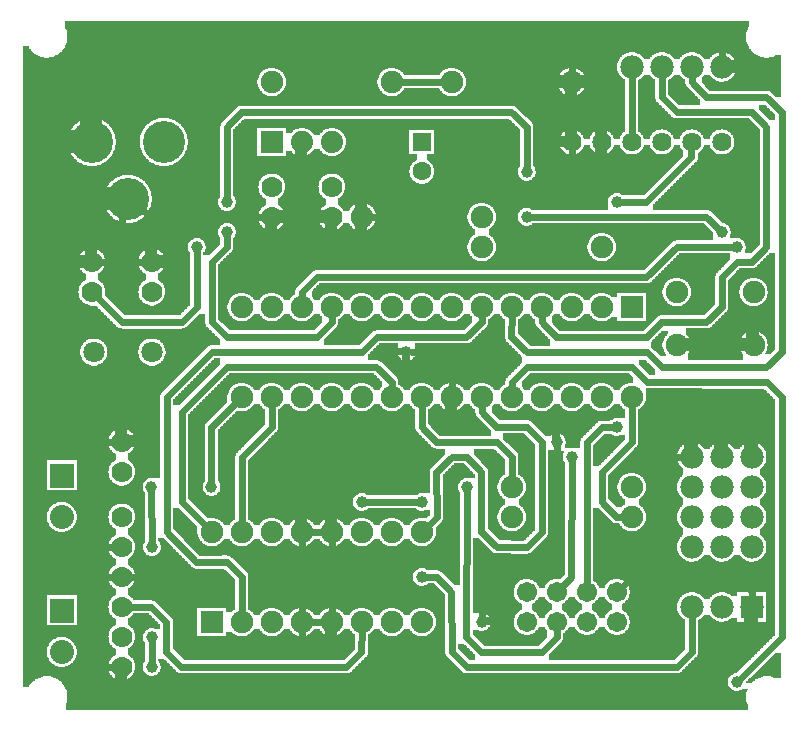
<source format=gtl>
G04 MADE WITH FRITZING*
G04 WWW.FRITZING.ORG*
G04 DOUBLE SIDED*
G04 HOLES PLATED*
G04 CONTOUR ON CENTER OF CONTOUR VECTOR*
%ASAXBY*%
%FSLAX23Y23*%
%MOIN*%
%OFA0B0*%
%SFA1.0B1.0*%
%ADD10C,0.075000*%
%ADD11C,0.039370*%
%ADD12C,0.078000*%
%ADD13C,0.067278*%
%ADD14C,0.064000*%
%ADD15C,0.080000*%
%ADD16C,0.070000*%
%ADD17C,0.074000*%
%ADD18C,0.062992*%
%ADD19C,0.070925*%
%ADD20C,0.070866*%
%ADD21C,0.140000*%
%ADD22R,0.078000X0.078000*%
%ADD23R,0.075000X0.075000*%
%ADD24R,0.080000X0.080000*%
%ADD25R,0.062992X0.062992*%
%ADD26C,0.024000*%
%ADD27R,0.001000X0.001000*%
%LNCOPPER1*%
G90*
G70*
G54D10*
X251Y2281D03*
X2321Y1818D03*
X2318Y1257D03*
X1602Y1267D03*
X771Y988D03*
X938Y962D03*
X1607Y414D03*
G54D11*
X470Y584D03*
X1370Y484D03*
X1520Y784D03*
X1370Y734D03*
X1820Y934D03*
X470Y284D03*
X470Y185D03*
X2420Y135D03*
G54D12*
X2470Y384D03*
X2370Y384D03*
X2270Y384D03*
G54D11*
X669Y784D03*
X469Y784D03*
X1570Y334D03*
X1170Y734D03*
X1319Y1234D03*
X2420Y1584D03*
X2020Y1734D03*
X620Y1584D03*
X1870Y884D03*
X2020Y984D03*
X2370Y1634D03*
X720Y1734D03*
X720Y1635D03*
X1720Y1685D03*
X1720Y1835D03*
G54D13*
X2020Y334D03*
X1920Y334D03*
X1820Y334D03*
X1720Y334D03*
X2020Y434D03*
X1920Y434D03*
X1820Y434D03*
X1720Y434D03*
G54D12*
X2370Y584D03*
X2370Y684D03*
X2370Y784D03*
X2370Y884D03*
X2270Y584D03*
X2270Y684D03*
X2270Y784D03*
X2270Y884D03*
X2470Y584D03*
X2470Y684D03*
X2470Y784D03*
X2470Y884D03*
G54D10*
X1670Y684D03*
X2070Y684D03*
X1670Y784D03*
X2070Y784D03*
G54D12*
X2070Y2184D03*
X2170Y2184D03*
X2270Y2184D03*
X2370Y2184D03*
G54D14*
X2370Y1934D03*
X2270Y1934D03*
X2170Y1934D03*
X2070Y1934D03*
X1970Y1934D03*
X1870Y1934D03*
G54D10*
X870Y2134D03*
X1270Y2134D03*
X1470Y2134D03*
X1870Y2134D03*
X670Y334D03*
X670Y634D03*
X770Y334D03*
X770Y634D03*
X870Y334D03*
X870Y634D03*
X970Y334D03*
X970Y634D03*
X1070Y334D03*
X1070Y634D03*
X1170Y334D03*
X1170Y634D03*
X1270Y334D03*
X1270Y634D03*
X1370Y334D03*
X1370Y634D03*
G54D15*
X170Y822D03*
X170Y684D03*
X170Y372D03*
X170Y235D03*
G54D16*
X370Y834D03*
X370Y934D03*
X370Y584D03*
X370Y684D03*
X370Y485D03*
X370Y384D03*
X370Y285D03*
X370Y185D03*
G54D17*
X870Y1934D03*
X970Y1934D03*
X1070Y1934D03*
X870Y1934D03*
X970Y1934D03*
X1070Y1934D03*
G54D16*
X1070Y1684D03*
X1070Y1784D03*
X870Y1684D03*
X870Y1784D03*
G54D18*
X1370Y1934D03*
X1370Y1836D03*
G54D10*
X1170Y1684D03*
X1570Y1684D03*
X2070Y1384D03*
X2070Y1084D03*
X1970Y1384D03*
X1970Y1084D03*
X1870Y1384D03*
X1870Y1084D03*
X1770Y1384D03*
X1770Y1084D03*
X1670Y1384D03*
X1670Y1084D03*
X1570Y1384D03*
X1570Y1084D03*
X1470Y1384D03*
X1470Y1084D03*
X1370Y1384D03*
X1370Y1084D03*
X1270Y1384D03*
X1270Y1084D03*
X1170Y1384D03*
X1170Y1084D03*
X1070Y1384D03*
X1070Y1084D03*
X970Y1384D03*
X970Y1084D03*
X870Y1384D03*
X870Y1084D03*
X770Y1384D03*
X770Y1084D03*
X1570Y1584D03*
X1970Y1584D03*
G54D19*
X470Y1234D03*
G54D20*
X277Y1234D03*
G54D16*
X270Y1535D03*
X270Y1434D03*
X470Y1535D03*
X470Y1434D03*
G54D10*
X2220Y1435D03*
X2476Y1435D03*
X2220Y1257D03*
X2476Y1257D03*
G54D21*
X510Y1934D03*
X270Y1934D03*
X390Y1744D03*
G54D22*
X2470Y384D03*
G54D23*
X670Y334D03*
G54D24*
X170Y822D03*
X170Y372D03*
G54D25*
X1370Y1934D03*
G54D23*
X2070Y1384D03*
G54D26*
X1420Y485D02*
X1389Y485D01*
D02*
X1470Y235D02*
X1469Y435D01*
D02*
X2270Y235D02*
X2220Y185D01*
D02*
X2220Y185D02*
X1520Y185D01*
D02*
X1520Y185D02*
X1470Y235D01*
D02*
X1469Y435D02*
X1420Y485D01*
D02*
X2270Y354D02*
X2270Y235D01*
D02*
X1420Y684D02*
X1390Y655D01*
D02*
X1419Y834D02*
X1420Y684D01*
D02*
X1470Y885D02*
X1419Y834D01*
D02*
X1520Y885D02*
X1470Y885D01*
D02*
X1569Y635D02*
X1569Y834D01*
D02*
X1569Y834D02*
X1520Y885D01*
D02*
X1620Y585D02*
X1569Y635D01*
D02*
X1720Y584D02*
X1620Y585D01*
D02*
X1771Y634D02*
X1720Y584D01*
D02*
X1771Y935D02*
X1771Y634D01*
D02*
X1619Y985D02*
X1720Y985D01*
D02*
X1720Y985D02*
X1771Y935D01*
D02*
X1571Y1034D02*
X1619Y985D01*
D02*
X1570Y1056D02*
X1571Y1034D01*
D02*
X2121Y1134D02*
X2520Y1134D01*
D02*
X2071Y1185D02*
X2121Y1134D01*
D02*
X1671Y1134D02*
X1721Y1184D01*
D02*
X1721Y1184D02*
X2071Y1185D01*
D02*
X2520Y1134D02*
X2570Y1084D01*
D02*
X2570Y1084D02*
X2571Y284D01*
D02*
X2571Y284D02*
X2433Y148D01*
D02*
X470Y203D02*
X470Y265D01*
D02*
X1670Y1113D02*
X1671Y1134D01*
D02*
X1441Y2134D02*
X1298Y2134D01*
D02*
X470Y603D02*
X469Y765D01*
D02*
X669Y984D02*
X750Y1064D01*
D02*
X669Y803D02*
X669Y984D01*
D02*
X2470Y435D02*
X2470Y415D01*
D02*
X2420Y484D02*
X2470Y435D01*
D02*
X2070Y484D02*
X2420Y484D01*
D02*
X2040Y454D02*
X2070Y484D01*
D02*
X1820Y916D02*
X1820Y584D01*
D02*
X1770Y534D02*
X1619Y534D01*
D02*
X1619Y534D02*
X1569Y485D01*
D02*
X1820Y584D02*
X1770Y534D01*
D02*
X1569Y485D02*
X1570Y353D01*
D02*
X1220Y1284D02*
X1170Y1235D01*
D02*
X1170Y1235D02*
X670Y1235D01*
D02*
X1470Y1185D02*
X1419Y1234D01*
D02*
X1419Y1234D02*
X1338Y1234D01*
D02*
X1470Y1113D02*
X1470Y1185D01*
D02*
X1570Y1334D02*
X1519Y1285D01*
D02*
X1519Y1285D02*
X1220Y1284D01*
D02*
X670Y1235D02*
X520Y1084D01*
D02*
X520Y1084D02*
X520Y635D01*
D02*
X520Y635D02*
X619Y534D01*
D02*
X619Y534D02*
X720Y534D01*
D02*
X720Y534D02*
X770Y485D01*
D02*
X770Y485D02*
X770Y363D01*
D02*
X1570Y1356D02*
X1570Y1334D01*
D02*
X1270Y1134D02*
X1219Y1185D01*
D02*
X1219Y1185D02*
X720Y1185D01*
D02*
X720Y1185D02*
X570Y1035D01*
D02*
X570Y735D02*
X650Y655D01*
D02*
X570Y1035D02*
X570Y735D01*
D02*
X1270Y1113D02*
X1270Y1134D01*
D02*
X870Y985D02*
X770Y884D01*
D02*
X770Y884D02*
X770Y663D01*
D02*
X870Y1056D02*
X870Y985D01*
D02*
X720Y1985D02*
X769Y2034D01*
D02*
X720Y1753D02*
X720Y1985D01*
D02*
X1720Y1985D02*
X1720Y1854D01*
D02*
X769Y2034D02*
X1669Y2034D01*
D02*
X1669Y2034D02*
X1720Y1985D01*
D02*
X1739Y1685D02*
X2319Y1685D01*
D02*
X2319Y1685D02*
X2356Y1648D01*
D02*
X2001Y984D02*
X1970Y984D01*
D02*
X1970Y984D02*
X1920Y934D01*
D02*
X1920Y934D02*
X1920Y463D01*
D02*
X1869Y484D02*
X1840Y454D01*
D02*
X1870Y866D02*
X1869Y484D01*
D02*
X970Y1435D02*
X1020Y1485D01*
D02*
X1020Y1485D02*
X2119Y1485D01*
D02*
X2119Y1485D02*
X2220Y1584D01*
D02*
X2220Y1584D02*
X2401Y1584D01*
D02*
X970Y1413D02*
X970Y1435D01*
D02*
X1370Y984D02*
X1419Y934D01*
D02*
X1620Y934D02*
X1670Y885D01*
D02*
X1670Y885D02*
X1670Y813D01*
D02*
X1419Y934D02*
X1620Y934D01*
D02*
X1370Y1056D02*
X1370Y984D01*
D02*
X370Y1685D02*
X370Y1534D01*
D02*
X370Y1534D02*
X444Y1535D01*
D02*
X1070Y1334D02*
X1020Y1284D01*
D02*
X1020Y1284D02*
X720Y1284D01*
D02*
X720Y1284D02*
X670Y1334D01*
D02*
X670Y1334D02*
X670Y1535D01*
D02*
X670Y1535D02*
X720Y1584D01*
D02*
X720Y1584D02*
X720Y1616D01*
D02*
X1070Y1356D02*
X1070Y1334D01*
D02*
X470Y1685D02*
X844Y1684D01*
D02*
X371Y1687D02*
X370Y1685D01*
D02*
X296Y1535D02*
X444Y1535D01*
D02*
X439Y1708D02*
X470Y1685D01*
D02*
X1520Y765D02*
X1519Y284D01*
D02*
X1820Y284D02*
X1820Y306D01*
D02*
X1770Y234D02*
X1820Y284D01*
D02*
X1569Y234D02*
X1770Y234D01*
D02*
X1519Y284D02*
X1569Y234D01*
D02*
X2070Y935D02*
X2070Y1056D01*
D02*
X1970Y834D02*
X2070Y935D01*
D02*
X1970Y735D02*
X1970Y834D01*
D02*
X2019Y685D02*
X1970Y735D01*
D02*
X2041Y685D02*
X2019Y685D01*
D02*
X2070Y1966D02*
X2070Y2154D01*
D02*
X2170Y584D02*
X2170Y835D01*
D02*
X2170Y835D02*
X2220Y884D01*
D02*
X2040Y454D02*
X2170Y584D01*
D02*
X2220Y884D02*
X2240Y884D01*
D02*
X320Y584D02*
X270Y634D01*
D02*
X270Y634D02*
X270Y885D01*
D02*
X270Y885D02*
X320Y935D01*
D02*
X320Y935D02*
X344Y935D01*
D02*
X344Y584D02*
X320Y584D01*
D02*
X320Y484D02*
X270Y434D01*
D02*
X320Y184D02*
X344Y184D01*
D02*
X270Y235D02*
X320Y184D01*
D02*
X270Y434D02*
X270Y235D01*
D02*
X344Y484D02*
X320Y484D01*
D02*
X569Y285D02*
X569Y384D01*
D02*
X619Y235D02*
X569Y285D01*
D02*
X920Y235D02*
X619Y235D01*
D02*
X970Y285D02*
X920Y235D01*
D02*
X569Y384D02*
X469Y484D01*
D02*
X469Y484D02*
X396Y485D01*
D02*
X970Y306D02*
X970Y285D01*
D02*
X1169Y235D02*
X1170Y306D01*
D02*
X1119Y185D02*
X1169Y235D01*
D02*
X569Y185D02*
X1119Y185D01*
D02*
X519Y235D02*
X569Y185D01*
D02*
X519Y335D02*
X519Y235D01*
D02*
X469Y384D02*
X519Y335D01*
D02*
X396Y384D02*
X469Y384D01*
D02*
X1189Y734D02*
X1351Y734D01*
D02*
X2370Y2233D02*
X2370Y2215D01*
D02*
X2320Y2285D02*
X2370Y2233D01*
D02*
X1920Y2285D02*
X2320Y2285D01*
D02*
X1871Y2233D02*
X1920Y2285D01*
D02*
X1870Y2163D02*
X1871Y2233D01*
D02*
X998Y634D02*
X1041Y634D01*
D02*
X1070Y606D02*
X1070Y363D01*
D02*
X970Y363D02*
X970Y606D01*
D02*
X2119Y1734D02*
X2039Y1734D01*
D02*
X2269Y1884D02*
X2119Y1734D01*
D02*
X2269Y1903D02*
X2269Y1884D01*
D02*
X1870Y1834D02*
X1820Y1784D01*
D02*
X1820Y1784D02*
X1421Y1785D01*
D02*
X1421Y1785D02*
X1320Y1684D01*
D02*
X1320Y1684D02*
X1198Y1684D01*
D02*
X1870Y1903D02*
X1870Y1834D01*
D02*
X620Y1384D02*
X620Y1566D01*
D02*
X570Y1334D02*
X620Y1384D01*
D02*
X370Y1334D02*
X570Y1334D01*
D02*
X288Y1416D02*
X370Y1334D01*
D02*
X998Y334D02*
X1041Y334D01*
D02*
X2319Y1335D02*
X2370Y1385D01*
D02*
X2370Y1484D02*
X2420Y1535D01*
D02*
X2169Y1335D02*
X2319Y1335D01*
D02*
X2120Y1284D02*
X2169Y1335D01*
D02*
X1819Y1284D02*
X2120Y1284D01*
D02*
X1770Y1335D02*
X1819Y1284D01*
D02*
X2420Y1535D02*
X2470Y1535D01*
D02*
X2470Y1535D02*
X2519Y1584D01*
D02*
X2170Y2083D02*
X2170Y2154D01*
D02*
X2220Y2034D02*
X2170Y2083D01*
D02*
X2470Y2034D02*
X2220Y2034D01*
D02*
X1770Y1356D02*
X1770Y1335D01*
D02*
X2370Y1385D02*
X2370Y1484D01*
D02*
X2519Y1985D02*
X2470Y2034D01*
D02*
X2519Y1584D02*
X2519Y1985D01*
D02*
X2270Y2154D02*
X2270Y2135D01*
D02*
X2170Y1185D02*
X2120Y1234D01*
D02*
X2120Y1234D02*
X1720Y1234D01*
D02*
X1720Y1234D02*
X1669Y1285D01*
D02*
X2519Y1185D02*
X2170Y1185D01*
D02*
X2519Y2084D02*
X2570Y2035D01*
D02*
X2270Y2135D02*
X2319Y2084D01*
D02*
X2570Y1234D02*
X2519Y1185D01*
D02*
X1669Y1285D02*
X1670Y1356D01*
D02*
X2570Y2035D02*
X2570Y1234D01*
D02*
X2319Y2084D02*
X2519Y2084D01*
G36*
X2210Y2157D02*
X2210Y2155D01*
X2208Y2155D01*
X2208Y2153D01*
X2206Y2153D01*
X2206Y2151D01*
X2204Y2151D01*
X2204Y2149D01*
X2202Y2149D01*
X2202Y2147D01*
X2200Y2147D01*
X2200Y2145D01*
X2198Y2145D01*
X2198Y2143D01*
X2194Y2143D01*
X2194Y2141D01*
X2192Y2141D01*
X2192Y2091D01*
X2194Y2091D01*
X2194Y2089D01*
X2196Y2089D01*
X2196Y2087D01*
X2198Y2087D01*
X2198Y2085D01*
X2200Y2085D01*
X2200Y2083D01*
X2202Y2083D01*
X2202Y2081D01*
X2204Y2081D01*
X2204Y2079D01*
X2206Y2079D01*
X2206Y2077D01*
X2208Y2077D01*
X2208Y2075D01*
X2210Y2075D01*
X2210Y2073D01*
X2212Y2073D01*
X2212Y2071D01*
X2214Y2071D01*
X2214Y2069D01*
X2216Y2069D01*
X2216Y2067D01*
X2218Y2067D01*
X2218Y2065D01*
X2220Y2065D01*
X2220Y2063D01*
X2222Y2063D01*
X2222Y2061D01*
X2224Y2061D01*
X2224Y2059D01*
X2226Y2059D01*
X2226Y2057D01*
X2296Y2057D01*
X2296Y2077D01*
X2294Y2077D01*
X2294Y2079D01*
X2292Y2079D01*
X2292Y2081D01*
X2290Y2081D01*
X2290Y2083D01*
X2288Y2083D01*
X2288Y2085D01*
X2286Y2085D01*
X2286Y2087D01*
X2284Y2087D01*
X2284Y2089D01*
X2282Y2089D01*
X2282Y2091D01*
X2280Y2091D01*
X2280Y2093D01*
X2278Y2093D01*
X2278Y2095D01*
X2276Y2095D01*
X2276Y2099D01*
X2274Y2099D01*
X2274Y2101D01*
X2272Y2101D01*
X2272Y2103D01*
X2270Y2103D01*
X2270Y2105D01*
X2268Y2105D01*
X2268Y2107D01*
X2266Y2107D01*
X2266Y2109D01*
X2264Y2109D01*
X2264Y2111D01*
X2262Y2111D01*
X2262Y2113D01*
X2260Y2113D01*
X2260Y2115D01*
X2258Y2115D01*
X2258Y2117D01*
X2256Y2117D01*
X2256Y2119D01*
X2254Y2119D01*
X2254Y2121D01*
X2252Y2121D01*
X2252Y2125D01*
X2250Y2125D01*
X2250Y2129D01*
X2248Y2129D01*
X2248Y2141D01*
X2246Y2141D01*
X2246Y2143D01*
X2242Y2143D01*
X2242Y2145D01*
X2240Y2145D01*
X2240Y2147D01*
X2238Y2147D01*
X2238Y2149D01*
X2236Y2149D01*
X2236Y2151D01*
X2234Y2151D01*
X2234Y2153D01*
X2232Y2153D01*
X2232Y2155D01*
X2230Y2155D01*
X2230Y2157D01*
X2210Y2157D01*
G37*
D02*
G36*
X2494Y2059D02*
X2494Y2041D01*
X2496Y2041D01*
X2496Y2039D01*
X2498Y2039D01*
X2498Y2037D01*
X2500Y2037D01*
X2500Y2035D01*
X2502Y2035D01*
X2502Y2033D01*
X2504Y2033D01*
X2504Y2031D01*
X2506Y2031D01*
X2506Y2029D01*
X2508Y2029D01*
X2508Y2027D01*
X2510Y2027D01*
X2510Y2025D01*
X2512Y2025D01*
X2512Y2023D01*
X2514Y2023D01*
X2514Y2021D01*
X2516Y2021D01*
X2516Y2019D01*
X2518Y2019D01*
X2518Y2017D01*
X2520Y2017D01*
X2520Y2015D01*
X2522Y2015D01*
X2522Y2013D01*
X2524Y2013D01*
X2524Y2011D01*
X2526Y2011D01*
X2526Y2009D01*
X2528Y2009D01*
X2528Y2007D01*
X2548Y2007D01*
X2548Y2027D01*
X2546Y2027D01*
X2546Y2029D01*
X2544Y2029D01*
X2544Y2031D01*
X2542Y2031D01*
X2542Y2033D01*
X2538Y2033D01*
X2538Y2035D01*
X2536Y2035D01*
X2536Y2037D01*
X2534Y2037D01*
X2534Y2039D01*
X2532Y2039D01*
X2532Y2041D01*
X2530Y2041D01*
X2530Y2043D01*
X2528Y2043D01*
X2528Y2045D01*
X2526Y2045D01*
X2526Y2047D01*
X2524Y2047D01*
X2524Y2049D01*
X2522Y2049D01*
X2522Y2051D01*
X2520Y2051D01*
X2520Y2053D01*
X2518Y2053D01*
X2518Y2055D01*
X2516Y2055D01*
X2516Y2057D01*
X2514Y2057D01*
X2514Y2059D01*
X2494Y2059D01*
G37*
D02*
G36*
X180Y2337D02*
X180Y2317D01*
X182Y2317D01*
X182Y2311D01*
X184Y2311D01*
X184Y2307D01*
X186Y2307D01*
X186Y2299D01*
X188Y2299D01*
X188Y2269D01*
X186Y2269D01*
X186Y2263D01*
X184Y2263D01*
X184Y2257D01*
X182Y2257D01*
X182Y2253D01*
X180Y2253D01*
X180Y2249D01*
X178Y2249D01*
X178Y2245D01*
X176Y2245D01*
X176Y2243D01*
X174Y2243D01*
X174Y2241D01*
X172Y2241D01*
X172Y2239D01*
X170Y2239D01*
X170Y2235D01*
X168Y2235D01*
X168Y2233D01*
X2380Y2233D01*
X2380Y2231D01*
X2388Y2231D01*
X2388Y2229D01*
X2392Y2229D01*
X2392Y2227D01*
X2396Y2227D01*
X2396Y2225D01*
X2398Y2225D01*
X2398Y2223D01*
X2400Y2223D01*
X2400Y2221D01*
X2404Y2221D01*
X2404Y2219D01*
X2406Y2219D01*
X2406Y2215D01*
X2510Y2215D01*
X2510Y2217D01*
X2502Y2217D01*
X2502Y2219D01*
X2496Y2219D01*
X2496Y2221D01*
X2490Y2221D01*
X2490Y2223D01*
X2486Y2223D01*
X2486Y2225D01*
X2484Y2225D01*
X2484Y2227D01*
X2480Y2227D01*
X2480Y2229D01*
X2478Y2229D01*
X2478Y2231D01*
X2474Y2231D01*
X2474Y2233D01*
X2472Y2233D01*
X2472Y2235D01*
X2470Y2235D01*
X2470Y2237D01*
X2468Y2237D01*
X2468Y2239D01*
X2466Y2239D01*
X2466Y2243D01*
X2464Y2243D01*
X2464Y2245D01*
X2462Y2245D01*
X2462Y2249D01*
X2460Y2249D01*
X2460Y2253D01*
X2458Y2253D01*
X2458Y2257D01*
X2456Y2257D01*
X2456Y2261D01*
X2454Y2261D01*
X2454Y2267D01*
X2452Y2267D01*
X2452Y2281D01*
X2450Y2281D01*
X2450Y2287D01*
X2452Y2287D01*
X2452Y2301D01*
X2454Y2301D01*
X2454Y2307D01*
X2456Y2307D01*
X2456Y2313D01*
X2458Y2313D01*
X2458Y2317D01*
X2460Y2317D01*
X2460Y2337D01*
X180Y2337D01*
G37*
D02*
G36*
X40Y2253D02*
X40Y2215D01*
X110Y2215D01*
X110Y2217D01*
X102Y2217D01*
X102Y2219D01*
X96Y2219D01*
X96Y2221D01*
X90Y2221D01*
X90Y2223D01*
X86Y2223D01*
X86Y2225D01*
X84Y2225D01*
X84Y2227D01*
X80Y2227D01*
X80Y2229D01*
X78Y2229D01*
X78Y2231D01*
X74Y2231D01*
X74Y2233D01*
X72Y2233D01*
X72Y2235D01*
X70Y2235D01*
X70Y2237D01*
X68Y2237D01*
X68Y2239D01*
X66Y2239D01*
X66Y2243D01*
X64Y2243D01*
X64Y2245D01*
X62Y2245D01*
X62Y2249D01*
X60Y2249D01*
X60Y2253D01*
X40Y2253D01*
G37*
D02*
G36*
X164Y2233D02*
X164Y2231D01*
X162Y2231D01*
X162Y2229D01*
X160Y2229D01*
X160Y2227D01*
X156Y2227D01*
X156Y2225D01*
X154Y2225D01*
X154Y2223D01*
X148Y2223D01*
X148Y2221D01*
X144Y2221D01*
X144Y2219D01*
X138Y2219D01*
X138Y2217D01*
X128Y2217D01*
X128Y2215D01*
X2032Y2215D01*
X2032Y2217D01*
X2034Y2217D01*
X2034Y2219D01*
X2036Y2219D01*
X2036Y2221D01*
X2038Y2221D01*
X2038Y2223D01*
X2042Y2223D01*
X2042Y2225D01*
X2044Y2225D01*
X2044Y2227D01*
X2048Y2227D01*
X2048Y2229D01*
X2052Y2229D01*
X2052Y2231D01*
X2060Y2231D01*
X2060Y2233D01*
X164Y2233D01*
G37*
D02*
G36*
X2080Y2233D02*
X2080Y2231D01*
X2088Y2231D01*
X2088Y2229D01*
X2092Y2229D01*
X2092Y2227D01*
X2096Y2227D01*
X2096Y2225D01*
X2098Y2225D01*
X2098Y2223D01*
X2100Y2223D01*
X2100Y2221D01*
X2104Y2221D01*
X2104Y2219D01*
X2106Y2219D01*
X2106Y2215D01*
X2108Y2215D01*
X2108Y2213D01*
X2110Y2213D01*
X2110Y2211D01*
X2130Y2211D01*
X2130Y2213D01*
X2132Y2213D01*
X2132Y2217D01*
X2134Y2217D01*
X2134Y2219D01*
X2136Y2219D01*
X2136Y2221D01*
X2138Y2221D01*
X2138Y2223D01*
X2142Y2223D01*
X2142Y2225D01*
X2144Y2225D01*
X2144Y2227D01*
X2148Y2227D01*
X2148Y2229D01*
X2152Y2229D01*
X2152Y2231D01*
X2160Y2231D01*
X2160Y2233D01*
X2080Y2233D01*
G37*
D02*
G36*
X2180Y2233D02*
X2180Y2231D01*
X2188Y2231D01*
X2188Y2229D01*
X2192Y2229D01*
X2192Y2227D01*
X2196Y2227D01*
X2196Y2225D01*
X2198Y2225D01*
X2198Y2223D01*
X2200Y2223D01*
X2200Y2221D01*
X2204Y2221D01*
X2204Y2219D01*
X2206Y2219D01*
X2206Y2215D01*
X2208Y2215D01*
X2208Y2213D01*
X2210Y2213D01*
X2210Y2211D01*
X2230Y2211D01*
X2230Y2213D01*
X2232Y2213D01*
X2232Y2217D01*
X2234Y2217D01*
X2234Y2219D01*
X2236Y2219D01*
X2236Y2221D01*
X2238Y2221D01*
X2238Y2223D01*
X2242Y2223D01*
X2242Y2225D01*
X2244Y2225D01*
X2244Y2227D01*
X2248Y2227D01*
X2248Y2229D01*
X2252Y2229D01*
X2252Y2231D01*
X2260Y2231D01*
X2260Y2233D01*
X2180Y2233D01*
G37*
D02*
G36*
X2280Y2233D02*
X2280Y2231D01*
X2288Y2231D01*
X2288Y2229D01*
X2292Y2229D01*
X2292Y2227D01*
X2296Y2227D01*
X2296Y2225D01*
X2298Y2225D01*
X2298Y2223D01*
X2300Y2223D01*
X2300Y2221D01*
X2304Y2221D01*
X2304Y2219D01*
X2306Y2219D01*
X2306Y2215D01*
X2308Y2215D01*
X2308Y2213D01*
X2310Y2213D01*
X2310Y2211D01*
X2330Y2211D01*
X2330Y2213D01*
X2332Y2213D01*
X2332Y2217D01*
X2334Y2217D01*
X2334Y2219D01*
X2336Y2219D01*
X2336Y2221D01*
X2338Y2221D01*
X2338Y2223D01*
X2342Y2223D01*
X2342Y2225D01*
X2344Y2225D01*
X2344Y2227D01*
X2348Y2227D01*
X2348Y2229D01*
X2352Y2229D01*
X2352Y2231D01*
X2360Y2231D01*
X2360Y2233D01*
X2280Y2233D01*
G37*
D02*
G36*
X2548Y2223D02*
X2548Y2221D01*
X2544Y2221D01*
X2544Y2219D01*
X2538Y2219D01*
X2538Y2217D01*
X2528Y2217D01*
X2528Y2215D01*
X2568Y2215D01*
X2568Y2223D01*
X2548Y2223D01*
G37*
D02*
G36*
X40Y2215D02*
X40Y2213D01*
X2032Y2213D01*
X2032Y2215D01*
X40Y2215D01*
G37*
D02*
G36*
X40Y2215D02*
X40Y2213D01*
X2032Y2213D01*
X2032Y2215D01*
X40Y2215D01*
G37*
D02*
G36*
X2408Y2215D02*
X2408Y2213D01*
X2568Y2213D01*
X2568Y2215D01*
X2408Y2215D01*
G37*
D02*
G36*
X2408Y2215D02*
X2408Y2213D01*
X2568Y2213D01*
X2568Y2215D01*
X2408Y2215D01*
G37*
D02*
G36*
X40Y2213D02*
X40Y2181D01*
X1882Y2181D01*
X1882Y2179D01*
X1888Y2179D01*
X1888Y2177D01*
X1892Y2177D01*
X1892Y2175D01*
X1896Y2175D01*
X1896Y2173D01*
X1898Y2173D01*
X1898Y2171D01*
X1900Y2171D01*
X1900Y2169D01*
X1904Y2169D01*
X1904Y2167D01*
X1906Y2167D01*
X1906Y2163D01*
X1908Y2163D01*
X1908Y2161D01*
X1910Y2161D01*
X1910Y2157D01*
X1912Y2157D01*
X1912Y2153D01*
X1914Y2153D01*
X1914Y2149D01*
X1916Y2149D01*
X1916Y2139D01*
X1918Y2139D01*
X1918Y2129D01*
X1916Y2129D01*
X1916Y2121D01*
X1914Y2121D01*
X1914Y2115D01*
X1912Y2115D01*
X1912Y2111D01*
X1910Y2111D01*
X1910Y2107D01*
X1908Y2107D01*
X1908Y2105D01*
X1906Y2105D01*
X1906Y2103D01*
X1904Y2103D01*
X1904Y2101D01*
X1902Y2101D01*
X1902Y2099D01*
X1900Y2099D01*
X1900Y2097D01*
X1898Y2097D01*
X1898Y2095D01*
X1894Y2095D01*
X1894Y2093D01*
X1890Y2093D01*
X1890Y2091D01*
X1886Y2091D01*
X1886Y2089D01*
X1880Y2089D01*
X1880Y2087D01*
X2048Y2087D01*
X2048Y2141D01*
X2046Y2141D01*
X2046Y2143D01*
X2042Y2143D01*
X2042Y2145D01*
X2040Y2145D01*
X2040Y2147D01*
X2038Y2147D01*
X2038Y2149D01*
X2036Y2149D01*
X2036Y2151D01*
X2034Y2151D01*
X2034Y2153D01*
X2032Y2153D01*
X2032Y2155D01*
X2030Y2155D01*
X2030Y2157D01*
X2028Y2157D01*
X2028Y2161D01*
X2026Y2161D01*
X2026Y2165D01*
X2024Y2165D01*
X2024Y2171D01*
X2022Y2171D01*
X2022Y2183D01*
X2020Y2183D01*
X2020Y2187D01*
X2022Y2187D01*
X2022Y2197D01*
X2024Y2197D01*
X2024Y2203D01*
X2026Y2203D01*
X2026Y2207D01*
X2028Y2207D01*
X2028Y2211D01*
X2030Y2211D01*
X2030Y2213D01*
X40Y2213D01*
G37*
D02*
G36*
X2410Y2213D02*
X2410Y2211D01*
X2412Y2211D01*
X2412Y2207D01*
X2414Y2207D01*
X2414Y2203D01*
X2416Y2203D01*
X2416Y2197D01*
X2418Y2197D01*
X2418Y2171D01*
X2416Y2171D01*
X2416Y2165D01*
X2414Y2165D01*
X2414Y2161D01*
X2412Y2161D01*
X2412Y2159D01*
X2410Y2159D01*
X2410Y2155D01*
X2408Y2155D01*
X2408Y2153D01*
X2406Y2153D01*
X2406Y2151D01*
X2404Y2151D01*
X2404Y2149D01*
X2402Y2149D01*
X2402Y2147D01*
X2400Y2147D01*
X2400Y2145D01*
X2398Y2145D01*
X2398Y2143D01*
X2394Y2143D01*
X2394Y2141D01*
X2390Y2141D01*
X2390Y2139D01*
X2384Y2139D01*
X2384Y2137D01*
X2378Y2137D01*
X2378Y2135D01*
X2568Y2135D01*
X2568Y2213D01*
X2410Y2213D01*
G37*
D02*
G36*
X40Y2181D02*
X40Y2087D01*
X860Y2087D01*
X860Y2089D01*
X854Y2089D01*
X854Y2091D01*
X848Y2091D01*
X848Y2093D01*
X846Y2093D01*
X846Y2095D01*
X842Y2095D01*
X842Y2097D01*
X840Y2097D01*
X840Y2099D01*
X838Y2099D01*
X838Y2101D01*
X836Y2101D01*
X836Y2103D01*
X834Y2103D01*
X834Y2105D01*
X832Y2105D01*
X832Y2107D01*
X830Y2107D01*
X830Y2111D01*
X828Y2111D01*
X828Y2115D01*
X826Y2115D01*
X826Y2119D01*
X824Y2119D01*
X824Y2127D01*
X822Y2127D01*
X822Y2141D01*
X824Y2141D01*
X824Y2149D01*
X826Y2149D01*
X826Y2155D01*
X828Y2155D01*
X828Y2159D01*
X830Y2159D01*
X830Y2161D01*
X832Y2161D01*
X832Y2163D01*
X834Y2163D01*
X834Y2167D01*
X836Y2167D01*
X836Y2169D01*
X838Y2169D01*
X838Y2171D01*
X842Y2171D01*
X842Y2173D01*
X844Y2173D01*
X844Y2175D01*
X848Y2175D01*
X848Y2177D01*
X852Y2177D01*
X852Y2179D01*
X858Y2179D01*
X858Y2181D01*
X40Y2181D01*
G37*
D02*
G36*
X882Y2181D02*
X882Y2179D01*
X888Y2179D01*
X888Y2177D01*
X892Y2177D01*
X892Y2175D01*
X896Y2175D01*
X896Y2173D01*
X898Y2173D01*
X898Y2171D01*
X900Y2171D01*
X900Y2169D01*
X904Y2169D01*
X904Y2167D01*
X906Y2167D01*
X906Y2163D01*
X908Y2163D01*
X908Y2161D01*
X910Y2161D01*
X910Y2157D01*
X912Y2157D01*
X912Y2153D01*
X914Y2153D01*
X914Y2149D01*
X916Y2149D01*
X916Y2139D01*
X918Y2139D01*
X918Y2129D01*
X916Y2129D01*
X916Y2121D01*
X914Y2121D01*
X914Y2115D01*
X912Y2115D01*
X912Y2111D01*
X910Y2111D01*
X910Y2107D01*
X908Y2107D01*
X908Y2105D01*
X906Y2105D01*
X906Y2103D01*
X904Y2103D01*
X904Y2101D01*
X902Y2101D01*
X902Y2099D01*
X900Y2099D01*
X900Y2097D01*
X898Y2097D01*
X898Y2095D01*
X894Y2095D01*
X894Y2093D01*
X890Y2093D01*
X890Y2091D01*
X886Y2091D01*
X886Y2089D01*
X880Y2089D01*
X880Y2087D01*
X1260Y2087D01*
X1260Y2089D01*
X1254Y2089D01*
X1254Y2091D01*
X1248Y2091D01*
X1248Y2093D01*
X1246Y2093D01*
X1246Y2095D01*
X1242Y2095D01*
X1242Y2097D01*
X1240Y2097D01*
X1240Y2099D01*
X1238Y2099D01*
X1238Y2101D01*
X1236Y2101D01*
X1236Y2103D01*
X1234Y2103D01*
X1234Y2105D01*
X1232Y2105D01*
X1232Y2107D01*
X1230Y2107D01*
X1230Y2111D01*
X1228Y2111D01*
X1228Y2115D01*
X1226Y2115D01*
X1226Y2119D01*
X1224Y2119D01*
X1224Y2127D01*
X1222Y2127D01*
X1222Y2141D01*
X1224Y2141D01*
X1224Y2149D01*
X1226Y2149D01*
X1226Y2155D01*
X1228Y2155D01*
X1228Y2159D01*
X1230Y2159D01*
X1230Y2161D01*
X1232Y2161D01*
X1232Y2163D01*
X1234Y2163D01*
X1234Y2167D01*
X1236Y2167D01*
X1236Y2169D01*
X1238Y2169D01*
X1238Y2171D01*
X1242Y2171D01*
X1242Y2173D01*
X1244Y2173D01*
X1244Y2175D01*
X1248Y2175D01*
X1248Y2177D01*
X1252Y2177D01*
X1252Y2179D01*
X1258Y2179D01*
X1258Y2181D01*
X882Y2181D01*
G37*
D02*
G36*
X1282Y2181D02*
X1282Y2179D01*
X1288Y2179D01*
X1288Y2177D01*
X1292Y2177D01*
X1292Y2175D01*
X1296Y2175D01*
X1296Y2173D01*
X1298Y2173D01*
X1298Y2171D01*
X1300Y2171D01*
X1300Y2169D01*
X1304Y2169D01*
X1304Y2167D01*
X1306Y2167D01*
X1306Y2163D01*
X1308Y2163D01*
X1308Y2161D01*
X1310Y2161D01*
X1310Y2157D01*
X1428Y2157D01*
X1428Y2159D01*
X1430Y2159D01*
X1430Y2161D01*
X1432Y2161D01*
X1432Y2163D01*
X1434Y2163D01*
X1434Y2167D01*
X1436Y2167D01*
X1436Y2169D01*
X1438Y2169D01*
X1438Y2171D01*
X1442Y2171D01*
X1442Y2173D01*
X1444Y2173D01*
X1444Y2175D01*
X1448Y2175D01*
X1448Y2177D01*
X1452Y2177D01*
X1452Y2179D01*
X1458Y2179D01*
X1458Y2181D01*
X1282Y2181D01*
G37*
D02*
G36*
X1482Y2181D02*
X1482Y2179D01*
X1488Y2179D01*
X1488Y2177D01*
X1492Y2177D01*
X1492Y2175D01*
X1496Y2175D01*
X1496Y2173D01*
X1498Y2173D01*
X1498Y2171D01*
X1500Y2171D01*
X1500Y2169D01*
X1504Y2169D01*
X1504Y2167D01*
X1506Y2167D01*
X1506Y2163D01*
X1508Y2163D01*
X1508Y2161D01*
X1510Y2161D01*
X1510Y2157D01*
X1512Y2157D01*
X1512Y2153D01*
X1514Y2153D01*
X1514Y2149D01*
X1516Y2149D01*
X1516Y2139D01*
X1518Y2139D01*
X1518Y2129D01*
X1516Y2129D01*
X1516Y2121D01*
X1514Y2121D01*
X1514Y2115D01*
X1512Y2115D01*
X1512Y2111D01*
X1510Y2111D01*
X1510Y2107D01*
X1508Y2107D01*
X1508Y2105D01*
X1506Y2105D01*
X1506Y2103D01*
X1504Y2103D01*
X1504Y2101D01*
X1502Y2101D01*
X1502Y2099D01*
X1500Y2099D01*
X1500Y2097D01*
X1498Y2097D01*
X1498Y2095D01*
X1494Y2095D01*
X1494Y2093D01*
X1490Y2093D01*
X1490Y2091D01*
X1486Y2091D01*
X1486Y2089D01*
X1480Y2089D01*
X1480Y2087D01*
X1860Y2087D01*
X1860Y2089D01*
X1854Y2089D01*
X1854Y2091D01*
X1848Y2091D01*
X1848Y2093D01*
X1846Y2093D01*
X1846Y2095D01*
X1842Y2095D01*
X1842Y2097D01*
X1840Y2097D01*
X1840Y2099D01*
X1838Y2099D01*
X1838Y2101D01*
X1836Y2101D01*
X1836Y2103D01*
X1834Y2103D01*
X1834Y2105D01*
X1832Y2105D01*
X1832Y2107D01*
X1830Y2107D01*
X1830Y2111D01*
X1828Y2111D01*
X1828Y2115D01*
X1826Y2115D01*
X1826Y2119D01*
X1824Y2119D01*
X1824Y2127D01*
X1822Y2127D01*
X1822Y2141D01*
X1824Y2141D01*
X1824Y2149D01*
X1826Y2149D01*
X1826Y2155D01*
X1828Y2155D01*
X1828Y2159D01*
X1830Y2159D01*
X1830Y2161D01*
X1832Y2161D01*
X1832Y2163D01*
X1834Y2163D01*
X1834Y2167D01*
X1836Y2167D01*
X1836Y2169D01*
X1838Y2169D01*
X1838Y2171D01*
X1842Y2171D01*
X1842Y2173D01*
X1844Y2173D01*
X1844Y2175D01*
X1848Y2175D01*
X1848Y2177D01*
X1852Y2177D01*
X1852Y2179D01*
X1858Y2179D01*
X1858Y2181D01*
X1482Y2181D01*
G37*
D02*
G36*
X2310Y2157D02*
X2310Y2155D01*
X2308Y2155D01*
X2308Y2153D01*
X2306Y2153D01*
X2306Y2151D01*
X2304Y2151D01*
X2304Y2135D01*
X2362Y2135D01*
X2362Y2137D01*
X2354Y2137D01*
X2354Y2139D01*
X2350Y2139D01*
X2350Y2141D01*
X2346Y2141D01*
X2346Y2143D01*
X2342Y2143D01*
X2342Y2145D01*
X2340Y2145D01*
X2340Y2147D01*
X2338Y2147D01*
X2338Y2149D01*
X2336Y2149D01*
X2336Y2151D01*
X2334Y2151D01*
X2334Y2153D01*
X2332Y2153D01*
X2332Y2155D01*
X2330Y2155D01*
X2330Y2157D01*
X2310Y2157D01*
G37*
D02*
G36*
X2304Y2135D02*
X2304Y2133D01*
X2568Y2133D01*
X2568Y2135D01*
X2304Y2135D01*
G37*
D02*
G36*
X2304Y2135D02*
X2304Y2133D01*
X2568Y2133D01*
X2568Y2135D01*
X2304Y2135D01*
G37*
D02*
G36*
X2304Y2133D02*
X2304Y2131D01*
X2306Y2131D01*
X2306Y2129D01*
X2308Y2129D01*
X2308Y2127D01*
X2310Y2127D01*
X2310Y2125D01*
X2312Y2125D01*
X2312Y2123D01*
X2314Y2123D01*
X2314Y2119D01*
X2316Y2119D01*
X2316Y2117D01*
X2318Y2117D01*
X2318Y2115D01*
X2320Y2115D01*
X2320Y2113D01*
X2322Y2113D01*
X2322Y2111D01*
X2324Y2111D01*
X2324Y2109D01*
X2326Y2109D01*
X2326Y2107D01*
X2328Y2107D01*
X2328Y2105D01*
X2528Y2105D01*
X2528Y2103D01*
X2532Y2103D01*
X2532Y2101D01*
X2534Y2101D01*
X2534Y2099D01*
X2536Y2099D01*
X2536Y2097D01*
X2538Y2097D01*
X2538Y2095D01*
X2540Y2095D01*
X2540Y2093D01*
X2542Y2093D01*
X2542Y2091D01*
X2544Y2091D01*
X2544Y2089D01*
X2546Y2089D01*
X2546Y2087D01*
X2548Y2087D01*
X2548Y2085D01*
X2568Y2085D01*
X2568Y2133D01*
X2304Y2133D01*
G37*
D02*
G36*
X1312Y2113D02*
X1312Y2111D01*
X1310Y2111D01*
X1310Y2107D01*
X1308Y2107D01*
X1308Y2105D01*
X1306Y2105D01*
X1306Y2103D01*
X1304Y2103D01*
X1304Y2101D01*
X1302Y2101D01*
X1302Y2099D01*
X1300Y2099D01*
X1300Y2097D01*
X1298Y2097D01*
X1298Y2095D01*
X1294Y2095D01*
X1294Y2093D01*
X1290Y2093D01*
X1290Y2091D01*
X1286Y2091D01*
X1286Y2089D01*
X1280Y2089D01*
X1280Y2087D01*
X1460Y2087D01*
X1460Y2089D01*
X1454Y2089D01*
X1454Y2091D01*
X1448Y2091D01*
X1448Y2093D01*
X1446Y2093D01*
X1446Y2095D01*
X1442Y2095D01*
X1442Y2097D01*
X1440Y2097D01*
X1440Y2099D01*
X1438Y2099D01*
X1438Y2101D01*
X1436Y2101D01*
X1436Y2103D01*
X1434Y2103D01*
X1434Y2105D01*
X1432Y2105D01*
X1432Y2107D01*
X1430Y2107D01*
X1430Y2111D01*
X1428Y2111D01*
X1428Y2113D01*
X1312Y2113D01*
G37*
D02*
G36*
X40Y2087D02*
X40Y2085D01*
X2048Y2085D01*
X2048Y2087D01*
X40Y2087D01*
G37*
D02*
G36*
X40Y2087D02*
X40Y2085D01*
X2048Y2085D01*
X2048Y2087D01*
X40Y2087D01*
G37*
D02*
G36*
X40Y2087D02*
X40Y2085D01*
X2048Y2085D01*
X2048Y2087D01*
X40Y2087D01*
G37*
D02*
G36*
X40Y2087D02*
X40Y2085D01*
X2048Y2085D01*
X2048Y2087D01*
X40Y2087D01*
G37*
D02*
G36*
X40Y2087D02*
X40Y2085D01*
X2048Y2085D01*
X2048Y2087D01*
X40Y2087D01*
G37*
D02*
G36*
X40Y2085D02*
X40Y2055D01*
X1678Y2055D01*
X1678Y2053D01*
X1682Y2053D01*
X1682Y2051D01*
X1684Y2051D01*
X1684Y2049D01*
X1686Y2049D01*
X1686Y2047D01*
X1688Y2047D01*
X1688Y2045D01*
X1690Y2045D01*
X1690Y2043D01*
X1692Y2043D01*
X1692Y2041D01*
X1694Y2041D01*
X1694Y2039D01*
X1696Y2039D01*
X1696Y2037D01*
X1698Y2037D01*
X1698Y2035D01*
X1700Y2035D01*
X1700Y2033D01*
X1702Y2033D01*
X1702Y2031D01*
X1704Y2031D01*
X1704Y2029D01*
X1706Y2029D01*
X1706Y2027D01*
X1708Y2027D01*
X1708Y2025D01*
X1710Y2025D01*
X1710Y2023D01*
X1712Y2023D01*
X1712Y2021D01*
X1714Y2021D01*
X1714Y2019D01*
X1718Y2019D01*
X1718Y2017D01*
X1720Y2017D01*
X1720Y2015D01*
X1722Y2015D01*
X1722Y2013D01*
X1724Y2013D01*
X1724Y2011D01*
X1726Y2011D01*
X1726Y2009D01*
X1728Y2009D01*
X1728Y2007D01*
X1730Y2007D01*
X1730Y2005D01*
X1732Y2005D01*
X1732Y2003D01*
X1734Y2003D01*
X1734Y2001D01*
X1736Y2001D01*
X1736Y1999D01*
X1738Y1999D01*
X1738Y1995D01*
X1740Y1995D01*
X1740Y1989D01*
X1742Y1989D01*
X1742Y1977D01*
X1974Y1977D01*
X1974Y1975D01*
X1984Y1975D01*
X1984Y1973D01*
X1988Y1973D01*
X1988Y1971D01*
X1992Y1971D01*
X1992Y1969D01*
X1994Y1969D01*
X1994Y1967D01*
X1998Y1967D01*
X1998Y1965D01*
X2000Y1965D01*
X2000Y1963D01*
X2002Y1963D01*
X2002Y1959D01*
X2004Y1959D01*
X2004Y1957D01*
X2006Y1957D01*
X2006Y1953D01*
X2008Y1953D01*
X2008Y1949D01*
X2010Y1949D01*
X2010Y1943D01*
X2030Y1943D01*
X2030Y1951D01*
X2032Y1951D01*
X2032Y1955D01*
X2034Y1955D01*
X2034Y1957D01*
X2036Y1957D01*
X2036Y1961D01*
X2038Y1961D01*
X2038Y1963D01*
X2040Y1963D01*
X2040Y1965D01*
X2042Y1965D01*
X2042Y1967D01*
X2046Y1967D01*
X2046Y1969D01*
X2048Y1969D01*
X2048Y2085D01*
X40Y2085D01*
G37*
D02*
G36*
X40Y2055D02*
X40Y2015D01*
X516Y2015D01*
X516Y2013D01*
X528Y2013D01*
X528Y2011D01*
X536Y2011D01*
X536Y2009D01*
X542Y2009D01*
X542Y2007D01*
X546Y2007D01*
X546Y2005D01*
X550Y2005D01*
X550Y2003D01*
X552Y2003D01*
X552Y2001D01*
X556Y2001D01*
X556Y1999D01*
X558Y1999D01*
X558Y1997D01*
X560Y1997D01*
X560Y1995D01*
X564Y1995D01*
X564Y1993D01*
X566Y1993D01*
X566Y1991D01*
X568Y1991D01*
X568Y1989D01*
X570Y1989D01*
X570Y1985D01*
X572Y1985D01*
X572Y1983D01*
X574Y1983D01*
X574Y1981D01*
X576Y1981D01*
X576Y1977D01*
X578Y1977D01*
X578Y1975D01*
X580Y1975D01*
X580Y1971D01*
X582Y1971D01*
X582Y1967D01*
X584Y1967D01*
X584Y1961D01*
X586Y1961D01*
X586Y1955D01*
X588Y1955D01*
X588Y1945D01*
X590Y1945D01*
X590Y1923D01*
X588Y1923D01*
X588Y1913D01*
X586Y1913D01*
X586Y1907D01*
X584Y1907D01*
X584Y1903D01*
X582Y1903D01*
X582Y1897D01*
X580Y1897D01*
X580Y1895D01*
X578Y1895D01*
X578Y1891D01*
X576Y1891D01*
X576Y1889D01*
X574Y1889D01*
X574Y1885D01*
X572Y1885D01*
X572Y1883D01*
X570Y1883D01*
X570Y1881D01*
X568Y1881D01*
X568Y1879D01*
X566Y1879D01*
X566Y1877D01*
X564Y1877D01*
X564Y1875D01*
X562Y1875D01*
X562Y1873D01*
X560Y1873D01*
X560Y1871D01*
X558Y1871D01*
X558Y1869D01*
X554Y1869D01*
X554Y1867D01*
X552Y1867D01*
X552Y1865D01*
X548Y1865D01*
X548Y1863D01*
X544Y1863D01*
X544Y1861D01*
X540Y1861D01*
X540Y1859D01*
X534Y1859D01*
X534Y1857D01*
X526Y1857D01*
X526Y1855D01*
X698Y1855D01*
X698Y1989D01*
X700Y1989D01*
X700Y1995D01*
X702Y1995D01*
X702Y1999D01*
X704Y1999D01*
X704Y2001D01*
X706Y2001D01*
X706Y2003D01*
X708Y2003D01*
X708Y2005D01*
X710Y2005D01*
X710Y2007D01*
X712Y2007D01*
X712Y2009D01*
X714Y2009D01*
X714Y2011D01*
X716Y2011D01*
X716Y2013D01*
X718Y2013D01*
X718Y2015D01*
X720Y2015D01*
X720Y2017D01*
X722Y2017D01*
X722Y2019D01*
X724Y2019D01*
X724Y2021D01*
X726Y2021D01*
X726Y2023D01*
X728Y2023D01*
X728Y2025D01*
X730Y2025D01*
X730Y2027D01*
X732Y2027D01*
X732Y2029D01*
X734Y2029D01*
X734Y2031D01*
X736Y2031D01*
X736Y2033D01*
X738Y2033D01*
X738Y2035D01*
X740Y2035D01*
X740Y2037D01*
X742Y2037D01*
X742Y2039D01*
X744Y2039D01*
X744Y2041D01*
X746Y2041D01*
X746Y2043D01*
X748Y2043D01*
X748Y2045D01*
X750Y2045D01*
X750Y2047D01*
X752Y2047D01*
X752Y2049D01*
X754Y2049D01*
X754Y2051D01*
X758Y2051D01*
X758Y2053D01*
X760Y2053D01*
X760Y2055D01*
X40Y2055D01*
G37*
D02*
G36*
X40Y2015D02*
X40Y1855D01*
X254Y1855D01*
X254Y1857D01*
X246Y1857D01*
X246Y1859D01*
X240Y1859D01*
X240Y1861D01*
X236Y1861D01*
X236Y1863D01*
X232Y1863D01*
X232Y1865D01*
X228Y1865D01*
X228Y1867D01*
X226Y1867D01*
X226Y1869D01*
X222Y1869D01*
X222Y1871D01*
X220Y1871D01*
X220Y1873D01*
X218Y1873D01*
X218Y1875D01*
X216Y1875D01*
X216Y1877D01*
X214Y1877D01*
X214Y1879D01*
X212Y1879D01*
X212Y1881D01*
X210Y1881D01*
X210Y1883D01*
X208Y1883D01*
X208Y1885D01*
X206Y1885D01*
X206Y1887D01*
X204Y1887D01*
X204Y1891D01*
X202Y1891D01*
X202Y1893D01*
X200Y1893D01*
X200Y1897D01*
X198Y1897D01*
X198Y1901D01*
X196Y1901D01*
X196Y1907D01*
X194Y1907D01*
X194Y1913D01*
X192Y1913D01*
X192Y1921D01*
X190Y1921D01*
X190Y1947D01*
X192Y1947D01*
X192Y1957D01*
X194Y1957D01*
X194Y1963D01*
X196Y1963D01*
X196Y1967D01*
X198Y1967D01*
X198Y1971D01*
X200Y1971D01*
X200Y1975D01*
X202Y1975D01*
X202Y1979D01*
X204Y1979D01*
X204Y1981D01*
X206Y1981D01*
X206Y1983D01*
X208Y1983D01*
X208Y1987D01*
X210Y1987D01*
X210Y1989D01*
X212Y1989D01*
X212Y1991D01*
X214Y1991D01*
X214Y1993D01*
X216Y1993D01*
X216Y1995D01*
X220Y1995D01*
X220Y1997D01*
X222Y1997D01*
X222Y1999D01*
X224Y1999D01*
X224Y2001D01*
X228Y2001D01*
X228Y2003D01*
X230Y2003D01*
X230Y2005D01*
X234Y2005D01*
X234Y2007D01*
X238Y2007D01*
X238Y2009D01*
X244Y2009D01*
X244Y2011D01*
X252Y2011D01*
X252Y2013D01*
X264Y2013D01*
X264Y2015D01*
X40Y2015D01*
G37*
D02*
G36*
X276Y2015D02*
X276Y2013D01*
X288Y2013D01*
X288Y2011D01*
X296Y2011D01*
X296Y2009D01*
X302Y2009D01*
X302Y2007D01*
X306Y2007D01*
X306Y2005D01*
X310Y2005D01*
X310Y2003D01*
X312Y2003D01*
X312Y2001D01*
X316Y2001D01*
X316Y1999D01*
X318Y1999D01*
X318Y1997D01*
X320Y1997D01*
X320Y1995D01*
X324Y1995D01*
X324Y1993D01*
X326Y1993D01*
X326Y1991D01*
X328Y1991D01*
X328Y1989D01*
X330Y1989D01*
X330Y1985D01*
X332Y1985D01*
X332Y1983D01*
X334Y1983D01*
X334Y1981D01*
X336Y1981D01*
X336Y1977D01*
X338Y1977D01*
X338Y1975D01*
X340Y1975D01*
X340Y1971D01*
X342Y1971D01*
X342Y1967D01*
X344Y1967D01*
X344Y1961D01*
X346Y1961D01*
X346Y1955D01*
X348Y1955D01*
X348Y1945D01*
X350Y1945D01*
X350Y1923D01*
X348Y1923D01*
X348Y1913D01*
X346Y1913D01*
X346Y1907D01*
X344Y1907D01*
X344Y1903D01*
X342Y1903D01*
X342Y1897D01*
X340Y1897D01*
X340Y1895D01*
X338Y1895D01*
X338Y1891D01*
X336Y1891D01*
X336Y1889D01*
X334Y1889D01*
X334Y1885D01*
X332Y1885D01*
X332Y1883D01*
X330Y1883D01*
X330Y1881D01*
X328Y1881D01*
X328Y1879D01*
X326Y1879D01*
X326Y1877D01*
X324Y1877D01*
X324Y1875D01*
X322Y1875D01*
X322Y1873D01*
X320Y1873D01*
X320Y1871D01*
X318Y1871D01*
X318Y1869D01*
X314Y1869D01*
X314Y1867D01*
X312Y1867D01*
X312Y1865D01*
X308Y1865D01*
X308Y1863D01*
X304Y1863D01*
X304Y1861D01*
X300Y1861D01*
X300Y1859D01*
X294Y1859D01*
X294Y1857D01*
X286Y1857D01*
X286Y1855D01*
X494Y1855D01*
X494Y1857D01*
X486Y1857D01*
X486Y1859D01*
X480Y1859D01*
X480Y1861D01*
X476Y1861D01*
X476Y1863D01*
X472Y1863D01*
X472Y1865D01*
X468Y1865D01*
X468Y1867D01*
X466Y1867D01*
X466Y1869D01*
X462Y1869D01*
X462Y1871D01*
X460Y1871D01*
X460Y1873D01*
X458Y1873D01*
X458Y1875D01*
X456Y1875D01*
X456Y1877D01*
X454Y1877D01*
X454Y1879D01*
X452Y1879D01*
X452Y1881D01*
X450Y1881D01*
X450Y1883D01*
X448Y1883D01*
X448Y1885D01*
X446Y1885D01*
X446Y1887D01*
X444Y1887D01*
X444Y1891D01*
X442Y1891D01*
X442Y1893D01*
X440Y1893D01*
X440Y1897D01*
X438Y1897D01*
X438Y1901D01*
X436Y1901D01*
X436Y1907D01*
X434Y1907D01*
X434Y1913D01*
X432Y1913D01*
X432Y1921D01*
X430Y1921D01*
X430Y1947D01*
X432Y1947D01*
X432Y1957D01*
X434Y1957D01*
X434Y1963D01*
X436Y1963D01*
X436Y1967D01*
X438Y1967D01*
X438Y1971D01*
X440Y1971D01*
X440Y1975D01*
X442Y1975D01*
X442Y1979D01*
X444Y1979D01*
X444Y1981D01*
X446Y1981D01*
X446Y1983D01*
X448Y1983D01*
X448Y1987D01*
X450Y1987D01*
X450Y1989D01*
X452Y1989D01*
X452Y1991D01*
X454Y1991D01*
X454Y1993D01*
X456Y1993D01*
X456Y1995D01*
X460Y1995D01*
X460Y1997D01*
X462Y1997D01*
X462Y1999D01*
X464Y1999D01*
X464Y2001D01*
X468Y2001D01*
X468Y2003D01*
X470Y2003D01*
X470Y2005D01*
X474Y2005D01*
X474Y2007D01*
X478Y2007D01*
X478Y2009D01*
X484Y2009D01*
X484Y2011D01*
X492Y2011D01*
X492Y2013D01*
X504Y2013D01*
X504Y2015D01*
X276Y2015D01*
G37*
D02*
G36*
X776Y2011D02*
X776Y2009D01*
X774Y2009D01*
X774Y2007D01*
X772Y2007D01*
X772Y2005D01*
X770Y2005D01*
X770Y2003D01*
X768Y2003D01*
X768Y2001D01*
X766Y2001D01*
X766Y1999D01*
X764Y1999D01*
X764Y1997D01*
X762Y1997D01*
X762Y1995D01*
X760Y1995D01*
X760Y1993D01*
X758Y1993D01*
X758Y1991D01*
X756Y1991D01*
X756Y1989D01*
X754Y1989D01*
X754Y1987D01*
X752Y1987D01*
X752Y1985D01*
X750Y1985D01*
X750Y1983D01*
X748Y1983D01*
X748Y1981D01*
X1080Y1981D01*
X1080Y1979D01*
X1086Y1979D01*
X1086Y1977D01*
X1092Y1977D01*
X1092Y1975D01*
X1412Y1975D01*
X1412Y1893D01*
X1386Y1893D01*
X1386Y1873D01*
X1390Y1873D01*
X1390Y1871D01*
X1394Y1871D01*
X1394Y1869D01*
X1396Y1869D01*
X1396Y1867D01*
X1398Y1867D01*
X1398Y1865D01*
X1400Y1865D01*
X1400Y1863D01*
X1402Y1863D01*
X1402Y1861D01*
X1404Y1861D01*
X1404Y1857D01*
X1406Y1857D01*
X1406Y1855D01*
X1408Y1855D01*
X1408Y1849D01*
X1410Y1849D01*
X1410Y1839D01*
X1412Y1839D01*
X1412Y1833D01*
X1410Y1833D01*
X1410Y1823D01*
X1408Y1823D01*
X1408Y1817D01*
X1406Y1817D01*
X1406Y1815D01*
X1404Y1815D01*
X1404Y1811D01*
X1402Y1811D01*
X1402Y1809D01*
X1400Y1809D01*
X1400Y1807D01*
X1398Y1807D01*
X1398Y1805D01*
X1712Y1805D01*
X1712Y1807D01*
X1708Y1807D01*
X1708Y1809D01*
X1704Y1809D01*
X1704Y1811D01*
X1702Y1811D01*
X1702Y1813D01*
X1698Y1813D01*
X1698Y1817D01*
X1696Y1817D01*
X1696Y1819D01*
X1694Y1819D01*
X1694Y1823D01*
X1692Y1823D01*
X1692Y1829D01*
X1690Y1829D01*
X1690Y1841D01*
X1692Y1841D01*
X1692Y1847D01*
X1694Y1847D01*
X1694Y1851D01*
X1696Y1851D01*
X1696Y1853D01*
X1698Y1853D01*
X1698Y1977D01*
X1696Y1977D01*
X1696Y1979D01*
X1694Y1979D01*
X1694Y1981D01*
X1690Y1981D01*
X1690Y1983D01*
X1688Y1983D01*
X1688Y1985D01*
X1686Y1985D01*
X1686Y1987D01*
X1684Y1987D01*
X1684Y1989D01*
X1682Y1989D01*
X1682Y1991D01*
X1680Y1991D01*
X1680Y1993D01*
X1678Y1993D01*
X1678Y1995D01*
X1676Y1995D01*
X1676Y1997D01*
X1674Y1997D01*
X1674Y1999D01*
X1672Y1999D01*
X1672Y2001D01*
X1670Y2001D01*
X1670Y2003D01*
X1668Y2003D01*
X1668Y2005D01*
X1666Y2005D01*
X1666Y2007D01*
X1664Y2007D01*
X1664Y2009D01*
X1662Y2009D01*
X1662Y2011D01*
X776Y2011D01*
G37*
D02*
G36*
X746Y1981D02*
X746Y1979D01*
X744Y1979D01*
X744Y1977D01*
X742Y1977D01*
X742Y1887D01*
X824Y1887D01*
X824Y1889D01*
X822Y1889D01*
X822Y1981D01*
X746Y1981D01*
G37*
D02*
G36*
X916Y1981D02*
X916Y1965D01*
X936Y1965D01*
X936Y1967D01*
X938Y1967D01*
X938Y1969D01*
X940Y1969D01*
X940Y1971D01*
X942Y1971D01*
X942Y1973D01*
X946Y1973D01*
X946Y1975D01*
X948Y1975D01*
X948Y1977D01*
X952Y1977D01*
X952Y1979D01*
X960Y1979D01*
X960Y1981D01*
X916Y1981D01*
G37*
D02*
G36*
X980Y1981D02*
X980Y1979D01*
X986Y1979D01*
X986Y1977D01*
X992Y1977D01*
X992Y1975D01*
X994Y1975D01*
X994Y1973D01*
X998Y1973D01*
X998Y1971D01*
X1000Y1971D01*
X1000Y1969D01*
X1002Y1969D01*
X1002Y1967D01*
X1004Y1967D01*
X1004Y1965D01*
X1006Y1965D01*
X1006Y1963D01*
X1008Y1963D01*
X1008Y1961D01*
X1010Y1961D01*
X1010Y1957D01*
X1030Y1957D01*
X1030Y1961D01*
X1032Y1961D01*
X1032Y1963D01*
X1034Y1963D01*
X1034Y1965D01*
X1036Y1965D01*
X1036Y1967D01*
X1038Y1967D01*
X1038Y1969D01*
X1040Y1969D01*
X1040Y1971D01*
X1042Y1971D01*
X1042Y1973D01*
X1046Y1973D01*
X1046Y1975D01*
X1048Y1975D01*
X1048Y1977D01*
X1052Y1977D01*
X1052Y1979D01*
X1060Y1979D01*
X1060Y1981D01*
X980Y1981D01*
G37*
D02*
G36*
X1742Y1977D02*
X1742Y1893D01*
X1860Y1893D01*
X1860Y1895D01*
X1852Y1895D01*
X1852Y1897D01*
X1850Y1897D01*
X1850Y1899D01*
X1846Y1899D01*
X1846Y1901D01*
X1844Y1901D01*
X1844Y1903D01*
X1840Y1903D01*
X1840Y1907D01*
X1838Y1907D01*
X1838Y1909D01*
X1836Y1909D01*
X1836Y1911D01*
X1834Y1911D01*
X1834Y1915D01*
X1832Y1915D01*
X1832Y1919D01*
X1830Y1919D01*
X1830Y1925D01*
X1828Y1925D01*
X1828Y1943D01*
X1830Y1943D01*
X1830Y1951D01*
X1832Y1951D01*
X1832Y1955D01*
X1834Y1955D01*
X1834Y1957D01*
X1836Y1957D01*
X1836Y1961D01*
X1838Y1961D01*
X1838Y1963D01*
X1840Y1963D01*
X1840Y1965D01*
X1842Y1965D01*
X1842Y1967D01*
X1846Y1967D01*
X1846Y1969D01*
X1848Y1969D01*
X1848Y1971D01*
X1852Y1971D01*
X1852Y1973D01*
X1856Y1973D01*
X1856Y1975D01*
X1866Y1975D01*
X1866Y1977D01*
X1742Y1977D01*
G37*
D02*
G36*
X1874Y1977D02*
X1874Y1975D01*
X1884Y1975D01*
X1884Y1973D01*
X1888Y1973D01*
X1888Y1971D01*
X1892Y1971D01*
X1892Y1969D01*
X1894Y1969D01*
X1894Y1967D01*
X1898Y1967D01*
X1898Y1965D01*
X1900Y1965D01*
X1900Y1963D01*
X1902Y1963D01*
X1902Y1959D01*
X1904Y1959D01*
X1904Y1957D01*
X1906Y1957D01*
X1906Y1953D01*
X1908Y1953D01*
X1908Y1949D01*
X1910Y1949D01*
X1910Y1943D01*
X1930Y1943D01*
X1930Y1951D01*
X1932Y1951D01*
X1932Y1955D01*
X1934Y1955D01*
X1934Y1957D01*
X1936Y1957D01*
X1936Y1961D01*
X1938Y1961D01*
X1938Y1963D01*
X1940Y1963D01*
X1940Y1965D01*
X1942Y1965D01*
X1942Y1967D01*
X1946Y1967D01*
X1946Y1969D01*
X1948Y1969D01*
X1948Y1971D01*
X1952Y1971D01*
X1952Y1973D01*
X1956Y1973D01*
X1956Y1975D01*
X1966Y1975D01*
X1966Y1977D01*
X1874Y1977D01*
G37*
D02*
G36*
X1094Y1975D02*
X1094Y1973D01*
X1098Y1973D01*
X1098Y1971D01*
X1100Y1971D01*
X1100Y1969D01*
X1102Y1969D01*
X1102Y1967D01*
X1104Y1967D01*
X1104Y1965D01*
X1106Y1965D01*
X1106Y1963D01*
X1108Y1963D01*
X1108Y1961D01*
X1110Y1961D01*
X1110Y1957D01*
X1112Y1957D01*
X1112Y1953D01*
X1114Y1953D01*
X1114Y1947D01*
X1116Y1947D01*
X1116Y1923D01*
X1114Y1923D01*
X1114Y1915D01*
X1112Y1915D01*
X1112Y1913D01*
X1110Y1913D01*
X1110Y1909D01*
X1108Y1909D01*
X1108Y1905D01*
X1106Y1905D01*
X1106Y1903D01*
X1104Y1903D01*
X1104Y1901D01*
X1102Y1901D01*
X1102Y1899D01*
X1100Y1899D01*
X1100Y1897D01*
X1096Y1897D01*
X1096Y1895D01*
X1094Y1895D01*
X1094Y1893D01*
X1090Y1893D01*
X1090Y1891D01*
X1084Y1891D01*
X1084Y1889D01*
X1076Y1889D01*
X1076Y1887D01*
X1354Y1887D01*
X1354Y1893D01*
X1328Y1893D01*
X1328Y1975D01*
X1094Y1975D01*
G37*
D02*
G36*
X1910Y1925D02*
X1910Y1919D01*
X1908Y1919D01*
X1908Y1915D01*
X1906Y1915D01*
X1906Y1911D01*
X1904Y1911D01*
X1904Y1909D01*
X1902Y1909D01*
X1902Y1907D01*
X1900Y1907D01*
X1900Y1905D01*
X1898Y1905D01*
X1898Y1903D01*
X1896Y1903D01*
X1896Y1901D01*
X1894Y1901D01*
X1894Y1899D01*
X1890Y1899D01*
X1890Y1897D01*
X1886Y1897D01*
X1886Y1895D01*
X1880Y1895D01*
X1880Y1893D01*
X1960Y1893D01*
X1960Y1895D01*
X1952Y1895D01*
X1952Y1897D01*
X1950Y1897D01*
X1950Y1899D01*
X1946Y1899D01*
X1946Y1901D01*
X1944Y1901D01*
X1944Y1903D01*
X1940Y1903D01*
X1940Y1907D01*
X1938Y1907D01*
X1938Y1909D01*
X1936Y1909D01*
X1936Y1911D01*
X1934Y1911D01*
X1934Y1915D01*
X1932Y1915D01*
X1932Y1919D01*
X1930Y1919D01*
X1930Y1925D01*
X1910Y1925D01*
G37*
D02*
G36*
X2010Y1925D02*
X2010Y1919D01*
X2008Y1919D01*
X2008Y1915D01*
X2006Y1915D01*
X2006Y1911D01*
X2004Y1911D01*
X2004Y1909D01*
X2002Y1909D01*
X2002Y1907D01*
X2000Y1907D01*
X2000Y1905D01*
X1998Y1905D01*
X1998Y1903D01*
X1996Y1903D01*
X1996Y1901D01*
X1994Y1901D01*
X1994Y1899D01*
X1990Y1899D01*
X1990Y1897D01*
X1986Y1897D01*
X1986Y1895D01*
X1980Y1895D01*
X1980Y1893D01*
X2060Y1893D01*
X2060Y1895D01*
X2052Y1895D01*
X2052Y1897D01*
X2050Y1897D01*
X2050Y1899D01*
X2046Y1899D01*
X2046Y1901D01*
X2044Y1901D01*
X2044Y1903D01*
X2040Y1903D01*
X2040Y1907D01*
X2038Y1907D01*
X2038Y1909D01*
X2036Y1909D01*
X2036Y1911D01*
X2034Y1911D01*
X2034Y1915D01*
X2032Y1915D01*
X2032Y1919D01*
X2030Y1919D01*
X2030Y1925D01*
X2010Y1925D01*
G37*
D02*
G36*
X2110Y1925D02*
X2110Y1919D01*
X2108Y1919D01*
X2108Y1915D01*
X2106Y1915D01*
X2106Y1911D01*
X2104Y1911D01*
X2104Y1909D01*
X2102Y1909D01*
X2102Y1907D01*
X2100Y1907D01*
X2100Y1905D01*
X2098Y1905D01*
X2098Y1903D01*
X2096Y1903D01*
X2096Y1901D01*
X2094Y1901D01*
X2094Y1899D01*
X2090Y1899D01*
X2090Y1897D01*
X2086Y1897D01*
X2086Y1895D01*
X2080Y1895D01*
X2080Y1893D01*
X2160Y1893D01*
X2160Y1895D01*
X2152Y1895D01*
X2152Y1897D01*
X2150Y1897D01*
X2150Y1899D01*
X2146Y1899D01*
X2146Y1901D01*
X2144Y1901D01*
X2144Y1903D01*
X2140Y1903D01*
X2140Y1907D01*
X2138Y1907D01*
X2138Y1909D01*
X2136Y1909D01*
X2136Y1911D01*
X2134Y1911D01*
X2134Y1915D01*
X2132Y1915D01*
X2132Y1919D01*
X2130Y1919D01*
X2130Y1925D01*
X2110Y1925D01*
G37*
D02*
G36*
X2210Y1925D02*
X2210Y1919D01*
X2208Y1919D01*
X2208Y1915D01*
X2206Y1915D01*
X2206Y1911D01*
X2204Y1911D01*
X2204Y1909D01*
X2202Y1909D01*
X2202Y1907D01*
X2200Y1907D01*
X2200Y1905D01*
X2198Y1905D01*
X2198Y1903D01*
X2196Y1903D01*
X2196Y1901D01*
X2194Y1901D01*
X2194Y1899D01*
X2190Y1899D01*
X2190Y1897D01*
X2186Y1897D01*
X2186Y1895D01*
X2180Y1895D01*
X2180Y1893D01*
X2240Y1893D01*
X2240Y1907D01*
X2238Y1907D01*
X2238Y1909D01*
X2236Y1909D01*
X2236Y1911D01*
X2234Y1911D01*
X2234Y1915D01*
X2232Y1915D01*
X2232Y1919D01*
X2230Y1919D01*
X2230Y1925D01*
X2210Y1925D01*
G37*
D02*
G36*
X1010Y1911D02*
X1010Y1909D01*
X1008Y1909D01*
X1008Y1905D01*
X1006Y1905D01*
X1006Y1903D01*
X1004Y1903D01*
X1004Y1901D01*
X1002Y1901D01*
X1002Y1899D01*
X1000Y1899D01*
X1000Y1897D01*
X996Y1897D01*
X996Y1895D01*
X994Y1895D01*
X994Y1893D01*
X990Y1893D01*
X990Y1891D01*
X984Y1891D01*
X984Y1889D01*
X976Y1889D01*
X976Y1887D01*
X1062Y1887D01*
X1062Y1889D01*
X1056Y1889D01*
X1056Y1891D01*
X1050Y1891D01*
X1050Y1893D01*
X1046Y1893D01*
X1046Y1895D01*
X1042Y1895D01*
X1042Y1897D01*
X1040Y1897D01*
X1040Y1899D01*
X1038Y1899D01*
X1038Y1901D01*
X1036Y1901D01*
X1036Y1903D01*
X1034Y1903D01*
X1034Y1905D01*
X1032Y1905D01*
X1032Y1909D01*
X1030Y1909D01*
X1030Y1911D01*
X1010Y1911D01*
G37*
D02*
G36*
X916Y1903D02*
X916Y1887D01*
X962Y1887D01*
X962Y1889D01*
X956Y1889D01*
X956Y1891D01*
X950Y1891D01*
X950Y1893D01*
X946Y1893D01*
X946Y1895D01*
X942Y1895D01*
X942Y1897D01*
X940Y1897D01*
X940Y1899D01*
X938Y1899D01*
X938Y1901D01*
X936Y1901D01*
X936Y1903D01*
X916Y1903D01*
G37*
D02*
G36*
X1742Y1893D02*
X1742Y1891D01*
X2240Y1891D01*
X2240Y1893D01*
X1742Y1893D01*
G37*
D02*
G36*
X1742Y1893D02*
X1742Y1891D01*
X2240Y1891D01*
X2240Y1893D01*
X1742Y1893D01*
G37*
D02*
G36*
X1742Y1893D02*
X1742Y1891D01*
X2240Y1891D01*
X2240Y1893D01*
X1742Y1893D01*
G37*
D02*
G36*
X1742Y1893D02*
X1742Y1891D01*
X2240Y1891D01*
X2240Y1893D01*
X1742Y1893D01*
G37*
D02*
G36*
X1742Y1893D02*
X1742Y1891D01*
X2240Y1891D01*
X2240Y1893D01*
X1742Y1893D01*
G37*
D02*
G36*
X1742Y1891D02*
X1742Y1853D01*
X1744Y1853D01*
X1744Y1851D01*
X1746Y1851D01*
X1746Y1847D01*
X1748Y1847D01*
X1748Y1839D01*
X1750Y1839D01*
X1750Y1829D01*
X1748Y1829D01*
X1748Y1823D01*
X1746Y1823D01*
X1746Y1819D01*
X1744Y1819D01*
X1744Y1817D01*
X1742Y1817D01*
X1742Y1813D01*
X1738Y1813D01*
X1738Y1811D01*
X1736Y1811D01*
X1736Y1809D01*
X1732Y1809D01*
X1732Y1807D01*
X1726Y1807D01*
X1726Y1805D01*
X2160Y1805D01*
X2160Y1807D01*
X2162Y1807D01*
X2162Y1809D01*
X2164Y1809D01*
X2164Y1811D01*
X2166Y1811D01*
X2166Y1813D01*
X2168Y1813D01*
X2168Y1815D01*
X2170Y1815D01*
X2170Y1817D01*
X2172Y1817D01*
X2172Y1819D01*
X2174Y1819D01*
X2174Y1821D01*
X2176Y1821D01*
X2176Y1823D01*
X2178Y1823D01*
X2178Y1825D01*
X2180Y1825D01*
X2180Y1827D01*
X2182Y1827D01*
X2182Y1829D01*
X2184Y1829D01*
X2184Y1831D01*
X2186Y1831D01*
X2186Y1833D01*
X2188Y1833D01*
X2188Y1835D01*
X2190Y1835D01*
X2190Y1837D01*
X2192Y1837D01*
X2192Y1839D01*
X2194Y1839D01*
X2194Y1841D01*
X2196Y1841D01*
X2196Y1843D01*
X2198Y1843D01*
X2198Y1845D01*
X2200Y1845D01*
X2200Y1847D01*
X2202Y1847D01*
X2202Y1849D01*
X2204Y1849D01*
X2204Y1851D01*
X2206Y1851D01*
X2206Y1853D01*
X2208Y1853D01*
X2208Y1855D01*
X2210Y1855D01*
X2210Y1857D01*
X2212Y1857D01*
X2212Y1859D01*
X2214Y1859D01*
X2214Y1861D01*
X2216Y1861D01*
X2216Y1863D01*
X2218Y1863D01*
X2218Y1865D01*
X2220Y1865D01*
X2220Y1867D01*
X2222Y1867D01*
X2222Y1869D01*
X2224Y1869D01*
X2224Y1871D01*
X2226Y1871D01*
X2226Y1873D01*
X2228Y1873D01*
X2228Y1875D01*
X2230Y1875D01*
X2230Y1877D01*
X2232Y1877D01*
X2232Y1879D01*
X2234Y1879D01*
X2234Y1881D01*
X2236Y1881D01*
X2236Y1883D01*
X2238Y1883D01*
X2238Y1885D01*
X2240Y1885D01*
X2240Y1891D01*
X1742Y1891D01*
G37*
D02*
G36*
X742Y1887D02*
X742Y1885D01*
X1354Y1885D01*
X1354Y1887D01*
X742Y1887D01*
G37*
D02*
G36*
X742Y1887D02*
X742Y1885D01*
X1354Y1885D01*
X1354Y1887D01*
X742Y1887D01*
G37*
D02*
G36*
X742Y1887D02*
X742Y1885D01*
X1354Y1885D01*
X1354Y1887D01*
X742Y1887D01*
G37*
D02*
G36*
X742Y1887D02*
X742Y1885D01*
X1354Y1885D01*
X1354Y1887D01*
X742Y1887D01*
G37*
D02*
G36*
X742Y1885D02*
X742Y1829D01*
X1080Y1829D01*
X1080Y1827D01*
X1086Y1827D01*
X1086Y1825D01*
X1090Y1825D01*
X1090Y1823D01*
X1094Y1823D01*
X1094Y1821D01*
X1096Y1821D01*
X1096Y1819D01*
X1100Y1819D01*
X1100Y1817D01*
X1102Y1817D01*
X1102Y1815D01*
X1104Y1815D01*
X1104Y1813D01*
X1106Y1813D01*
X1106Y1809D01*
X1108Y1809D01*
X1108Y1807D01*
X1110Y1807D01*
X1110Y1803D01*
X1112Y1803D01*
X1112Y1797D01*
X1114Y1797D01*
X1114Y1795D01*
X1360Y1795D01*
X1360Y1797D01*
X1354Y1797D01*
X1354Y1799D01*
X1350Y1799D01*
X1350Y1801D01*
X1346Y1801D01*
X1346Y1803D01*
X1344Y1803D01*
X1344Y1805D01*
X1342Y1805D01*
X1342Y1807D01*
X1340Y1807D01*
X1340Y1809D01*
X1338Y1809D01*
X1338Y1811D01*
X1336Y1811D01*
X1336Y1813D01*
X1334Y1813D01*
X1334Y1817D01*
X1332Y1817D01*
X1332Y1821D01*
X1330Y1821D01*
X1330Y1831D01*
X1328Y1831D01*
X1328Y1841D01*
X1330Y1841D01*
X1330Y1849D01*
X1332Y1849D01*
X1332Y1855D01*
X1334Y1855D01*
X1334Y1859D01*
X1336Y1859D01*
X1336Y1861D01*
X1338Y1861D01*
X1338Y1863D01*
X1340Y1863D01*
X1340Y1865D01*
X1342Y1865D01*
X1342Y1867D01*
X1344Y1867D01*
X1344Y1869D01*
X1346Y1869D01*
X1346Y1871D01*
X1350Y1871D01*
X1350Y1873D01*
X1354Y1873D01*
X1354Y1885D01*
X742Y1885D01*
G37*
D02*
G36*
X40Y1855D02*
X40Y1853D01*
X698Y1853D01*
X698Y1855D01*
X40Y1855D01*
G37*
D02*
G36*
X40Y1855D02*
X40Y1853D01*
X698Y1853D01*
X698Y1855D01*
X40Y1855D01*
G37*
D02*
G36*
X40Y1855D02*
X40Y1853D01*
X698Y1853D01*
X698Y1855D01*
X40Y1855D01*
G37*
D02*
G36*
X40Y1853D02*
X40Y1825D01*
X396Y1825D01*
X396Y1823D01*
X408Y1823D01*
X408Y1821D01*
X416Y1821D01*
X416Y1819D01*
X422Y1819D01*
X422Y1817D01*
X426Y1817D01*
X426Y1815D01*
X430Y1815D01*
X430Y1813D01*
X432Y1813D01*
X432Y1811D01*
X436Y1811D01*
X436Y1809D01*
X438Y1809D01*
X438Y1807D01*
X440Y1807D01*
X440Y1805D01*
X444Y1805D01*
X444Y1803D01*
X446Y1803D01*
X446Y1801D01*
X448Y1801D01*
X448Y1799D01*
X450Y1799D01*
X450Y1795D01*
X452Y1795D01*
X452Y1793D01*
X454Y1793D01*
X454Y1791D01*
X456Y1791D01*
X456Y1787D01*
X458Y1787D01*
X458Y1785D01*
X460Y1785D01*
X460Y1781D01*
X462Y1781D01*
X462Y1777D01*
X464Y1777D01*
X464Y1771D01*
X466Y1771D01*
X466Y1765D01*
X468Y1765D01*
X468Y1755D01*
X470Y1755D01*
X470Y1733D01*
X468Y1733D01*
X468Y1723D01*
X466Y1723D01*
X466Y1717D01*
X464Y1717D01*
X464Y1713D01*
X462Y1713D01*
X462Y1707D01*
X460Y1707D01*
X460Y1705D01*
X710Y1705D01*
X710Y1707D01*
X706Y1707D01*
X706Y1709D01*
X702Y1709D01*
X702Y1711D01*
X700Y1711D01*
X700Y1713D01*
X698Y1713D01*
X698Y1715D01*
X696Y1715D01*
X696Y1719D01*
X694Y1719D01*
X694Y1723D01*
X692Y1723D01*
X692Y1731D01*
X690Y1731D01*
X690Y1737D01*
X692Y1737D01*
X692Y1745D01*
X694Y1745D01*
X694Y1749D01*
X696Y1749D01*
X696Y1751D01*
X698Y1751D01*
X698Y1853D01*
X40Y1853D01*
G37*
D02*
G36*
X742Y1829D02*
X742Y1753D01*
X744Y1753D01*
X744Y1751D01*
X746Y1751D01*
X746Y1747D01*
X748Y1747D01*
X748Y1741D01*
X750Y1741D01*
X750Y1727D01*
X748Y1727D01*
X748Y1721D01*
X746Y1721D01*
X746Y1717D01*
X744Y1717D01*
X744Y1715D01*
X742Y1715D01*
X742Y1713D01*
X740Y1713D01*
X740Y1711D01*
X738Y1711D01*
X738Y1709D01*
X734Y1709D01*
X734Y1707D01*
X730Y1707D01*
X730Y1705D01*
X830Y1705D01*
X830Y1707D01*
X832Y1707D01*
X832Y1709D01*
X834Y1709D01*
X834Y1713D01*
X836Y1713D01*
X836Y1715D01*
X838Y1715D01*
X838Y1717D01*
X840Y1717D01*
X840Y1719D01*
X844Y1719D01*
X844Y1721D01*
X846Y1721D01*
X846Y1723D01*
X850Y1723D01*
X850Y1745D01*
X846Y1745D01*
X846Y1747D01*
X844Y1747D01*
X844Y1749D01*
X842Y1749D01*
X842Y1751D01*
X838Y1751D01*
X838Y1753D01*
X836Y1753D01*
X836Y1757D01*
X834Y1757D01*
X834Y1759D01*
X832Y1759D01*
X832Y1763D01*
X830Y1763D01*
X830Y1765D01*
X828Y1765D01*
X828Y1771D01*
X826Y1771D01*
X826Y1781D01*
X824Y1781D01*
X824Y1787D01*
X826Y1787D01*
X826Y1797D01*
X828Y1797D01*
X828Y1803D01*
X830Y1803D01*
X830Y1807D01*
X832Y1807D01*
X832Y1809D01*
X834Y1809D01*
X834Y1813D01*
X836Y1813D01*
X836Y1815D01*
X838Y1815D01*
X838Y1817D01*
X840Y1817D01*
X840Y1819D01*
X842Y1819D01*
X842Y1821D01*
X846Y1821D01*
X846Y1823D01*
X850Y1823D01*
X850Y1825D01*
X854Y1825D01*
X854Y1827D01*
X860Y1827D01*
X860Y1829D01*
X742Y1829D01*
G37*
D02*
G36*
X880Y1829D02*
X880Y1827D01*
X886Y1827D01*
X886Y1825D01*
X890Y1825D01*
X890Y1823D01*
X894Y1823D01*
X894Y1821D01*
X896Y1821D01*
X896Y1819D01*
X900Y1819D01*
X900Y1817D01*
X902Y1817D01*
X902Y1815D01*
X904Y1815D01*
X904Y1813D01*
X906Y1813D01*
X906Y1809D01*
X908Y1809D01*
X908Y1807D01*
X910Y1807D01*
X910Y1803D01*
X912Y1803D01*
X912Y1797D01*
X914Y1797D01*
X914Y1773D01*
X912Y1773D01*
X912Y1767D01*
X910Y1767D01*
X910Y1763D01*
X908Y1763D01*
X908Y1759D01*
X906Y1759D01*
X906Y1757D01*
X904Y1757D01*
X904Y1755D01*
X902Y1755D01*
X902Y1751D01*
X898Y1751D01*
X898Y1749D01*
X896Y1749D01*
X896Y1747D01*
X892Y1747D01*
X892Y1745D01*
X890Y1745D01*
X890Y1723D01*
X894Y1723D01*
X894Y1721D01*
X896Y1721D01*
X896Y1719D01*
X900Y1719D01*
X900Y1717D01*
X902Y1717D01*
X902Y1715D01*
X904Y1715D01*
X904Y1711D01*
X906Y1711D01*
X906Y1709D01*
X908Y1709D01*
X908Y1705D01*
X910Y1705D01*
X910Y1703D01*
X912Y1703D01*
X912Y1697D01*
X914Y1697D01*
X914Y1673D01*
X912Y1673D01*
X912Y1667D01*
X910Y1667D01*
X910Y1663D01*
X908Y1663D01*
X908Y1659D01*
X906Y1659D01*
X906Y1657D01*
X904Y1657D01*
X904Y1653D01*
X902Y1653D01*
X902Y1651D01*
X898Y1651D01*
X898Y1649D01*
X896Y1649D01*
X896Y1647D01*
X894Y1647D01*
X894Y1645D01*
X890Y1645D01*
X890Y1643D01*
X886Y1643D01*
X886Y1641D01*
X878Y1641D01*
X878Y1639D01*
X1062Y1639D01*
X1062Y1641D01*
X1054Y1641D01*
X1054Y1643D01*
X1050Y1643D01*
X1050Y1645D01*
X1046Y1645D01*
X1046Y1647D01*
X1044Y1647D01*
X1044Y1649D01*
X1040Y1649D01*
X1040Y1651D01*
X1038Y1651D01*
X1038Y1653D01*
X1036Y1653D01*
X1036Y1657D01*
X1034Y1657D01*
X1034Y1659D01*
X1032Y1659D01*
X1032Y1661D01*
X1030Y1661D01*
X1030Y1665D01*
X1028Y1665D01*
X1028Y1671D01*
X1026Y1671D01*
X1026Y1683D01*
X1024Y1683D01*
X1024Y1687D01*
X1026Y1687D01*
X1026Y1697D01*
X1028Y1697D01*
X1028Y1703D01*
X1030Y1703D01*
X1030Y1707D01*
X1032Y1707D01*
X1032Y1709D01*
X1034Y1709D01*
X1034Y1713D01*
X1036Y1713D01*
X1036Y1715D01*
X1038Y1715D01*
X1038Y1717D01*
X1040Y1717D01*
X1040Y1719D01*
X1044Y1719D01*
X1044Y1721D01*
X1046Y1721D01*
X1046Y1723D01*
X1050Y1723D01*
X1050Y1745D01*
X1046Y1745D01*
X1046Y1747D01*
X1044Y1747D01*
X1044Y1749D01*
X1042Y1749D01*
X1042Y1751D01*
X1038Y1751D01*
X1038Y1753D01*
X1036Y1753D01*
X1036Y1757D01*
X1034Y1757D01*
X1034Y1759D01*
X1032Y1759D01*
X1032Y1763D01*
X1030Y1763D01*
X1030Y1765D01*
X1028Y1765D01*
X1028Y1771D01*
X1026Y1771D01*
X1026Y1783D01*
X1024Y1783D01*
X1024Y1787D01*
X1026Y1787D01*
X1026Y1797D01*
X1028Y1797D01*
X1028Y1803D01*
X1030Y1803D01*
X1030Y1807D01*
X1032Y1807D01*
X1032Y1809D01*
X1034Y1809D01*
X1034Y1813D01*
X1036Y1813D01*
X1036Y1815D01*
X1038Y1815D01*
X1038Y1817D01*
X1040Y1817D01*
X1040Y1819D01*
X1042Y1819D01*
X1042Y1821D01*
X1046Y1821D01*
X1046Y1823D01*
X1050Y1823D01*
X1050Y1825D01*
X1054Y1825D01*
X1054Y1827D01*
X1060Y1827D01*
X1060Y1829D01*
X880Y1829D01*
G37*
D02*
G36*
X40Y1825D02*
X40Y1665D01*
X374Y1665D01*
X374Y1667D01*
X366Y1667D01*
X366Y1669D01*
X360Y1669D01*
X360Y1671D01*
X356Y1671D01*
X356Y1673D01*
X352Y1673D01*
X352Y1675D01*
X348Y1675D01*
X348Y1677D01*
X346Y1677D01*
X346Y1679D01*
X342Y1679D01*
X342Y1681D01*
X340Y1681D01*
X340Y1683D01*
X338Y1683D01*
X338Y1685D01*
X336Y1685D01*
X336Y1687D01*
X334Y1687D01*
X334Y1689D01*
X332Y1689D01*
X332Y1691D01*
X330Y1691D01*
X330Y1693D01*
X328Y1693D01*
X328Y1695D01*
X326Y1695D01*
X326Y1697D01*
X324Y1697D01*
X324Y1701D01*
X322Y1701D01*
X322Y1703D01*
X320Y1703D01*
X320Y1707D01*
X318Y1707D01*
X318Y1711D01*
X316Y1711D01*
X316Y1717D01*
X314Y1717D01*
X314Y1723D01*
X312Y1723D01*
X312Y1731D01*
X310Y1731D01*
X310Y1757D01*
X312Y1757D01*
X312Y1767D01*
X314Y1767D01*
X314Y1773D01*
X316Y1773D01*
X316Y1777D01*
X318Y1777D01*
X318Y1781D01*
X320Y1781D01*
X320Y1785D01*
X322Y1785D01*
X322Y1789D01*
X324Y1789D01*
X324Y1791D01*
X326Y1791D01*
X326Y1793D01*
X328Y1793D01*
X328Y1797D01*
X330Y1797D01*
X330Y1799D01*
X332Y1799D01*
X332Y1801D01*
X334Y1801D01*
X334Y1803D01*
X336Y1803D01*
X336Y1805D01*
X340Y1805D01*
X340Y1807D01*
X342Y1807D01*
X342Y1809D01*
X344Y1809D01*
X344Y1811D01*
X348Y1811D01*
X348Y1813D01*
X350Y1813D01*
X350Y1815D01*
X354Y1815D01*
X354Y1817D01*
X358Y1817D01*
X358Y1819D01*
X364Y1819D01*
X364Y1821D01*
X372Y1821D01*
X372Y1823D01*
X384Y1823D01*
X384Y1825D01*
X40Y1825D01*
G37*
D02*
G36*
X1396Y1805D02*
X1396Y1803D01*
X2158Y1803D01*
X2158Y1805D01*
X1396Y1805D01*
G37*
D02*
G36*
X1396Y1805D02*
X1396Y1803D01*
X2158Y1803D01*
X2158Y1805D01*
X1396Y1805D01*
G37*
D02*
G36*
X1394Y1803D02*
X1394Y1801D01*
X1390Y1801D01*
X1390Y1799D01*
X1386Y1799D01*
X1386Y1797D01*
X1380Y1797D01*
X1380Y1795D01*
X2150Y1795D01*
X2150Y1797D01*
X2152Y1797D01*
X2152Y1799D01*
X2154Y1799D01*
X2154Y1801D01*
X2156Y1801D01*
X2156Y1803D01*
X1394Y1803D01*
G37*
D02*
G36*
X1114Y1795D02*
X1114Y1793D01*
X2148Y1793D01*
X2148Y1795D01*
X1114Y1795D01*
G37*
D02*
G36*
X1114Y1795D02*
X1114Y1793D01*
X2148Y1793D01*
X2148Y1795D01*
X1114Y1795D01*
G37*
D02*
G36*
X1114Y1793D02*
X1114Y1773D01*
X1112Y1773D01*
X1112Y1767D01*
X1110Y1767D01*
X1110Y1763D01*
X2030Y1763D01*
X2030Y1761D01*
X2034Y1761D01*
X2034Y1759D01*
X2038Y1759D01*
X2038Y1757D01*
X2112Y1757D01*
X2112Y1759D01*
X2114Y1759D01*
X2114Y1761D01*
X2116Y1761D01*
X2116Y1763D01*
X2118Y1763D01*
X2118Y1765D01*
X2120Y1765D01*
X2120Y1767D01*
X2122Y1767D01*
X2122Y1769D01*
X2124Y1769D01*
X2124Y1771D01*
X2126Y1771D01*
X2126Y1773D01*
X2128Y1773D01*
X2128Y1775D01*
X2130Y1775D01*
X2130Y1777D01*
X2132Y1777D01*
X2132Y1779D01*
X2134Y1779D01*
X2134Y1781D01*
X2136Y1781D01*
X2136Y1783D01*
X2138Y1783D01*
X2138Y1785D01*
X2140Y1785D01*
X2140Y1787D01*
X2142Y1787D01*
X2142Y1789D01*
X2144Y1789D01*
X2144Y1791D01*
X2146Y1791D01*
X2146Y1793D01*
X1114Y1793D01*
G37*
D02*
G36*
X1108Y1763D02*
X1108Y1759D01*
X1106Y1759D01*
X1106Y1757D01*
X1104Y1757D01*
X1104Y1755D01*
X1102Y1755D01*
X1102Y1751D01*
X1098Y1751D01*
X1098Y1749D01*
X1096Y1749D01*
X1096Y1747D01*
X1092Y1747D01*
X1092Y1745D01*
X1090Y1745D01*
X1090Y1731D01*
X1582Y1731D01*
X1582Y1729D01*
X1588Y1729D01*
X1588Y1727D01*
X1592Y1727D01*
X1592Y1725D01*
X1596Y1725D01*
X1596Y1723D01*
X1598Y1723D01*
X1598Y1721D01*
X1600Y1721D01*
X1600Y1719D01*
X1604Y1719D01*
X1604Y1717D01*
X1606Y1717D01*
X1606Y1715D01*
X1724Y1715D01*
X1724Y1713D01*
X1732Y1713D01*
X1732Y1711D01*
X1734Y1711D01*
X1734Y1709D01*
X1738Y1709D01*
X1738Y1707D01*
X1992Y1707D01*
X1992Y1727D01*
X1990Y1727D01*
X1990Y1741D01*
X1992Y1741D01*
X1992Y1747D01*
X1994Y1747D01*
X1994Y1751D01*
X1996Y1751D01*
X1996Y1753D01*
X1998Y1753D01*
X1998Y1755D01*
X2000Y1755D01*
X2000Y1757D01*
X2002Y1757D01*
X2002Y1759D01*
X2006Y1759D01*
X2006Y1761D01*
X2010Y1761D01*
X2010Y1763D01*
X1108Y1763D01*
G37*
D02*
G36*
X1090Y1731D02*
X1090Y1723D01*
X1094Y1723D01*
X1094Y1721D01*
X1096Y1721D01*
X1096Y1719D01*
X1100Y1719D01*
X1100Y1717D01*
X1102Y1717D01*
X1102Y1715D01*
X1104Y1715D01*
X1104Y1711D01*
X1106Y1711D01*
X1106Y1709D01*
X1108Y1709D01*
X1108Y1705D01*
X1128Y1705D01*
X1128Y1709D01*
X1130Y1709D01*
X1130Y1711D01*
X1132Y1711D01*
X1132Y1713D01*
X1134Y1713D01*
X1134Y1717D01*
X1136Y1717D01*
X1136Y1719D01*
X1138Y1719D01*
X1138Y1721D01*
X1142Y1721D01*
X1142Y1723D01*
X1144Y1723D01*
X1144Y1725D01*
X1148Y1725D01*
X1148Y1727D01*
X1152Y1727D01*
X1152Y1729D01*
X1158Y1729D01*
X1158Y1731D01*
X1090Y1731D01*
G37*
D02*
G36*
X1182Y1731D02*
X1182Y1729D01*
X1188Y1729D01*
X1188Y1727D01*
X1192Y1727D01*
X1192Y1725D01*
X1196Y1725D01*
X1196Y1723D01*
X1198Y1723D01*
X1198Y1721D01*
X1200Y1721D01*
X1200Y1719D01*
X1204Y1719D01*
X1204Y1717D01*
X1206Y1717D01*
X1206Y1713D01*
X1208Y1713D01*
X1208Y1711D01*
X1210Y1711D01*
X1210Y1707D01*
X1212Y1707D01*
X1212Y1703D01*
X1214Y1703D01*
X1214Y1699D01*
X1216Y1699D01*
X1216Y1689D01*
X1218Y1689D01*
X1218Y1679D01*
X1216Y1679D01*
X1216Y1671D01*
X1214Y1671D01*
X1214Y1665D01*
X1212Y1665D01*
X1212Y1661D01*
X1210Y1661D01*
X1210Y1657D01*
X1208Y1657D01*
X1208Y1655D01*
X1206Y1655D01*
X1206Y1653D01*
X1204Y1653D01*
X1204Y1651D01*
X1202Y1651D01*
X1202Y1649D01*
X1200Y1649D01*
X1200Y1647D01*
X1198Y1647D01*
X1198Y1645D01*
X1194Y1645D01*
X1194Y1643D01*
X1190Y1643D01*
X1190Y1641D01*
X1186Y1641D01*
X1186Y1639D01*
X1180Y1639D01*
X1180Y1637D01*
X1546Y1637D01*
X1546Y1645D01*
X1542Y1645D01*
X1542Y1647D01*
X1540Y1647D01*
X1540Y1649D01*
X1538Y1649D01*
X1538Y1651D01*
X1536Y1651D01*
X1536Y1653D01*
X1534Y1653D01*
X1534Y1655D01*
X1532Y1655D01*
X1532Y1657D01*
X1530Y1657D01*
X1530Y1661D01*
X1528Y1661D01*
X1528Y1665D01*
X1526Y1665D01*
X1526Y1669D01*
X1524Y1669D01*
X1524Y1677D01*
X1522Y1677D01*
X1522Y1691D01*
X1524Y1691D01*
X1524Y1699D01*
X1526Y1699D01*
X1526Y1705D01*
X1528Y1705D01*
X1528Y1709D01*
X1530Y1709D01*
X1530Y1711D01*
X1532Y1711D01*
X1532Y1713D01*
X1534Y1713D01*
X1534Y1717D01*
X1536Y1717D01*
X1536Y1719D01*
X1538Y1719D01*
X1538Y1721D01*
X1542Y1721D01*
X1542Y1723D01*
X1544Y1723D01*
X1544Y1725D01*
X1548Y1725D01*
X1548Y1727D01*
X1552Y1727D01*
X1552Y1729D01*
X1558Y1729D01*
X1558Y1731D01*
X1182Y1731D01*
G37*
D02*
G36*
X1606Y1715D02*
X1606Y1713D01*
X1608Y1713D01*
X1608Y1711D01*
X1610Y1711D01*
X1610Y1707D01*
X1612Y1707D01*
X1612Y1703D01*
X1614Y1703D01*
X1614Y1699D01*
X1616Y1699D01*
X1616Y1689D01*
X1618Y1689D01*
X1618Y1679D01*
X1616Y1679D01*
X1616Y1671D01*
X1614Y1671D01*
X1614Y1665D01*
X1612Y1665D01*
X1612Y1661D01*
X1610Y1661D01*
X1610Y1657D01*
X1608Y1657D01*
X1608Y1655D01*
X1712Y1655D01*
X1712Y1657D01*
X1708Y1657D01*
X1708Y1659D01*
X1704Y1659D01*
X1704Y1661D01*
X1700Y1661D01*
X1700Y1663D01*
X1698Y1663D01*
X1698Y1665D01*
X1696Y1665D01*
X1696Y1669D01*
X1694Y1669D01*
X1694Y1671D01*
X1692Y1671D01*
X1692Y1677D01*
X1690Y1677D01*
X1690Y1693D01*
X1692Y1693D01*
X1692Y1697D01*
X1694Y1697D01*
X1694Y1701D01*
X1696Y1701D01*
X1696Y1703D01*
X1698Y1703D01*
X1698Y1707D01*
X1702Y1707D01*
X1702Y1709D01*
X1704Y1709D01*
X1704Y1711D01*
X1708Y1711D01*
X1708Y1713D01*
X1716Y1713D01*
X1716Y1715D01*
X1606Y1715D01*
G37*
D02*
G36*
X458Y1705D02*
X458Y1703D01*
X830Y1703D01*
X830Y1705D01*
X458Y1705D01*
G37*
D02*
G36*
X458Y1705D02*
X458Y1703D01*
X830Y1703D01*
X830Y1705D01*
X458Y1705D01*
G37*
D02*
G36*
X458Y1703D02*
X458Y1701D01*
X456Y1701D01*
X456Y1699D01*
X454Y1699D01*
X454Y1695D01*
X452Y1695D01*
X452Y1693D01*
X450Y1693D01*
X450Y1691D01*
X448Y1691D01*
X448Y1689D01*
X446Y1689D01*
X446Y1687D01*
X444Y1687D01*
X444Y1685D01*
X442Y1685D01*
X442Y1683D01*
X440Y1683D01*
X440Y1681D01*
X438Y1681D01*
X438Y1679D01*
X434Y1679D01*
X434Y1677D01*
X432Y1677D01*
X432Y1675D01*
X428Y1675D01*
X428Y1673D01*
X424Y1673D01*
X424Y1671D01*
X420Y1671D01*
X420Y1669D01*
X414Y1669D01*
X414Y1667D01*
X406Y1667D01*
X406Y1665D01*
X722Y1665D01*
X722Y1663D01*
X732Y1663D01*
X732Y1661D01*
X736Y1661D01*
X736Y1659D01*
X738Y1659D01*
X738Y1657D01*
X740Y1657D01*
X740Y1655D01*
X742Y1655D01*
X742Y1653D01*
X744Y1653D01*
X744Y1651D01*
X746Y1651D01*
X746Y1647D01*
X748Y1647D01*
X748Y1641D01*
X750Y1641D01*
X750Y1639D01*
X862Y1639D01*
X862Y1641D01*
X854Y1641D01*
X854Y1643D01*
X850Y1643D01*
X850Y1645D01*
X846Y1645D01*
X846Y1647D01*
X844Y1647D01*
X844Y1649D01*
X840Y1649D01*
X840Y1651D01*
X838Y1651D01*
X838Y1653D01*
X836Y1653D01*
X836Y1657D01*
X834Y1657D01*
X834Y1659D01*
X832Y1659D01*
X832Y1661D01*
X830Y1661D01*
X830Y1665D01*
X828Y1665D01*
X828Y1671D01*
X826Y1671D01*
X826Y1681D01*
X824Y1681D01*
X824Y1687D01*
X826Y1687D01*
X826Y1697D01*
X828Y1697D01*
X828Y1703D01*
X458Y1703D01*
G37*
D02*
G36*
X40Y1665D02*
X40Y1663D01*
X718Y1663D01*
X718Y1665D01*
X40Y1665D01*
G37*
D02*
G36*
X40Y1665D02*
X40Y1663D01*
X718Y1663D01*
X718Y1665D01*
X40Y1665D01*
G37*
D02*
G36*
X40Y1663D02*
X40Y1613D01*
X630Y1613D01*
X630Y1611D01*
X634Y1611D01*
X634Y1609D01*
X638Y1609D01*
X638Y1607D01*
X640Y1607D01*
X640Y1605D01*
X642Y1605D01*
X642Y1603D01*
X644Y1603D01*
X644Y1599D01*
X646Y1599D01*
X646Y1597D01*
X648Y1597D01*
X648Y1589D01*
X650Y1589D01*
X650Y1579D01*
X648Y1579D01*
X648Y1573D01*
X646Y1573D01*
X646Y1569D01*
X644Y1569D01*
X644Y1567D01*
X642Y1567D01*
X642Y1557D01*
X662Y1557D01*
X662Y1559D01*
X664Y1559D01*
X664Y1561D01*
X666Y1561D01*
X666Y1563D01*
X668Y1563D01*
X668Y1565D01*
X670Y1565D01*
X670Y1567D01*
X672Y1567D01*
X672Y1569D01*
X674Y1569D01*
X674Y1571D01*
X676Y1571D01*
X676Y1573D01*
X678Y1573D01*
X678Y1575D01*
X680Y1575D01*
X680Y1577D01*
X682Y1577D01*
X682Y1579D01*
X684Y1579D01*
X684Y1581D01*
X686Y1581D01*
X686Y1583D01*
X688Y1583D01*
X688Y1585D01*
X690Y1585D01*
X690Y1587D01*
X692Y1587D01*
X692Y1589D01*
X694Y1589D01*
X694Y1591D01*
X696Y1591D01*
X696Y1593D01*
X698Y1593D01*
X698Y1617D01*
X696Y1617D01*
X696Y1619D01*
X694Y1619D01*
X694Y1623D01*
X692Y1623D01*
X692Y1631D01*
X690Y1631D01*
X690Y1637D01*
X692Y1637D01*
X692Y1645D01*
X694Y1645D01*
X694Y1649D01*
X696Y1649D01*
X696Y1653D01*
X698Y1653D01*
X698Y1655D01*
X700Y1655D01*
X700Y1657D01*
X702Y1657D01*
X702Y1659D01*
X706Y1659D01*
X706Y1661D01*
X710Y1661D01*
X710Y1663D01*
X40Y1663D01*
G37*
D02*
G36*
X1108Y1663D02*
X1108Y1659D01*
X1106Y1659D01*
X1106Y1657D01*
X1104Y1657D01*
X1104Y1653D01*
X1102Y1653D01*
X1102Y1651D01*
X1098Y1651D01*
X1098Y1649D01*
X1096Y1649D01*
X1096Y1647D01*
X1094Y1647D01*
X1094Y1645D01*
X1090Y1645D01*
X1090Y1643D01*
X1086Y1643D01*
X1086Y1641D01*
X1078Y1641D01*
X1078Y1639D01*
X1154Y1639D01*
X1154Y1641D01*
X1148Y1641D01*
X1148Y1643D01*
X1146Y1643D01*
X1146Y1645D01*
X1142Y1645D01*
X1142Y1647D01*
X1140Y1647D01*
X1140Y1649D01*
X1138Y1649D01*
X1138Y1651D01*
X1136Y1651D01*
X1136Y1653D01*
X1134Y1653D01*
X1134Y1655D01*
X1132Y1655D01*
X1132Y1657D01*
X1130Y1657D01*
X1130Y1661D01*
X1128Y1661D01*
X1128Y1663D01*
X1108Y1663D01*
G37*
D02*
G36*
X1738Y1663D02*
X1738Y1661D01*
X1736Y1661D01*
X1736Y1659D01*
X1732Y1659D01*
X1732Y1657D01*
X1726Y1657D01*
X1726Y1655D01*
X2318Y1655D01*
X2318Y1657D01*
X2316Y1657D01*
X2316Y1659D01*
X2314Y1659D01*
X2314Y1661D01*
X2312Y1661D01*
X2312Y1663D01*
X1738Y1663D01*
G37*
D02*
G36*
X1606Y1655D02*
X1606Y1653D01*
X2320Y1653D01*
X2320Y1655D01*
X1606Y1655D01*
G37*
D02*
G36*
X1606Y1655D02*
X1606Y1653D01*
X2320Y1653D01*
X2320Y1655D01*
X1606Y1655D01*
G37*
D02*
G36*
X1604Y1653D02*
X1604Y1651D01*
X1602Y1651D01*
X1602Y1649D01*
X1600Y1649D01*
X1600Y1647D01*
X1598Y1647D01*
X1598Y1645D01*
X1594Y1645D01*
X1594Y1631D01*
X1982Y1631D01*
X1982Y1629D01*
X1988Y1629D01*
X1988Y1627D01*
X1992Y1627D01*
X1992Y1625D01*
X1996Y1625D01*
X1996Y1623D01*
X1998Y1623D01*
X1998Y1621D01*
X2000Y1621D01*
X2000Y1619D01*
X2004Y1619D01*
X2004Y1617D01*
X2006Y1617D01*
X2006Y1613D01*
X2008Y1613D01*
X2008Y1611D01*
X2010Y1611D01*
X2010Y1607D01*
X2012Y1607D01*
X2012Y1603D01*
X2014Y1603D01*
X2014Y1599D01*
X2016Y1599D01*
X2016Y1589D01*
X2018Y1589D01*
X2018Y1579D01*
X2016Y1579D01*
X2016Y1571D01*
X2014Y1571D01*
X2014Y1565D01*
X2012Y1565D01*
X2012Y1561D01*
X2010Y1561D01*
X2010Y1557D01*
X2008Y1557D01*
X2008Y1555D01*
X2006Y1555D01*
X2006Y1553D01*
X2004Y1553D01*
X2004Y1551D01*
X2002Y1551D01*
X2002Y1549D01*
X2000Y1549D01*
X2000Y1547D01*
X1998Y1547D01*
X1998Y1545D01*
X1994Y1545D01*
X1994Y1543D01*
X1990Y1543D01*
X1990Y1541D01*
X1986Y1541D01*
X1986Y1539D01*
X1980Y1539D01*
X1980Y1537D01*
X2142Y1537D01*
X2142Y1539D01*
X2144Y1539D01*
X2144Y1541D01*
X2146Y1541D01*
X2146Y1543D01*
X2148Y1543D01*
X2148Y1545D01*
X2150Y1545D01*
X2150Y1547D01*
X2152Y1547D01*
X2152Y1549D01*
X2154Y1549D01*
X2154Y1551D01*
X2156Y1551D01*
X2156Y1553D01*
X2158Y1553D01*
X2158Y1555D01*
X2160Y1555D01*
X2160Y1557D01*
X2162Y1557D01*
X2162Y1559D01*
X2164Y1559D01*
X2164Y1561D01*
X2166Y1561D01*
X2166Y1563D01*
X2168Y1563D01*
X2168Y1565D01*
X2170Y1565D01*
X2170Y1567D01*
X2172Y1567D01*
X2172Y1569D01*
X2174Y1569D01*
X2174Y1571D01*
X2176Y1571D01*
X2176Y1573D01*
X2178Y1573D01*
X2178Y1575D01*
X2180Y1575D01*
X2180Y1577D01*
X2182Y1577D01*
X2182Y1579D01*
X2184Y1579D01*
X2184Y1581D01*
X2186Y1581D01*
X2186Y1583D01*
X2188Y1583D01*
X2188Y1585D01*
X2190Y1585D01*
X2190Y1587D01*
X2192Y1587D01*
X2192Y1589D01*
X2194Y1589D01*
X2194Y1591D01*
X2196Y1591D01*
X2196Y1593D01*
X2198Y1593D01*
X2198Y1595D01*
X2200Y1595D01*
X2200Y1597D01*
X2202Y1597D01*
X2202Y1599D01*
X2204Y1599D01*
X2204Y1601D01*
X2208Y1601D01*
X2208Y1603D01*
X2210Y1603D01*
X2210Y1605D01*
X2216Y1605D01*
X2216Y1607D01*
X2342Y1607D01*
X2342Y1627D01*
X2340Y1627D01*
X2340Y1635D01*
X2338Y1635D01*
X2338Y1637D01*
X2336Y1637D01*
X2336Y1639D01*
X2334Y1639D01*
X2334Y1641D01*
X2332Y1641D01*
X2332Y1643D01*
X2330Y1643D01*
X2330Y1645D01*
X2328Y1645D01*
X2328Y1647D01*
X2326Y1647D01*
X2326Y1649D01*
X2324Y1649D01*
X2324Y1651D01*
X2322Y1651D01*
X2322Y1653D01*
X1604Y1653D01*
G37*
D02*
G36*
X750Y1639D02*
X750Y1637D01*
X1160Y1637D01*
X1160Y1639D01*
X750Y1639D01*
G37*
D02*
G36*
X750Y1639D02*
X750Y1637D01*
X1160Y1637D01*
X1160Y1639D01*
X750Y1639D01*
G37*
D02*
G36*
X750Y1639D02*
X750Y1637D01*
X1160Y1637D01*
X1160Y1639D01*
X750Y1639D01*
G37*
D02*
G36*
X750Y1637D02*
X750Y1635D01*
X1546Y1635D01*
X1546Y1637D01*
X750Y1637D01*
G37*
D02*
G36*
X750Y1637D02*
X750Y1635D01*
X1546Y1635D01*
X1546Y1637D01*
X750Y1637D01*
G37*
D02*
G36*
X750Y1635D02*
X750Y1627D01*
X748Y1627D01*
X748Y1621D01*
X746Y1621D01*
X746Y1619D01*
X744Y1619D01*
X744Y1615D01*
X742Y1615D01*
X742Y1577D01*
X740Y1577D01*
X740Y1573D01*
X738Y1573D01*
X738Y1571D01*
X736Y1571D01*
X736Y1567D01*
X734Y1567D01*
X734Y1565D01*
X730Y1565D01*
X730Y1563D01*
X728Y1563D01*
X728Y1561D01*
X726Y1561D01*
X726Y1559D01*
X724Y1559D01*
X724Y1557D01*
X722Y1557D01*
X722Y1555D01*
X720Y1555D01*
X720Y1553D01*
X718Y1553D01*
X718Y1551D01*
X716Y1551D01*
X716Y1549D01*
X714Y1549D01*
X714Y1547D01*
X712Y1547D01*
X712Y1545D01*
X710Y1545D01*
X710Y1543D01*
X708Y1543D01*
X708Y1541D01*
X706Y1541D01*
X706Y1539D01*
X704Y1539D01*
X704Y1537D01*
X1560Y1537D01*
X1560Y1539D01*
X1554Y1539D01*
X1554Y1541D01*
X1548Y1541D01*
X1548Y1543D01*
X1546Y1543D01*
X1546Y1545D01*
X1542Y1545D01*
X1542Y1547D01*
X1540Y1547D01*
X1540Y1549D01*
X1538Y1549D01*
X1538Y1551D01*
X1536Y1551D01*
X1536Y1553D01*
X1534Y1553D01*
X1534Y1555D01*
X1532Y1555D01*
X1532Y1557D01*
X1530Y1557D01*
X1530Y1561D01*
X1528Y1561D01*
X1528Y1565D01*
X1526Y1565D01*
X1526Y1569D01*
X1524Y1569D01*
X1524Y1577D01*
X1522Y1577D01*
X1522Y1591D01*
X1524Y1591D01*
X1524Y1599D01*
X1526Y1599D01*
X1526Y1605D01*
X1528Y1605D01*
X1528Y1609D01*
X1530Y1609D01*
X1530Y1611D01*
X1532Y1611D01*
X1532Y1613D01*
X1534Y1613D01*
X1534Y1617D01*
X1536Y1617D01*
X1536Y1619D01*
X1538Y1619D01*
X1538Y1621D01*
X1542Y1621D01*
X1542Y1623D01*
X1544Y1623D01*
X1544Y1625D01*
X1546Y1625D01*
X1546Y1635D01*
X750Y1635D01*
G37*
D02*
G36*
X1594Y1631D02*
X1594Y1625D01*
X1596Y1625D01*
X1596Y1623D01*
X1598Y1623D01*
X1598Y1621D01*
X1600Y1621D01*
X1600Y1619D01*
X1604Y1619D01*
X1604Y1617D01*
X1606Y1617D01*
X1606Y1613D01*
X1608Y1613D01*
X1608Y1611D01*
X1610Y1611D01*
X1610Y1607D01*
X1612Y1607D01*
X1612Y1603D01*
X1614Y1603D01*
X1614Y1599D01*
X1616Y1599D01*
X1616Y1589D01*
X1618Y1589D01*
X1618Y1579D01*
X1616Y1579D01*
X1616Y1571D01*
X1614Y1571D01*
X1614Y1565D01*
X1612Y1565D01*
X1612Y1561D01*
X1610Y1561D01*
X1610Y1557D01*
X1608Y1557D01*
X1608Y1555D01*
X1606Y1555D01*
X1606Y1553D01*
X1604Y1553D01*
X1604Y1551D01*
X1602Y1551D01*
X1602Y1549D01*
X1600Y1549D01*
X1600Y1547D01*
X1598Y1547D01*
X1598Y1545D01*
X1594Y1545D01*
X1594Y1543D01*
X1590Y1543D01*
X1590Y1541D01*
X1586Y1541D01*
X1586Y1539D01*
X1580Y1539D01*
X1580Y1537D01*
X1960Y1537D01*
X1960Y1539D01*
X1954Y1539D01*
X1954Y1541D01*
X1948Y1541D01*
X1948Y1543D01*
X1946Y1543D01*
X1946Y1545D01*
X1942Y1545D01*
X1942Y1547D01*
X1940Y1547D01*
X1940Y1549D01*
X1938Y1549D01*
X1938Y1551D01*
X1936Y1551D01*
X1936Y1553D01*
X1934Y1553D01*
X1934Y1555D01*
X1932Y1555D01*
X1932Y1557D01*
X1930Y1557D01*
X1930Y1561D01*
X1928Y1561D01*
X1928Y1565D01*
X1926Y1565D01*
X1926Y1569D01*
X1924Y1569D01*
X1924Y1577D01*
X1922Y1577D01*
X1922Y1591D01*
X1924Y1591D01*
X1924Y1599D01*
X1926Y1599D01*
X1926Y1605D01*
X1928Y1605D01*
X1928Y1609D01*
X1930Y1609D01*
X1930Y1611D01*
X1932Y1611D01*
X1932Y1613D01*
X1934Y1613D01*
X1934Y1617D01*
X1936Y1617D01*
X1936Y1619D01*
X1938Y1619D01*
X1938Y1621D01*
X1942Y1621D01*
X1942Y1623D01*
X1944Y1623D01*
X1944Y1625D01*
X1948Y1625D01*
X1948Y1627D01*
X1952Y1627D01*
X1952Y1629D01*
X1958Y1629D01*
X1958Y1631D01*
X1594Y1631D01*
G37*
D02*
G36*
X40Y1613D02*
X40Y1579D01*
X480Y1579D01*
X480Y1577D01*
X488Y1577D01*
X488Y1575D01*
X490Y1575D01*
X490Y1573D01*
X494Y1573D01*
X494Y1571D01*
X498Y1571D01*
X498Y1569D01*
X500Y1569D01*
X500Y1567D01*
X502Y1567D01*
X502Y1565D01*
X504Y1565D01*
X504Y1563D01*
X506Y1563D01*
X506Y1559D01*
X508Y1559D01*
X508Y1557D01*
X510Y1557D01*
X510Y1553D01*
X512Y1553D01*
X512Y1547D01*
X514Y1547D01*
X514Y1523D01*
X512Y1523D01*
X512Y1517D01*
X510Y1517D01*
X510Y1513D01*
X508Y1513D01*
X508Y1509D01*
X506Y1509D01*
X506Y1507D01*
X504Y1507D01*
X504Y1505D01*
X502Y1505D01*
X502Y1503D01*
X500Y1503D01*
X500Y1501D01*
X498Y1501D01*
X498Y1499D01*
X496Y1499D01*
X496Y1497D01*
X492Y1497D01*
X492Y1495D01*
X490Y1495D01*
X490Y1473D01*
X494Y1473D01*
X494Y1471D01*
X496Y1471D01*
X496Y1469D01*
X500Y1469D01*
X500Y1467D01*
X502Y1467D01*
X502Y1465D01*
X504Y1465D01*
X504Y1463D01*
X506Y1463D01*
X506Y1459D01*
X508Y1459D01*
X508Y1457D01*
X510Y1457D01*
X510Y1453D01*
X512Y1453D01*
X512Y1447D01*
X514Y1447D01*
X514Y1423D01*
X512Y1423D01*
X512Y1417D01*
X510Y1417D01*
X510Y1413D01*
X508Y1413D01*
X508Y1409D01*
X506Y1409D01*
X506Y1407D01*
X504Y1407D01*
X504Y1405D01*
X502Y1405D01*
X502Y1401D01*
X498Y1401D01*
X498Y1399D01*
X496Y1399D01*
X496Y1397D01*
X492Y1397D01*
X492Y1395D01*
X490Y1395D01*
X490Y1393D01*
X484Y1393D01*
X484Y1391D01*
X476Y1391D01*
X476Y1389D01*
X596Y1389D01*
X596Y1391D01*
X598Y1391D01*
X598Y1565D01*
X596Y1565D01*
X596Y1569D01*
X594Y1569D01*
X594Y1571D01*
X592Y1571D01*
X592Y1577D01*
X590Y1577D01*
X590Y1591D01*
X592Y1591D01*
X592Y1597D01*
X594Y1597D01*
X594Y1601D01*
X596Y1601D01*
X596Y1603D01*
X598Y1603D01*
X598Y1605D01*
X600Y1605D01*
X600Y1607D01*
X602Y1607D01*
X602Y1609D01*
X606Y1609D01*
X606Y1611D01*
X610Y1611D01*
X610Y1613D01*
X40Y1613D01*
G37*
D02*
G36*
X40Y1579D02*
X40Y1311D01*
X370Y1311D01*
X370Y1313D01*
X360Y1313D01*
X360Y1315D01*
X358Y1315D01*
X358Y1317D01*
X354Y1317D01*
X354Y1319D01*
X352Y1319D01*
X352Y1321D01*
X350Y1321D01*
X350Y1323D01*
X348Y1323D01*
X348Y1325D01*
X346Y1325D01*
X346Y1327D01*
X344Y1327D01*
X344Y1329D01*
X342Y1329D01*
X342Y1331D01*
X340Y1331D01*
X340Y1333D01*
X338Y1333D01*
X338Y1335D01*
X336Y1335D01*
X336Y1337D01*
X334Y1337D01*
X334Y1339D01*
X332Y1339D01*
X332Y1341D01*
X330Y1341D01*
X330Y1343D01*
X328Y1343D01*
X328Y1345D01*
X326Y1345D01*
X326Y1347D01*
X324Y1347D01*
X324Y1349D01*
X322Y1349D01*
X322Y1351D01*
X320Y1351D01*
X320Y1353D01*
X318Y1353D01*
X318Y1355D01*
X316Y1355D01*
X316Y1357D01*
X314Y1357D01*
X314Y1359D01*
X312Y1359D01*
X312Y1361D01*
X310Y1361D01*
X310Y1363D01*
X308Y1363D01*
X308Y1365D01*
X306Y1365D01*
X306Y1367D01*
X304Y1367D01*
X304Y1369D01*
X302Y1369D01*
X302Y1371D01*
X300Y1371D01*
X300Y1373D01*
X298Y1373D01*
X298Y1375D01*
X296Y1375D01*
X296Y1377D01*
X294Y1377D01*
X294Y1379D01*
X292Y1379D01*
X292Y1381D01*
X290Y1381D01*
X290Y1383D01*
X288Y1383D01*
X288Y1385D01*
X286Y1385D01*
X286Y1387D01*
X284Y1387D01*
X284Y1389D01*
X264Y1389D01*
X264Y1391D01*
X256Y1391D01*
X256Y1393D01*
X250Y1393D01*
X250Y1395D01*
X246Y1395D01*
X246Y1397D01*
X244Y1397D01*
X244Y1399D01*
X242Y1399D01*
X242Y1401D01*
X238Y1401D01*
X238Y1403D01*
X236Y1403D01*
X236Y1407D01*
X234Y1407D01*
X234Y1409D01*
X232Y1409D01*
X232Y1413D01*
X230Y1413D01*
X230Y1415D01*
X228Y1415D01*
X228Y1421D01*
X226Y1421D01*
X226Y1431D01*
X224Y1431D01*
X224Y1437D01*
X226Y1437D01*
X226Y1447D01*
X228Y1447D01*
X228Y1453D01*
X230Y1453D01*
X230Y1457D01*
X232Y1457D01*
X232Y1459D01*
X234Y1459D01*
X234Y1463D01*
X236Y1463D01*
X236Y1465D01*
X238Y1465D01*
X238Y1467D01*
X240Y1467D01*
X240Y1469D01*
X242Y1469D01*
X242Y1471D01*
X246Y1471D01*
X246Y1473D01*
X250Y1473D01*
X250Y1495D01*
X248Y1495D01*
X248Y1497D01*
X244Y1497D01*
X244Y1499D01*
X242Y1499D01*
X242Y1501D01*
X238Y1501D01*
X238Y1505D01*
X236Y1505D01*
X236Y1507D01*
X234Y1507D01*
X234Y1509D01*
X232Y1509D01*
X232Y1513D01*
X230Y1513D01*
X230Y1515D01*
X228Y1515D01*
X228Y1521D01*
X226Y1521D01*
X226Y1533D01*
X224Y1533D01*
X224Y1537D01*
X226Y1537D01*
X226Y1547D01*
X228Y1547D01*
X228Y1553D01*
X230Y1553D01*
X230Y1557D01*
X232Y1557D01*
X232Y1561D01*
X234Y1561D01*
X234Y1563D01*
X236Y1563D01*
X236Y1565D01*
X238Y1565D01*
X238Y1567D01*
X240Y1567D01*
X240Y1569D01*
X242Y1569D01*
X242Y1571D01*
X246Y1571D01*
X246Y1573D01*
X248Y1573D01*
X248Y1575D01*
X252Y1575D01*
X252Y1577D01*
X260Y1577D01*
X260Y1579D01*
X40Y1579D01*
G37*
D02*
G36*
X280Y1579D02*
X280Y1577D01*
X288Y1577D01*
X288Y1575D01*
X290Y1575D01*
X290Y1573D01*
X294Y1573D01*
X294Y1571D01*
X298Y1571D01*
X298Y1569D01*
X300Y1569D01*
X300Y1567D01*
X302Y1567D01*
X302Y1565D01*
X304Y1565D01*
X304Y1563D01*
X306Y1563D01*
X306Y1559D01*
X308Y1559D01*
X308Y1557D01*
X310Y1557D01*
X310Y1553D01*
X312Y1553D01*
X312Y1547D01*
X314Y1547D01*
X314Y1523D01*
X312Y1523D01*
X312Y1517D01*
X310Y1517D01*
X310Y1513D01*
X308Y1513D01*
X308Y1509D01*
X306Y1509D01*
X306Y1507D01*
X304Y1507D01*
X304Y1505D01*
X302Y1505D01*
X302Y1503D01*
X300Y1503D01*
X300Y1501D01*
X298Y1501D01*
X298Y1499D01*
X296Y1499D01*
X296Y1497D01*
X292Y1497D01*
X292Y1495D01*
X290Y1495D01*
X290Y1473D01*
X294Y1473D01*
X294Y1471D01*
X296Y1471D01*
X296Y1469D01*
X300Y1469D01*
X300Y1467D01*
X302Y1467D01*
X302Y1465D01*
X304Y1465D01*
X304Y1463D01*
X306Y1463D01*
X306Y1459D01*
X308Y1459D01*
X308Y1457D01*
X310Y1457D01*
X310Y1453D01*
X312Y1453D01*
X312Y1447D01*
X314Y1447D01*
X314Y1421D01*
X316Y1421D01*
X316Y1419D01*
X318Y1419D01*
X318Y1417D01*
X320Y1417D01*
X320Y1415D01*
X322Y1415D01*
X322Y1413D01*
X324Y1413D01*
X324Y1411D01*
X326Y1411D01*
X326Y1409D01*
X328Y1409D01*
X328Y1407D01*
X330Y1407D01*
X330Y1405D01*
X332Y1405D01*
X332Y1403D01*
X334Y1403D01*
X334Y1401D01*
X336Y1401D01*
X336Y1399D01*
X338Y1399D01*
X338Y1397D01*
X340Y1397D01*
X340Y1395D01*
X342Y1395D01*
X342Y1393D01*
X344Y1393D01*
X344Y1391D01*
X346Y1391D01*
X346Y1389D01*
X464Y1389D01*
X464Y1391D01*
X456Y1391D01*
X456Y1393D01*
X450Y1393D01*
X450Y1395D01*
X446Y1395D01*
X446Y1397D01*
X444Y1397D01*
X444Y1399D01*
X442Y1399D01*
X442Y1401D01*
X438Y1401D01*
X438Y1403D01*
X436Y1403D01*
X436Y1407D01*
X434Y1407D01*
X434Y1409D01*
X432Y1409D01*
X432Y1413D01*
X430Y1413D01*
X430Y1415D01*
X428Y1415D01*
X428Y1421D01*
X426Y1421D01*
X426Y1431D01*
X424Y1431D01*
X424Y1437D01*
X426Y1437D01*
X426Y1447D01*
X428Y1447D01*
X428Y1453D01*
X430Y1453D01*
X430Y1457D01*
X432Y1457D01*
X432Y1459D01*
X434Y1459D01*
X434Y1463D01*
X436Y1463D01*
X436Y1465D01*
X438Y1465D01*
X438Y1467D01*
X440Y1467D01*
X440Y1469D01*
X442Y1469D01*
X442Y1471D01*
X446Y1471D01*
X446Y1473D01*
X450Y1473D01*
X450Y1495D01*
X448Y1495D01*
X448Y1497D01*
X444Y1497D01*
X444Y1499D01*
X442Y1499D01*
X442Y1501D01*
X438Y1501D01*
X438Y1505D01*
X436Y1505D01*
X436Y1507D01*
X434Y1507D01*
X434Y1509D01*
X432Y1509D01*
X432Y1513D01*
X430Y1513D01*
X430Y1515D01*
X428Y1515D01*
X428Y1521D01*
X426Y1521D01*
X426Y1533D01*
X424Y1533D01*
X424Y1537D01*
X426Y1537D01*
X426Y1547D01*
X428Y1547D01*
X428Y1553D01*
X430Y1553D01*
X430Y1557D01*
X432Y1557D01*
X432Y1561D01*
X434Y1561D01*
X434Y1563D01*
X436Y1563D01*
X436Y1565D01*
X438Y1565D01*
X438Y1567D01*
X440Y1567D01*
X440Y1569D01*
X442Y1569D01*
X442Y1571D01*
X446Y1571D01*
X446Y1573D01*
X448Y1573D01*
X448Y1575D01*
X452Y1575D01*
X452Y1577D01*
X460Y1577D01*
X460Y1579D01*
X280Y1579D01*
G37*
D02*
G36*
X702Y1537D02*
X702Y1535D01*
X2140Y1535D01*
X2140Y1537D01*
X702Y1537D01*
G37*
D02*
G36*
X702Y1537D02*
X702Y1535D01*
X2140Y1535D01*
X2140Y1537D01*
X702Y1537D01*
G37*
D02*
G36*
X702Y1537D02*
X702Y1535D01*
X2140Y1535D01*
X2140Y1537D01*
X702Y1537D01*
G37*
D02*
G36*
X700Y1535D02*
X700Y1533D01*
X698Y1533D01*
X698Y1531D01*
X696Y1531D01*
X696Y1529D01*
X694Y1529D01*
X694Y1527D01*
X692Y1527D01*
X692Y1431D01*
X882Y1431D01*
X882Y1429D01*
X888Y1429D01*
X888Y1427D01*
X892Y1427D01*
X892Y1425D01*
X896Y1425D01*
X896Y1423D01*
X898Y1423D01*
X898Y1421D01*
X900Y1421D01*
X900Y1419D01*
X904Y1419D01*
X904Y1417D01*
X906Y1417D01*
X906Y1413D01*
X908Y1413D01*
X908Y1411D01*
X910Y1411D01*
X910Y1409D01*
X930Y1409D01*
X930Y1411D01*
X932Y1411D01*
X932Y1413D01*
X934Y1413D01*
X934Y1417D01*
X936Y1417D01*
X936Y1419D01*
X938Y1419D01*
X938Y1421D01*
X942Y1421D01*
X942Y1423D01*
X944Y1423D01*
X944Y1425D01*
X948Y1425D01*
X948Y1441D01*
X950Y1441D01*
X950Y1447D01*
X952Y1447D01*
X952Y1449D01*
X954Y1449D01*
X954Y1451D01*
X956Y1451D01*
X956Y1453D01*
X958Y1453D01*
X958Y1455D01*
X960Y1455D01*
X960Y1457D01*
X962Y1457D01*
X962Y1459D01*
X964Y1459D01*
X964Y1461D01*
X966Y1461D01*
X966Y1463D01*
X968Y1463D01*
X968Y1465D01*
X970Y1465D01*
X970Y1467D01*
X972Y1467D01*
X972Y1469D01*
X974Y1469D01*
X974Y1471D01*
X976Y1471D01*
X976Y1473D01*
X978Y1473D01*
X978Y1475D01*
X980Y1475D01*
X980Y1477D01*
X982Y1477D01*
X982Y1479D01*
X984Y1479D01*
X984Y1481D01*
X986Y1481D01*
X986Y1483D01*
X988Y1483D01*
X988Y1485D01*
X990Y1485D01*
X990Y1487D01*
X992Y1487D01*
X992Y1489D01*
X994Y1489D01*
X994Y1491D01*
X996Y1491D01*
X996Y1493D01*
X998Y1493D01*
X998Y1495D01*
X1000Y1495D01*
X1000Y1497D01*
X1002Y1497D01*
X1002Y1499D01*
X1004Y1499D01*
X1004Y1501D01*
X1006Y1501D01*
X1006Y1503D01*
X1010Y1503D01*
X1010Y1505D01*
X1014Y1505D01*
X1014Y1507D01*
X2112Y1507D01*
X2112Y1509D01*
X2114Y1509D01*
X2114Y1511D01*
X2116Y1511D01*
X2116Y1513D01*
X2118Y1513D01*
X2118Y1515D01*
X2120Y1515D01*
X2120Y1517D01*
X2122Y1517D01*
X2122Y1519D01*
X2124Y1519D01*
X2124Y1521D01*
X2126Y1521D01*
X2126Y1523D01*
X2128Y1523D01*
X2128Y1525D01*
X2130Y1525D01*
X2130Y1527D01*
X2132Y1527D01*
X2132Y1529D01*
X2134Y1529D01*
X2134Y1531D01*
X2136Y1531D01*
X2136Y1533D01*
X2138Y1533D01*
X2138Y1535D01*
X700Y1535D01*
G37*
D02*
G36*
X692Y1431D02*
X692Y1341D01*
X694Y1341D01*
X694Y1339D01*
X696Y1339D01*
X696Y1337D01*
X760Y1337D01*
X760Y1339D01*
X754Y1339D01*
X754Y1341D01*
X748Y1341D01*
X748Y1343D01*
X746Y1343D01*
X746Y1345D01*
X742Y1345D01*
X742Y1347D01*
X740Y1347D01*
X740Y1349D01*
X738Y1349D01*
X738Y1351D01*
X736Y1351D01*
X736Y1353D01*
X734Y1353D01*
X734Y1355D01*
X732Y1355D01*
X732Y1357D01*
X730Y1357D01*
X730Y1361D01*
X728Y1361D01*
X728Y1365D01*
X726Y1365D01*
X726Y1369D01*
X724Y1369D01*
X724Y1377D01*
X722Y1377D01*
X722Y1391D01*
X724Y1391D01*
X724Y1399D01*
X726Y1399D01*
X726Y1405D01*
X728Y1405D01*
X728Y1409D01*
X730Y1409D01*
X730Y1411D01*
X732Y1411D01*
X732Y1413D01*
X734Y1413D01*
X734Y1417D01*
X736Y1417D01*
X736Y1419D01*
X738Y1419D01*
X738Y1421D01*
X742Y1421D01*
X742Y1423D01*
X744Y1423D01*
X744Y1425D01*
X748Y1425D01*
X748Y1427D01*
X752Y1427D01*
X752Y1429D01*
X758Y1429D01*
X758Y1431D01*
X692Y1431D01*
G37*
D02*
G36*
X782Y1431D02*
X782Y1429D01*
X788Y1429D01*
X788Y1427D01*
X792Y1427D01*
X792Y1425D01*
X796Y1425D01*
X796Y1423D01*
X798Y1423D01*
X798Y1421D01*
X800Y1421D01*
X800Y1419D01*
X804Y1419D01*
X804Y1417D01*
X806Y1417D01*
X806Y1413D01*
X808Y1413D01*
X808Y1411D01*
X810Y1411D01*
X810Y1409D01*
X830Y1409D01*
X830Y1411D01*
X832Y1411D01*
X832Y1413D01*
X834Y1413D01*
X834Y1417D01*
X836Y1417D01*
X836Y1419D01*
X838Y1419D01*
X838Y1421D01*
X842Y1421D01*
X842Y1423D01*
X844Y1423D01*
X844Y1425D01*
X848Y1425D01*
X848Y1427D01*
X852Y1427D01*
X852Y1429D01*
X858Y1429D01*
X858Y1431D01*
X782Y1431D01*
G37*
D02*
G36*
X348Y1389D02*
X348Y1387D01*
X594Y1387D01*
X594Y1389D01*
X348Y1389D01*
G37*
D02*
G36*
X348Y1389D02*
X348Y1387D01*
X594Y1387D01*
X594Y1389D01*
X348Y1389D01*
G37*
D02*
G36*
X350Y1387D02*
X350Y1385D01*
X352Y1385D01*
X352Y1383D01*
X354Y1383D01*
X354Y1381D01*
X356Y1381D01*
X356Y1379D01*
X358Y1379D01*
X358Y1377D01*
X360Y1377D01*
X360Y1375D01*
X362Y1375D01*
X362Y1373D01*
X364Y1373D01*
X364Y1371D01*
X366Y1371D01*
X366Y1369D01*
X368Y1369D01*
X368Y1367D01*
X370Y1367D01*
X370Y1365D01*
X372Y1365D01*
X372Y1363D01*
X374Y1363D01*
X374Y1361D01*
X376Y1361D01*
X376Y1359D01*
X378Y1359D01*
X378Y1357D01*
X564Y1357D01*
X564Y1359D01*
X566Y1359D01*
X566Y1361D01*
X568Y1361D01*
X568Y1363D01*
X570Y1363D01*
X570Y1365D01*
X572Y1365D01*
X572Y1367D01*
X574Y1367D01*
X574Y1369D01*
X576Y1369D01*
X576Y1371D01*
X578Y1371D01*
X578Y1373D01*
X580Y1373D01*
X580Y1375D01*
X582Y1375D01*
X582Y1377D01*
X584Y1377D01*
X584Y1379D01*
X586Y1379D01*
X586Y1381D01*
X588Y1381D01*
X588Y1383D01*
X590Y1383D01*
X590Y1385D01*
X592Y1385D01*
X592Y1387D01*
X350Y1387D01*
G37*
D02*
G36*
X628Y1361D02*
X628Y1359D01*
X626Y1359D01*
X626Y1357D01*
X624Y1357D01*
X624Y1355D01*
X622Y1355D01*
X622Y1353D01*
X620Y1353D01*
X620Y1351D01*
X618Y1351D01*
X618Y1349D01*
X616Y1349D01*
X616Y1347D01*
X614Y1347D01*
X614Y1345D01*
X612Y1345D01*
X612Y1343D01*
X610Y1343D01*
X610Y1341D01*
X608Y1341D01*
X608Y1339D01*
X606Y1339D01*
X606Y1337D01*
X604Y1337D01*
X604Y1335D01*
X602Y1335D01*
X602Y1333D01*
X600Y1333D01*
X600Y1331D01*
X598Y1331D01*
X598Y1329D01*
X596Y1329D01*
X596Y1327D01*
X594Y1327D01*
X594Y1325D01*
X592Y1325D01*
X592Y1323D01*
X590Y1323D01*
X590Y1321D01*
X588Y1321D01*
X588Y1319D01*
X586Y1319D01*
X586Y1317D01*
X582Y1317D01*
X582Y1315D01*
X580Y1315D01*
X580Y1313D01*
X570Y1313D01*
X570Y1311D01*
X660Y1311D01*
X660Y1313D01*
X658Y1313D01*
X658Y1315D01*
X656Y1315D01*
X656Y1317D01*
X654Y1317D01*
X654Y1319D01*
X652Y1319D01*
X652Y1323D01*
X650Y1323D01*
X650Y1327D01*
X648Y1327D01*
X648Y1361D01*
X628Y1361D01*
G37*
D02*
G36*
X810Y1361D02*
X810Y1357D01*
X808Y1357D01*
X808Y1355D01*
X806Y1355D01*
X806Y1353D01*
X804Y1353D01*
X804Y1351D01*
X802Y1351D01*
X802Y1349D01*
X800Y1349D01*
X800Y1347D01*
X798Y1347D01*
X798Y1345D01*
X794Y1345D01*
X794Y1343D01*
X790Y1343D01*
X790Y1341D01*
X786Y1341D01*
X786Y1339D01*
X780Y1339D01*
X780Y1337D01*
X860Y1337D01*
X860Y1339D01*
X854Y1339D01*
X854Y1341D01*
X848Y1341D01*
X848Y1343D01*
X846Y1343D01*
X846Y1345D01*
X842Y1345D01*
X842Y1347D01*
X840Y1347D01*
X840Y1349D01*
X838Y1349D01*
X838Y1351D01*
X836Y1351D01*
X836Y1353D01*
X834Y1353D01*
X834Y1355D01*
X832Y1355D01*
X832Y1357D01*
X830Y1357D01*
X830Y1361D01*
X810Y1361D01*
G37*
D02*
G36*
X910Y1361D02*
X910Y1357D01*
X908Y1357D01*
X908Y1355D01*
X906Y1355D01*
X906Y1353D01*
X904Y1353D01*
X904Y1351D01*
X902Y1351D01*
X902Y1349D01*
X900Y1349D01*
X900Y1347D01*
X898Y1347D01*
X898Y1345D01*
X894Y1345D01*
X894Y1343D01*
X890Y1343D01*
X890Y1341D01*
X886Y1341D01*
X886Y1339D01*
X880Y1339D01*
X880Y1337D01*
X960Y1337D01*
X960Y1339D01*
X954Y1339D01*
X954Y1341D01*
X948Y1341D01*
X948Y1343D01*
X946Y1343D01*
X946Y1345D01*
X942Y1345D01*
X942Y1347D01*
X940Y1347D01*
X940Y1349D01*
X938Y1349D01*
X938Y1351D01*
X936Y1351D01*
X936Y1353D01*
X934Y1353D01*
X934Y1355D01*
X932Y1355D01*
X932Y1357D01*
X930Y1357D01*
X930Y1361D01*
X910Y1361D01*
G37*
D02*
G36*
X1010Y1361D02*
X1010Y1357D01*
X1008Y1357D01*
X1008Y1355D01*
X1006Y1355D01*
X1006Y1353D01*
X1004Y1353D01*
X1004Y1351D01*
X1002Y1351D01*
X1002Y1349D01*
X1000Y1349D01*
X1000Y1347D01*
X998Y1347D01*
X998Y1345D01*
X994Y1345D01*
X994Y1343D01*
X990Y1343D01*
X990Y1341D01*
X986Y1341D01*
X986Y1339D01*
X980Y1339D01*
X980Y1337D01*
X1036Y1337D01*
X1036Y1353D01*
X1034Y1353D01*
X1034Y1355D01*
X1032Y1355D01*
X1032Y1357D01*
X1030Y1357D01*
X1030Y1361D01*
X1010Y1361D01*
G37*
D02*
G36*
X698Y1337D02*
X698Y1335D01*
X1036Y1335D01*
X1036Y1337D01*
X698Y1337D01*
G37*
D02*
G36*
X698Y1337D02*
X698Y1335D01*
X1036Y1335D01*
X1036Y1337D01*
X698Y1337D01*
G37*
D02*
G36*
X698Y1337D02*
X698Y1335D01*
X1036Y1335D01*
X1036Y1337D01*
X698Y1337D01*
G37*
D02*
G36*
X698Y1337D02*
X698Y1335D01*
X1036Y1335D01*
X1036Y1337D01*
X698Y1337D01*
G37*
D02*
G36*
X700Y1335D02*
X700Y1333D01*
X702Y1333D01*
X702Y1331D01*
X706Y1331D01*
X706Y1329D01*
X708Y1329D01*
X708Y1327D01*
X710Y1327D01*
X710Y1325D01*
X712Y1325D01*
X712Y1323D01*
X714Y1323D01*
X714Y1321D01*
X716Y1321D01*
X716Y1319D01*
X718Y1319D01*
X718Y1317D01*
X720Y1317D01*
X720Y1315D01*
X722Y1315D01*
X722Y1313D01*
X724Y1313D01*
X724Y1311D01*
X726Y1311D01*
X726Y1309D01*
X728Y1309D01*
X728Y1307D01*
X1012Y1307D01*
X1012Y1309D01*
X1014Y1309D01*
X1014Y1311D01*
X1016Y1311D01*
X1016Y1313D01*
X1018Y1313D01*
X1018Y1315D01*
X1020Y1315D01*
X1020Y1317D01*
X1022Y1317D01*
X1022Y1319D01*
X1024Y1319D01*
X1024Y1321D01*
X1026Y1321D01*
X1026Y1323D01*
X1028Y1323D01*
X1028Y1325D01*
X1030Y1325D01*
X1030Y1327D01*
X1032Y1327D01*
X1032Y1329D01*
X1034Y1329D01*
X1034Y1331D01*
X1036Y1331D01*
X1036Y1335D01*
X700Y1335D01*
G37*
D02*
G36*
X40Y1311D02*
X40Y1309D01*
X662Y1309D01*
X662Y1311D01*
X40Y1311D01*
G37*
D02*
G36*
X40Y1311D02*
X40Y1309D01*
X662Y1309D01*
X662Y1311D01*
X40Y1311D01*
G37*
D02*
G36*
X40Y1309D02*
X40Y1279D01*
X482Y1279D01*
X482Y1277D01*
X488Y1277D01*
X488Y1275D01*
X492Y1275D01*
X492Y1273D01*
X496Y1273D01*
X496Y1271D01*
X498Y1271D01*
X498Y1269D01*
X500Y1269D01*
X500Y1267D01*
X502Y1267D01*
X502Y1265D01*
X504Y1265D01*
X504Y1263D01*
X506Y1263D01*
X506Y1261D01*
X508Y1261D01*
X508Y1257D01*
X510Y1257D01*
X510Y1253D01*
X512Y1253D01*
X512Y1247D01*
X514Y1247D01*
X514Y1239D01*
X516Y1239D01*
X516Y1229D01*
X514Y1229D01*
X514Y1221D01*
X512Y1221D01*
X512Y1215D01*
X510Y1215D01*
X510Y1211D01*
X508Y1211D01*
X508Y1209D01*
X506Y1209D01*
X506Y1205D01*
X504Y1205D01*
X504Y1203D01*
X502Y1203D01*
X502Y1201D01*
X500Y1201D01*
X500Y1199D01*
X496Y1199D01*
X496Y1197D01*
X494Y1197D01*
X494Y1195D01*
X490Y1195D01*
X490Y1193D01*
X486Y1193D01*
X486Y1191D01*
X480Y1191D01*
X480Y1189D01*
X594Y1189D01*
X594Y1191D01*
X596Y1191D01*
X596Y1193D01*
X598Y1193D01*
X598Y1195D01*
X600Y1195D01*
X600Y1197D01*
X602Y1197D01*
X602Y1199D01*
X604Y1199D01*
X604Y1201D01*
X606Y1201D01*
X606Y1203D01*
X608Y1203D01*
X608Y1205D01*
X610Y1205D01*
X610Y1207D01*
X612Y1207D01*
X612Y1209D01*
X614Y1209D01*
X614Y1211D01*
X616Y1211D01*
X616Y1213D01*
X618Y1213D01*
X618Y1215D01*
X620Y1215D01*
X620Y1217D01*
X622Y1217D01*
X622Y1219D01*
X624Y1219D01*
X624Y1221D01*
X626Y1221D01*
X626Y1223D01*
X628Y1223D01*
X628Y1225D01*
X630Y1225D01*
X630Y1227D01*
X632Y1227D01*
X632Y1229D01*
X634Y1229D01*
X634Y1231D01*
X636Y1231D01*
X636Y1233D01*
X638Y1233D01*
X638Y1235D01*
X640Y1235D01*
X640Y1237D01*
X642Y1237D01*
X642Y1239D01*
X644Y1239D01*
X644Y1241D01*
X646Y1241D01*
X646Y1243D01*
X648Y1243D01*
X648Y1245D01*
X650Y1245D01*
X650Y1247D01*
X652Y1247D01*
X652Y1249D01*
X654Y1249D01*
X654Y1251D01*
X656Y1251D01*
X656Y1253D01*
X660Y1253D01*
X660Y1255D01*
X664Y1255D01*
X664Y1257D01*
X698Y1257D01*
X698Y1277D01*
X696Y1277D01*
X696Y1279D01*
X694Y1279D01*
X694Y1281D01*
X692Y1281D01*
X692Y1283D01*
X690Y1283D01*
X690Y1285D01*
X688Y1285D01*
X688Y1287D01*
X686Y1287D01*
X686Y1289D01*
X682Y1289D01*
X682Y1291D01*
X680Y1291D01*
X680Y1293D01*
X678Y1293D01*
X678Y1295D01*
X676Y1295D01*
X676Y1297D01*
X674Y1297D01*
X674Y1299D01*
X672Y1299D01*
X672Y1301D01*
X670Y1301D01*
X670Y1303D01*
X668Y1303D01*
X668Y1305D01*
X666Y1305D01*
X666Y1307D01*
X664Y1307D01*
X664Y1309D01*
X40Y1309D01*
G37*
D02*
G36*
X40Y1279D02*
X40Y1189D01*
X268Y1189D01*
X268Y1191D01*
X260Y1191D01*
X260Y1193D01*
X256Y1193D01*
X256Y1195D01*
X252Y1195D01*
X252Y1197D01*
X250Y1197D01*
X250Y1199D01*
X248Y1199D01*
X248Y1201D01*
X244Y1201D01*
X244Y1205D01*
X242Y1205D01*
X242Y1207D01*
X240Y1207D01*
X240Y1209D01*
X238Y1209D01*
X238Y1213D01*
X236Y1213D01*
X236Y1217D01*
X234Y1217D01*
X234Y1223D01*
X232Y1223D01*
X232Y1245D01*
X234Y1245D01*
X234Y1253D01*
X236Y1253D01*
X236Y1255D01*
X238Y1255D01*
X238Y1259D01*
X240Y1259D01*
X240Y1261D01*
X242Y1261D01*
X242Y1265D01*
X244Y1265D01*
X244Y1267D01*
X246Y1267D01*
X246Y1269D01*
X250Y1269D01*
X250Y1271D01*
X252Y1271D01*
X252Y1273D01*
X256Y1273D01*
X256Y1275D01*
X258Y1275D01*
X258Y1277D01*
X266Y1277D01*
X266Y1279D01*
X40Y1279D01*
G37*
D02*
G36*
X288Y1279D02*
X288Y1277D01*
X294Y1277D01*
X294Y1275D01*
X298Y1275D01*
X298Y1273D01*
X302Y1273D01*
X302Y1271D01*
X304Y1271D01*
X304Y1269D01*
X306Y1269D01*
X306Y1267D01*
X310Y1267D01*
X310Y1263D01*
X312Y1263D01*
X312Y1261D01*
X314Y1261D01*
X314Y1259D01*
X316Y1259D01*
X316Y1255D01*
X318Y1255D01*
X318Y1251D01*
X320Y1251D01*
X320Y1245D01*
X322Y1245D01*
X322Y1225D01*
X320Y1225D01*
X320Y1217D01*
X318Y1217D01*
X318Y1213D01*
X316Y1213D01*
X316Y1211D01*
X314Y1211D01*
X314Y1207D01*
X312Y1207D01*
X312Y1205D01*
X310Y1205D01*
X310Y1203D01*
X308Y1203D01*
X308Y1201D01*
X306Y1201D01*
X306Y1199D01*
X304Y1199D01*
X304Y1197D01*
X300Y1197D01*
X300Y1195D01*
X298Y1195D01*
X298Y1193D01*
X292Y1193D01*
X292Y1191D01*
X286Y1191D01*
X286Y1189D01*
X460Y1189D01*
X460Y1191D01*
X454Y1191D01*
X454Y1193D01*
X450Y1193D01*
X450Y1195D01*
X446Y1195D01*
X446Y1197D01*
X442Y1197D01*
X442Y1199D01*
X440Y1199D01*
X440Y1201D01*
X438Y1201D01*
X438Y1203D01*
X436Y1203D01*
X436Y1205D01*
X434Y1205D01*
X434Y1207D01*
X432Y1207D01*
X432Y1211D01*
X430Y1211D01*
X430Y1215D01*
X428Y1215D01*
X428Y1219D01*
X426Y1219D01*
X426Y1227D01*
X424Y1227D01*
X424Y1241D01*
X426Y1241D01*
X426Y1249D01*
X428Y1249D01*
X428Y1253D01*
X430Y1253D01*
X430Y1257D01*
X432Y1257D01*
X432Y1261D01*
X434Y1261D01*
X434Y1263D01*
X436Y1263D01*
X436Y1265D01*
X438Y1265D01*
X438Y1267D01*
X440Y1267D01*
X440Y1269D01*
X442Y1269D01*
X442Y1271D01*
X444Y1271D01*
X444Y1273D01*
X448Y1273D01*
X448Y1275D01*
X452Y1275D01*
X452Y1277D01*
X458Y1277D01*
X458Y1279D01*
X288Y1279D01*
G37*
D02*
G36*
X40Y1189D02*
X40Y1187D01*
X592Y1187D01*
X592Y1189D01*
X40Y1189D01*
G37*
D02*
G36*
X40Y1189D02*
X40Y1187D01*
X592Y1187D01*
X592Y1189D01*
X40Y1189D01*
G37*
D02*
G36*
X40Y1189D02*
X40Y1187D01*
X592Y1187D01*
X592Y1189D01*
X40Y1189D01*
G37*
D02*
G36*
X40Y1187D02*
X40Y979D01*
X380Y979D01*
X380Y977D01*
X386Y977D01*
X386Y975D01*
X390Y975D01*
X390Y973D01*
X394Y973D01*
X394Y971D01*
X396Y971D01*
X396Y969D01*
X400Y969D01*
X400Y967D01*
X402Y967D01*
X402Y965D01*
X404Y965D01*
X404Y963D01*
X406Y963D01*
X406Y959D01*
X408Y959D01*
X408Y957D01*
X410Y957D01*
X410Y953D01*
X412Y953D01*
X412Y947D01*
X414Y947D01*
X414Y923D01*
X412Y923D01*
X412Y917D01*
X410Y917D01*
X410Y913D01*
X408Y913D01*
X408Y909D01*
X406Y909D01*
X406Y907D01*
X404Y907D01*
X404Y905D01*
X402Y905D01*
X402Y901D01*
X398Y901D01*
X398Y899D01*
X396Y899D01*
X396Y897D01*
X392Y897D01*
X392Y895D01*
X390Y895D01*
X390Y873D01*
X394Y873D01*
X394Y871D01*
X396Y871D01*
X396Y869D01*
X400Y869D01*
X400Y867D01*
X402Y867D01*
X402Y865D01*
X404Y865D01*
X404Y861D01*
X406Y861D01*
X406Y859D01*
X408Y859D01*
X408Y855D01*
X410Y855D01*
X410Y853D01*
X412Y853D01*
X412Y847D01*
X414Y847D01*
X414Y823D01*
X412Y823D01*
X412Y817D01*
X410Y817D01*
X410Y813D01*
X408Y813D01*
X408Y809D01*
X406Y809D01*
X406Y807D01*
X404Y807D01*
X404Y803D01*
X402Y803D01*
X402Y801D01*
X398Y801D01*
X398Y799D01*
X396Y799D01*
X396Y797D01*
X394Y797D01*
X394Y795D01*
X390Y795D01*
X390Y793D01*
X386Y793D01*
X386Y791D01*
X378Y791D01*
X378Y789D01*
X440Y789D01*
X440Y793D01*
X442Y793D01*
X442Y797D01*
X444Y797D01*
X444Y801D01*
X446Y801D01*
X446Y803D01*
X448Y803D01*
X448Y805D01*
X450Y805D01*
X450Y807D01*
X452Y807D01*
X452Y809D01*
X454Y809D01*
X454Y811D01*
X458Y811D01*
X458Y813D01*
X498Y813D01*
X498Y1091D01*
X500Y1091D01*
X500Y1095D01*
X502Y1095D01*
X502Y1097D01*
X504Y1097D01*
X504Y1101D01*
X506Y1101D01*
X506Y1103D01*
X508Y1103D01*
X508Y1105D01*
X510Y1105D01*
X510Y1107D01*
X512Y1107D01*
X512Y1109D01*
X514Y1109D01*
X514Y1111D01*
X516Y1111D01*
X516Y1113D01*
X518Y1113D01*
X518Y1115D01*
X520Y1115D01*
X520Y1117D01*
X522Y1117D01*
X522Y1119D01*
X524Y1119D01*
X524Y1121D01*
X526Y1121D01*
X526Y1123D01*
X528Y1123D01*
X528Y1125D01*
X530Y1125D01*
X530Y1127D01*
X532Y1127D01*
X532Y1129D01*
X534Y1129D01*
X534Y1131D01*
X536Y1131D01*
X536Y1133D01*
X538Y1133D01*
X538Y1135D01*
X540Y1135D01*
X540Y1137D01*
X542Y1137D01*
X542Y1139D01*
X544Y1139D01*
X544Y1141D01*
X546Y1141D01*
X546Y1143D01*
X548Y1143D01*
X548Y1145D01*
X550Y1145D01*
X550Y1147D01*
X552Y1147D01*
X552Y1149D01*
X554Y1149D01*
X554Y1151D01*
X556Y1151D01*
X556Y1153D01*
X558Y1153D01*
X558Y1155D01*
X560Y1155D01*
X560Y1157D01*
X562Y1157D01*
X562Y1159D01*
X564Y1159D01*
X564Y1161D01*
X566Y1161D01*
X566Y1163D01*
X568Y1163D01*
X568Y1165D01*
X570Y1165D01*
X570Y1167D01*
X572Y1167D01*
X572Y1169D01*
X574Y1169D01*
X574Y1171D01*
X576Y1171D01*
X576Y1173D01*
X578Y1173D01*
X578Y1175D01*
X580Y1175D01*
X580Y1177D01*
X582Y1177D01*
X582Y1179D01*
X584Y1179D01*
X584Y1181D01*
X586Y1181D01*
X586Y1183D01*
X588Y1183D01*
X588Y1185D01*
X590Y1185D01*
X590Y1187D01*
X40Y1187D01*
G37*
D02*
G36*
X2116Y1113D02*
X2116Y1089D01*
X2118Y1089D01*
X2118Y1079D01*
X2116Y1079D01*
X2116Y1071D01*
X2114Y1071D01*
X2114Y1065D01*
X2112Y1065D01*
X2112Y1061D01*
X2110Y1061D01*
X2110Y1057D01*
X2108Y1057D01*
X2108Y1055D01*
X2106Y1055D01*
X2106Y1053D01*
X2104Y1053D01*
X2104Y1051D01*
X2102Y1051D01*
X2102Y1049D01*
X2100Y1049D01*
X2100Y1047D01*
X2098Y1047D01*
X2098Y1045D01*
X2094Y1045D01*
X2094Y1043D01*
X2092Y1043D01*
X2092Y933D01*
X2480Y933D01*
X2480Y931D01*
X2488Y931D01*
X2488Y929D01*
X2492Y929D01*
X2492Y927D01*
X2496Y927D01*
X2496Y925D01*
X2498Y925D01*
X2498Y923D01*
X2500Y923D01*
X2500Y921D01*
X2504Y921D01*
X2504Y919D01*
X2506Y919D01*
X2506Y915D01*
X2508Y915D01*
X2508Y913D01*
X2510Y913D01*
X2510Y911D01*
X2512Y911D01*
X2512Y907D01*
X2514Y907D01*
X2514Y903D01*
X2516Y903D01*
X2516Y897D01*
X2518Y897D01*
X2518Y871D01*
X2516Y871D01*
X2516Y865D01*
X2514Y865D01*
X2514Y861D01*
X2512Y861D01*
X2512Y859D01*
X2510Y859D01*
X2510Y855D01*
X2508Y855D01*
X2508Y853D01*
X2506Y853D01*
X2506Y851D01*
X2504Y851D01*
X2504Y849D01*
X2502Y849D01*
X2502Y847D01*
X2500Y847D01*
X2500Y845D01*
X2498Y845D01*
X2498Y823D01*
X2500Y823D01*
X2500Y821D01*
X2504Y821D01*
X2504Y819D01*
X2506Y819D01*
X2506Y815D01*
X2508Y815D01*
X2508Y813D01*
X2510Y813D01*
X2510Y811D01*
X2512Y811D01*
X2512Y807D01*
X2514Y807D01*
X2514Y803D01*
X2516Y803D01*
X2516Y797D01*
X2518Y797D01*
X2518Y771D01*
X2516Y771D01*
X2516Y765D01*
X2514Y765D01*
X2514Y761D01*
X2512Y761D01*
X2512Y759D01*
X2510Y759D01*
X2510Y755D01*
X2508Y755D01*
X2508Y753D01*
X2506Y753D01*
X2506Y751D01*
X2504Y751D01*
X2504Y749D01*
X2502Y749D01*
X2502Y747D01*
X2500Y747D01*
X2500Y745D01*
X2498Y745D01*
X2498Y723D01*
X2500Y723D01*
X2500Y721D01*
X2504Y721D01*
X2504Y719D01*
X2506Y719D01*
X2506Y715D01*
X2508Y715D01*
X2508Y713D01*
X2510Y713D01*
X2510Y711D01*
X2512Y711D01*
X2512Y707D01*
X2514Y707D01*
X2514Y703D01*
X2516Y703D01*
X2516Y697D01*
X2518Y697D01*
X2518Y671D01*
X2516Y671D01*
X2516Y665D01*
X2514Y665D01*
X2514Y661D01*
X2512Y661D01*
X2512Y659D01*
X2510Y659D01*
X2510Y655D01*
X2508Y655D01*
X2508Y653D01*
X2506Y653D01*
X2506Y651D01*
X2504Y651D01*
X2504Y649D01*
X2502Y649D01*
X2502Y647D01*
X2500Y647D01*
X2500Y645D01*
X2498Y645D01*
X2498Y623D01*
X2500Y623D01*
X2500Y621D01*
X2504Y621D01*
X2504Y619D01*
X2506Y619D01*
X2506Y615D01*
X2508Y615D01*
X2508Y613D01*
X2510Y613D01*
X2510Y611D01*
X2512Y611D01*
X2512Y607D01*
X2514Y607D01*
X2514Y603D01*
X2516Y603D01*
X2516Y597D01*
X2518Y597D01*
X2518Y571D01*
X2516Y571D01*
X2516Y565D01*
X2514Y565D01*
X2514Y561D01*
X2512Y561D01*
X2512Y559D01*
X2510Y559D01*
X2510Y555D01*
X2508Y555D01*
X2508Y553D01*
X2506Y553D01*
X2506Y551D01*
X2504Y551D01*
X2504Y549D01*
X2502Y549D01*
X2502Y547D01*
X2500Y547D01*
X2500Y545D01*
X2498Y545D01*
X2498Y543D01*
X2494Y543D01*
X2494Y541D01*
X2490Y541D01*
X2490Y539D01*
X2484Y539D01*
X2484Y537D01*
X2478Y537D01*
X2478Y535D01*
X2548Y535D01*
X2548Y1075D01*
X2546Y1075D01*
X2546Y1077D01*
X2544Y1077D01*
X2544Y1079D01*
X2542Y1079D01*
X2542Y1081D01*
X2540Y1081D01*
X2540Y1083D01*
X2538Y1083D01*
X2538Y1085D01*
X2536Y1085D01*
X2536Y1087D01*
X2534Y1087D01*
X2534Y1089D01*
X2532Y1089D01*
X2532Y1091D01*
X2530Y1091D01*
X2530Y1093D01*
X2528Y1093D01*
X2528Y1095D01*
X2526Y1095D01*
X2526Y1097D01*
X2524Y1097D01*
X2524Y1099D01*
X2522Y1099D01*
X2522Y1101D01*
X2520Y1101D01*
X2520Y1103D01*
X2518Y1103D01*
X2518Y1105D01*
X2516Y1105D01*
X2516Y1107D01*
X2514Y1107D01*
X2514Y1109D01*
X2512Y1109D01*
X2512Y1111D01*
X2304Y1111D01*
X2304Y1113D01*
X2116Y1113D01*
G37*
D02*
G36*
X40Y979D02*
X40Y873D01*
X220Y873D01*
X220Y789D01*
X362Y789D01*
X362Y791D01*
X354Y791D01*
X354Y793D01*
X350Y793D01*
X350Y795D01*
X346Y795D01*
X346Y797D01*
X344Y797D01*
X344Y799D01*
X340Y799D01*
X340Y801D01*
X338Y801D01*
X338Y803D01*
X336Y803D01*
X336Y807D01*
X334Y807D01*
X334Y809D01*
X332Y809D01*
X332Y811D01*
X330Y811D01*
X330Y815D01*
X328Y815D01*
X328Y821D01*
X326Y821D01*
X326Y831D01*
X324Y831D01*
X324Y837D01*
X326Y837D01*
X326Y847D01*
X328Y847D01*
X328Y853D01*
X330Y853D01*
X330Y857D01*
X332Y857D01*
X332Y859D01*
X334Y859D01*
X334Y863D01*
X336Y863D01*
X336Y865D01*
X338Y865D01*
X338Y867D01*
X340Y867D01*
X340Y869D01*
X344Y869D01*
X344Y871D01*
X346Y871D01*
X346Y873D01*
X350Y873D01*
X350Y895D01*
X346Y895D01*
X346Y897D01*
X344Y897D01*
X344Y899D01*
X342Y899D01*
X342Y901D01*
X338Y901D01*
X338Y903D01*
X336Y903D01*
X336Y907D01*
X334Y907D01*
X334Y909D01*
X332Y909D01*
X332Y913D01*
X330Y913D01*
X330Y915D01*
X328Y915D01*
X328Y921D01*
X326Y921D01*
X326Y931D01*
X324Y931D01*
X324Y937D01*
X326Y937D01*
X326Y947D01*
X328Y947D01*
X328Y953D01*
X330Y953D01*
X330Y957D01*
X332Y957D01*
X332Y959D01*
X334Y959D01*
X334Y963D01*
X336Y963D01*
X336Y965D01*
X338Y965D01*
X338Y967D01*
X340Y967D01*
X340Y969D01*
X342Y969D01*
X342Y971D01*
X346Y971D01*
X346Y973D01*
X350Y973D01*
X350Y975D01*
X354Y975D01*
X354Y977D01*
X360Y977D01*
X360Y979D01*
X40Y979D01*
G37*
D02*
G36*
X2092Y933D02*
X2092Y927D01*
X2090Y927D01*
X2090Y923D01*
X2088Y923D01*
X2088Y921D01*
X2086Y921D01*
X2086Y919D01*
X2084Y919D01*
X2084Y917D01*
X2082Y917D01*
X2082Y915D01*
X2080Y915D01*
X2080Y913D01*
X2078Y913D01*
X2078Y911D01*
X2076Y911D01*
X2076Y907D01*
X2074Y907D01*
X2074Y905D01*
X2072Y905D01*
X2072Y903D01*
X2070Y903D01*
X2070Y901D01*
X2068Y901D01*
X2068Y899D01*
X2066Y899D01*
X2066Y897D01*
X2064Y897D01*
X2064Y895D01*
X2062Y895D01*
X2062Y893D01*
X2060Y893D01*
X2060Y891D01*
X2058Y891D01*
X2058Y889D01*
X2056Y889D01*
X2056Y887D01*
X2054Y887D01*
X2054Y885D01*
X2052Y885D01*
X2052Y883D01*
X2050Y883D01*
X2050Y881D01*
X2048Y881D01*
X2048Y879D01*
X2046Y879D01*
X2046Y877D01*
X2044Y877D01*
X2044Y875D01*
X2042Y875D01*
X2042Y873D01*
X2040Y873D01*
X2040Y871D01*
X2038Y871D01*
X2038Y869D01*
X2036Y869D01*
X2036Y867D01*
X2034Y867D01*
X2034Y865D01*
X2032Y865D01*
X2032Y863D01*
X2030Y863D01*
X2030Y861D01*
X2028Y861D01*
X2028Y859D01*
X2026Y859D01*
X2026Y857D01*
X2024Y857D01*
X2024Y855D01*
X2022Y855D01*
X2022Y853D01*
X2020Y853D01*
X2020Y851D01*
X2018Y851D01*
X2018Y849D01*
X2016Y849D01*
X2016Y847D01*
X2014Y847D01*
X2014Y845D01*
X2012Y845D01*
X2012Y843D01*
X2010Y843D01*
X2010Y841D01*
X2008Y841D01*
X2008Y839D01*
X2006Y839D01*
X2006Y837D01*
X2004Y837D01*
X2004Y835D01*
X2002Y835D01*
X2002Y833D01*
X2000Y833D01*
X2000Y831D01*
X2082Y831D01*
X2082Y829D01*
X2088Y829D01*
X2088Y827D01*
X2092Y827D01*
X2092Y825D01*
X2096Y825D01*
X2096Y823D01*
X2098Y823D01*
X2098Y821D01*
X2100Y821D01*
X2100Y819D01*
X2104Y819D01*
X2104Y817D01*
X2106Y817D01*
X2106Y813D01*
X2108Y813D01*
X2108Y811D01*
X2110Y811D01*
X2110Y807D01*
X2112Y807D01*
X2112Y803D01*
X2114Y803D01*
X2114Y799D01*
X2116Y799D01*
X2116Y789D01*
X2118Y789D01*
X2118Y779D01*
X2116Y779D01*
X2116Y771D01*
X2114Y771D01*
X2114Y765D01*
X2112Y765D01*
X2112Y761D01*
X2110Y761D01*
X2110Y757D01*
X2108Y757D01*
X2108Y755D01*
X2106Y755D01*
X2106Y753D01*
X2104Y753D01*
X2104Y751D01*
X2102Y751D01*
X2102Y749D01*
X2100Y749D01*
X2100Y747D01*
X2098Y747D01*
X2098Y745D01*
X2094Y745D01*
X2094Y725D01*
X2096Y725D01*
X2096Y723D01*
X2098Y723D01*
X2098Y721D01*
X2100Y721D01*
X2100Y719D01*
X2104Y719D01*
X2104Y717D01*
X2106Y717D01*
X2106Y713D01*
X2108Y713D01*
X2108Y711D01*
X2110Y711D01*
X2110Y707D01*
X2112Y707D01*
X2112Y703D01*
X2114Y703D01*
X2114Y699D01*
X2116Y699D01*
X2116Y689D01*
X2118Y689D01*
X2118Y679D01*
X2116Y679D01*
X2116Y671D01*
X2114Y671D01*
X2114Y665D01*
X2112Y665D01*
X2112Y661D01*
X2110Y661D01*
X2110Y657D01*
X2108Y657D01*
X2108Y655D01*
X2106Y655D01*
X2106Y653D01*
X2104Y653D01*
X2104Y651D01*
X2102Y651D01*
X2102Y649D01*
X2100Y649D01*
X2100Y647D01*
X2098Y647D01*
X2098Y645D01*
X2094Y645D01*
X2094Y643D01*
X2090Y643D01*
X2090Y641D01*
X2086Y641D01*
X2086Y639D01*
X2080Y639D01*
X2080Y637D01*
X2242Y637D01*
X2242Y645D01*
X2240Y645D01*
X2240Y647D01*
X2238Y647D01*
X2238Y649D01*
X2236Y649D01*
X2236Y651D01*
X2234Y651D01*
X2234Y653D01*
X2232Y653D01*
X2232Y655D01*
X2230Y655D01*
X2230Y657D01*
X2228Y657D01*
X2228Y661D01*
X2226Y661D01*
X2226Y665D01*
X2224Y665D01*
X2224Y671D01*
X2222Y671D01*
X2222Y683D01*
X2220Y683D01*
X2220Y687D01*
X2222Y687D01*
X2222Y697D01*
X2224Y697D01*
X2224Y703D01*
X2226Y703D01*
X2226Y707D01*
X2228Y707D01*
X2228Y711D01*
X2230Y711D01*
X2230Y713D01*
X2232Y713D01*
X2232Y717D01*
X2234Y717D01*
X2234Y719D01*
X2236Y719D01*
X2236Y721D01*
X2238Y721D01*
X2238Y723D01*
X2242Y723D01*
X2242Y745D01*
X2240Y745D01*
X2240Y747D01*
X2238Y747D01*
X2238Y749D01*
X2236Y749D01*
X2236Y751D01*
X2234Y751D01*
X2234Y753D01*
X2232Y753D01*
X2232Y755D01*
X2230Y755D01*
X2230Y757D01*
X2228Y757D01*
X2228Y761D01*
X2226Y761D01*
X2226Y765D01*
X2224Y765D01*
X2224Y771D01*
X2222Y771D01*
X2222Y783D01*
X2220Y783D01*
X2220Y787D01*
X2222Y787D01*
X2222Y797D01*
X2224Y797D01*
X2224Y803D01*
X2226Y803D01*
X2226Y807D01*
X2228Y807D01*
X2228Y811D01*
X2230Y811D01*
X2230Y813D01*
X2232Y813D01*
X2232Y817D01*
X2234Y817D01*
X2234Y819D01*
X2236Y819D01*
X2236Y821D01*
X2238Y821D01*
X2238Y823D01*
X2242Y823D01*
X2242Y845D01*
X2240Y845D01*
X2240Y847D01*
X2238Y847D01*
X2238Y849D01*
X2236Y849D01*
X2236Y851D01*
X2234Y851D01*
X2234Y853D01*
X2232Y853D01*
X2232Y855D01*
X2230Y855D01*
X2230Y857D01*
X2228Y857D01*
X2228Y861D01*
X2226Y861D01*
X2226Y865D01*
X2224Y865D01*
X2224Y871D01*
X2222Y871D01*
X2222Y883D01*
X2220Y883D01*
X2220Y887D01*
X2222Y887D01*
X2222Y897D01*
X2224Y897D01*
X2224Y903D01*
X2226Y903D01*
X2226Y907D01*
X2228Y907D01*
X2228Y911D01*
X2230Y911D01*
X2230Y913D01*
X2232Y913D01*
X2232Y917D01*
X2234Y917D01*
X2234Y919D01*
X2236Y919D01*
X2236Y921D01*
X2238Y921D01*
X2238Y923D01*
X2242Y923D01*
X2242Y925D01*
X2244Y925D01*
X2244Y927D01*
X2248Y927D01*
X2248Y929D01*
X2252Y929D01*
X2252Y931D01*
X2260Y931D01*
X2260Y933D01*
X2092Y933D01*
G37*
D02*
G36*
X2280Y933D02*
X2280Y931D01*
X2288Y931D01*
X2288Y929D01*
X2292Y929D01*
X2292Y927D01*
X2296Y927D01*
X2296Y925D01*
X2298Y925D01*
X2298Y923D01*
X2300Y923D01*
X2300Y921D01*
X2304Y921D01*
X2304Y919D01*
X2306Y919D01*
X2306Y915D01*
X2308Y915D01*
X2308Y913D01*
X2310Y913D01*
X2310Y911D01*
X2330Y911D01*
X2330Y913D01*
X2332Y913D01*
X2332Y917D01*
X2334Y917D01*
X2334Y919D01*
X2336Y919D01*
X2336Y921D01*
X2338Y921D01*
X2338Y923D01*
X2342Y923D01*
X2342Y925D01*
X2344Y925D01*
X2344Y927D01*
X2348Y927D01*
X2348Y929D01*
X2352Y929D01*
X2352Y931D01*
X2360Y931D01*
X2360Y933D01*
X2280Y933D01*
G37*
D02*
G36*
X2380Y933D02*
X2380Y931D01*
X2388Y931D01*
X2388Y929D01*
X2392Y929D01*
X2392Y927D01*
X2396Y927D01*
X2396Y925D01*
X2398Y925D01*
X2398Y923D01*
X2400Y923D01*
X2400Y921D01*
X2404Y921D01*
X2404Y919D01*
X2406Y919D01*
X2406Y915D01*
X2408Y915D01*
X2408Y913D01*
X2410Y913D01*
X2410Y911D01*
X2430Y911D01*
X2430Y913D01*
X2432Y913D01*
X2432Y917D01*
X2434Y917D01*
X2434Y919D01*
X2436Y919D01*
X2436Y921D01*
X2438Y921D01*
X2438Y923D01*
X2442Y923D01*
X2442Y925D01*
X2444Y925D01*
X2444Y927D01*
X2448Y927D01*
X2448Y929D01*
X2452Y929D01*
X2452Y931D01*
X2460Y931D01*
X2460Y933D01*
X2380Y933D01*
G37*
D02*
G36*
X40Y873D02*
X40Y773D01*
X120Y773D01*
X120Y873D01*
X40Y873D01*
G37*
D02*
G36*
X1478Y863D02*
X1478Y861D01*
X1476Y861D01*
X1476Y859D01*
X1474Y859D01*
X1474Y857D01*
X1472Y857D01*
X1472Y855D01*
X1470Y855D01*
X1470Y853D01*
X1468Y853D01*
X1468Y851D01*
X1466Y851D01*
X1466Y849D01*
X1464Y849D01*
X1464Y847D01*
X1462Y847D01*
X1462Y845D01*
X1460Y845D01*
X1460Y843D01*
X1458Y843D01*
X1458Y841D01*
X1456Y841D01*
X1456Y839D01*
X1454Y839D01*
X1454Y837D01*
X1452Y837D01*
X1452Y835D01*
X1450Y835D01*
X1450Y833D01*
X1448Y833D01*
X1448Y831D01*
X1446Y831D01*
X1446Y829D01*
X1444Y829D01*
X1444Y827D01*
X1442Y827D01*
X1442Y677D01*
X1440Y677D01*
X1440Y673D01*
X1438Y673D01*
X1438Y669D01*
X1436Y669D01*
X1436Y667D01*
X1434Y667D01*
X1434Y665D01*
X1432Y665D01*
X1432Y663D01*
X1430Y663D01*
X1430Y661D01*
X1428Y661D01*
X1428Y659D01*
X1426Y659D01*
X1426Y657D01*
X1424Y657D01*
X1424Y655D01*
X1422Y655D01*
X1422Y653D01*
X1420Y653D01*
X1420Y651D01*
X1418Y651D01*
X1418Y629D01*
X1416Y629D01*
X1416Y621D01*
X1414Y621D01*
X1414Y615D01*
X1412Y615D01*
X1412Y611D01*
X1410Y611D01*
X1410Y607D01*
X1408Y607D01*
X1408Y605D01*
X1406Y605D01*
X1406Y603D01*
X1404Y603D01*
X1404Y601D01*
X1402Y601D01*
X1402Y599D01*
X1400Y599D01*
X1400Y597D01*
X1398Y597D01*
X1398Y595D01*
X1394Y595D01*
X1394Y593D01*
X1390Y593D01*
X1390Y591D01*
X1386Y591D01*
X1386Y589D01*
X1380Y589D01*
X1380Y587D01*
X1498Y587D01*
X1498Y765D01*
X1496Y765D01*
X1496Y769D01*
X1494Y769D01*
X1494Y773D01*
X1492Y773D01*
X1492Y781D01*
X1490Y781D01*
X1490Y787D01*
X1492Y787D01*
X1492Y795D01*
X1494Y795D01*
X1494Y799D01*
X1496Y799D01*
X1496Y803D01*
X1498Y803D01*
X1498Y805D01*
X1500Y805D01*
X1500Y807D01*
X1504Y807D01*
X1504Y809D01*
X1506Y809D01*
X1506Y811D01*
X1510Y811D01*
X1510Y813D01*
X1548Y813D01*
X1548Y825D01*
X1546Y825D01*
X1546Y827D01*
X1544Y827D01*
X1544Y829D01*
X1542Y829D01*
X1542Y831D01*
X1540Y831D01*
X1540Y833D01*
X1538Y833D01*
X1538Y835D01*
X1536Y835D01*
X1536Y837D01*
X1534Y837D01*
X1534Y839D01*
X1532Y839D01*
X1532Y841D01*
X1530Y841D01*
X1530Y843D01*
X1528Y843D01*
X1528Y847D01*
X1526Y847D01*
X1526Y849D01*
X1524Y849D01*
X1524Y851D01*
X1522Y851D01*
X1522Y853D01*
X1520Y853D01*
X1520Y855D01*
X1518Y855D01*
X1518Y857D01*
X1516Y857D01*
X1516Y859D01*
X1514Y859D01*
X1514Y861D01*
X1512Y861D01*
X1512Y863D01*
X1478Y863D01*
G37*
D02*
G36*
X1998Y831D02*
X1998Y829D01*
X1996Y829D01*
X1996Y827D01*
X1994Y827D01*
X1994Y825D01*
X1992Y825D01*
X1992Y743D01*
X1994Y743D01*
X1994Y741D01*
X1996Y741D01*
X1996Y739D01*
X1998Y739D01*
X1998Y737D01*
X2000Y737D01*
X2000Y735D01*
X2002Y735D01*
X2002Y733D01*
X2004Y733D01*
X2004Y731D01*
X2006Y731D01*
X2006Y729D01*
X2008Y729D01*
X2008Y727D01*
X2010Y727D01*
X2010Y725D01*
X2012Y725D01*
X2012Y723D01*
X2014Y723D01*
X2014Y721D01*
X2016Y721D01*
X2016Y719D01*
X2038Y719D01*
X2038Y721D01*
X2042Y721D01*
X2042Y723D01*
X2044Y723D01*
X2044Y725D01*
X2046Y725D01*
X2046Y745D01*
X2042Y745D01*
X2042Y747D01*
X2040Y747D01*
X2040Y749D01*
X2038Y749D01*
X2038Y751D01*
X2036Y751D01*
X2036Y753D01*
X2034Y753D01*
X2034Y755D01*
X2032Y755D01*
X2032Y757D01*
X2030Y757D01*
X2030Y761D01*
X2028Y761D01*
X2028Y765D01*
X2026Y765D01*
X2026Y769D01*
X2024Y769D01*
X2024Y777D01*
X2022Y777D01*
X2022Y791D01*
X2024Y791D01*
X2024Y799D01*
X2026Y799D01*
X2026Y805D01*
X2028Y805D01*
X2028Y809D01*
X2030Y809D01*
X2030Y811D01*
X2032Y811D01*
X2032Y813D01*
X2034Y813D01*
X2034Y817D01*
X2036Y817D01*
X2036Y819D01*
X2038Y819D01*
X2038Y821D01*
X2042Y821D01*
X2042Y823D01*
X2044Y823D01*
X2044Y825D01*
X2048Y825D01*
X2048Y827D01*
X2052Y827D01*
X2052Y829D01*
X2058Y829D01*
X2058Y831D01*
X1998Y831D01*
G37*
D02*
G36*
X220Y789D02*
X220Y787D01*
X440Y787D01*
X440Y789D01*
X220Y789D01*
G37*
D02*
G36*
X220Y789D02*
X220Y787D01*
X440Y787D01*
X440Y789D01*
X220Y789D01*
G37*
D02*
G36*
X220Y787D02*
X220Y773D01*
X442Y773D01*
X442Y777D01*
X440Y777D01*
X440Y787D01*
X220Y787D01*
G37*
D02*
G36*
X40Y773D02*
X40Y771D01*
X442Y771D01*
X442Y773D01*
X40Y773D01*
G37*
D02*
G36*
X40Y773D02*
X40Y771D01*
X442Y771D01*
X442Y773D01*
X40Y773D01*
G37*
D02*
G36*
X40Y771D02*
X40Y735D01*
X174Y735D01*
X174Y733D01*
X184Y733D01*
X184Y731D01*
X190Y731D01*
X190Y729D01*
X380Y729D01*
X380Y727D01*
X386Y727D01*
X386Y725D01*
X390Y725D01*
X390Y723D01*
X394Y723D01*
X394Y721D01*
X396Y721D01*
X396Y719D01*
X400Y719D01*
X400Y717D01*
X402Y717D01*
X402Y715D01*
X404Y715D01*
X404Y713D01*
X406Y713D01*
X406Y709D01*
X408Y709D01*
X408Y707D01*
X410Y707D01*
X410Y703D01*
X412Y703D01*
X412Y697D01*
X414Y697D01*
X414Y673D01*
X412Y673D01*
X412Y667D01*
X410Y667D01*
X410Y663D01*
X408Y663D01*
X408Y659D01*
X406Y659D01*
X406Y657D01*
X404Y657D01*
X404Y655D01*
X402Y655D01*
X402Y651D01*
X398Y651D01*
X398Y649D01*
X396Y649D01*
X396Y647D01*
X392Y647D01*
X392Y645D01*
X390Y645D01*
X390Y623D01*
X394Y623D01*
X394Y621D01*
X396Y621D01*
X396Y619D01*
X400Y619D01*
X400Y617D01*
X402Y617D01*
X402Y615D01*
X404Y615D01*
X404Y611D01*
X406Y611D01*
X406Y609D01*
X408Y609D01*
X408Y605D01*
X410Y605D01*
X410Y603D01*
X412Y603D01*
X412Y597D01*
X414Y597D01*
X414Y573D01*
X412Y573D01*
X412Y567D01*
X410Y567D01*
X410Y563D01*
X408Y563D01*
X408Y559D01*
X406Y559D01*
X406Y557D01*
X404Y557D01*
X404Y555D01*
X460Y555D01*
X460Y557D01*
X456Y557D01*
X456Y559D01*
X452Y559D01*
X452Y561D01*
X450Y561D01*
X450Y563D01*
X448Y563D01*
X448Y565D01*
X446Y565D01*
X446Y569D01*
X444Y569D01*
X444Y573D01*
X442Y573D01*
X442Y581D01*
X440Y581D01*
X440Y585D01*
X442Y585D01*
X442Y595D01*
X444Y595D01*
X444Y599D01*
X446Y599D01*
X446Y601D01*
X448Y601D01*
X448Y765D01*
X446Y765D01*
X446Y767D01*
X444Y767D01*
X444Y771D01*
X40Y771D01*
G37*
D02*
G36*
X40Y735D02*
X40Y635D01*
X158Y635D01*
X158Y637D01*
X152Y637D01*
X152Y639D01*
X148Y639D01*
X148Y641D01*
X144Y641D01*
X144Y643D01*
X140Y643D01*
X140Y645D01*
X138Y645D01*
X138Y647D01*
X136Y647D01*
X136Y649D01*
X134Y649D01*
X134Y651D01*
X132Y651D01*
X132Y653D01*
X130Y653D01*
X130Y655D01*
X128Y655D01*
X128Y659D01*
X126Y659D01*
X126Y663D01*
X124Y663D01*
X124Y667D01*
X122Y667D01*
X122Y675D01*
X120Y675D01*
X120Y695D01*
X122Y695D01*
X122Y701D01*
X124Y701D01*
X124Y705D01*
X126Y705D01*
X126Y709D01*
X128Y709D01*
X128Y713D01*
X130Y713D01*
X130Y715D01*
X132Y715D01*
X132Y717D01*
X134Y717D01*
X134Y721D01*
X138Y721D01*
X138Y723D01*
X140Y723D01*
X140Y725D01*
X142Y725D01*
X142Y727D01*
X146Y727D01*
X146Y729D01*
X150Y729D01*
X150Y731D01*
X154Y731D01*
X154Y733D01*
X164Y733D01*
X164Y735D01*
X40Y735D01*
G37*
D02*
G36*
X194Y729D02*
X194Y727D01*
X198Y727D01*
X198Y725D01*
X200Y725D01*
X200Y723D01*
X202Y723D01*
X202Y721D01*
X204Y721D01*
X204Y719D01*
X206Y719D01*
X206Y717D01*
X208Y717D01*
X208Y715D01*
X210Y715D01*
X210Y713D01*
X212Y713D01*
X212Y709D01*
X214Y709D01*
X214Y705D01*
X216Y705D01*
X216Y701D01*
X218Y701D01*
X218Y693D01*
X220Y693D01*
X220Y675D01*
X218Y675D01*
X218Y667D01*
X216Y667D01*
X216Y663D01*
X214Y663D01*
X214Y659D01*
X212Y659D01*
X212Y657D01*
X210Y657D01*
X210Y653D01*
X208Y653D01*
X208Y651D01*
X206Y651D01*
X206Y649D01*
X204Y649D01*
X204Y647D01*
X202Y647D01*
X202Y645D01*
X200Y645D01*
X200Y643D01*
X196Y643D01*
X196Y641D01*
X192Y641D01*
X192Y639D01*
X188Y639D01*
X188Y637D01*
X182Y637D01*
X182Y635D01*
X350Y635D01*
X350Y645D01*
X346Y645D01*
X346Y647D01*
X344Y647D01*
X344Y649D01*
X342Y649D01*
X342Y651D01*
X338Y651D01*
X338Y653D01*
X336Y653D01*
X336Y657D01*
X334Y657D01*
X334Y659D01*
X332Y659D01*
X332Y663D01*
X330Y663D01*
X330Y665D01*
X328Y665D01*
X328Y671D01*
X326Y671D01*
X326Y681D01*
X324Y681D01*
X324Y687D01*
X326Y687D01*
X326Y697D01*
X328Y697D01*
X328Y703D01*
X330Y703D01*
X330Y707D01*
X332Y707D01*
X332Y709D01*
X334Y709D01*
X334Y713D01*
X336Y713D01*
X336Y715D01*
X338Y715D01*
X338Y717D01*
X340Y717D01*
X340Y719D01*
X342Y719D01*
X342Y721D01*
X346Y721D01*
X346Y723D01*
X350Y723D01*
X350Y725D01*
X354Y725D01*
X354Y727D01*
X360Y727D01*
X360Y729D01*
X194Y729D01*
G37*
D02*
G36*
X542Y713D02*
X542Y643D01*
X544Y643D01*
X544Y641D01*
X546Y641D01*
X546Y639D01*
X548Y639D01*
X548Y637D01*
X550Y637D01*
X550Y635D01*
X552Y635D01*
X552Y633D01*
X554Y633D01*
X554Y631D01*
X556Y631D01*
X556Y629D01*
X558Y629D01*
X558Y627D01*
X560Y627D01*
X560Y625D01*
X562Y625D01*
X562Y623D01*
X564Y623D01*
X564Y621D01*
X566Y621D01*
X566Y619D01*
X568Y619D01*
X568Y617D01*
X570Y617D01*
X570Y615D01*
X572Y615D01*
X572Y613D01*
X574Y613D01*
X574Y611D01*
X576Y611D01*
X576Y609D01*
X578Y609D01*
X578Y605D01*
X580Y605D01*
X580Y603D01*
X582Y603D01*
X582Y601D01*
X584Y601D01*
X584Y599D01*
X586Y599D01*
X586Y597D01*
X588Y597D01*
X588Y595D01*
X590Y595D01*
X590Y593D01*
X592Y593D01*
X592Y591D01*
X594Y591D01*
X594Y589D01*
X596Y589D01*
X596Y587D01*
X660Y587D01*
X660Y589D01*
X654Y589D01*
X654Y591D01*
X648Y591D01*
X648Y593D01*
X646Y593D01*
X646Y595D01*
X642Y595D01*
X642Y597D01*
X640Y597D01*
X640Y599D01*
X638Y599D01*
X638Y601D01*
X636Y601D01*
X636Y603D01*
X634Y603D01*
X634Y605D01*
X632Y605D01*
X632Y607D01*
X630Y607D01*
X630Y611D01*
X628Y611D01*
X628Y615D01*
X626Y615D01*
X626Y619D01*
X624Y619D01*
X624Y627D01*
X622Y627D01*
X622Y653D01*
X620Y653D01*
X620Y655D01*
X618Y655D01*
X618Y657D01*
X616Y657D01*
X616Y659D01*
X614Y659D01*
X614Y661D01*
X612Y661D01*
X612Y663D01*
X610Y663D01*
X610Y665D01*
X608Y665D01*
X608Y667D01*
X606Y667D01*
X606Y669D01*
X604Y669D01*
X604Y671D01*
X602Y671D01*
X602Y673D01*
X600Y673D01*
X600Y675D01*
X598Y675D01*
X598Y677D01*
X596Y677D01*
X596Y679D01*
X594Y679D01*
X594Y681D01*
X592Y681D01*
X592Y683D01*
X590Y683D01*
X590Y685D01*
X588Y685D01*
X588Y687D01*
X586Y687D01*
X586Y689D01*
X584Y689D01*
X584Y691D01*
X582Y691D01*
X582Y693D01*
X580Y693D01*
X580Y695D01*
X578Y695D01*
X578Y697D01*
X576Y697D01*
X576Y699D01*
X574Y699D01*
X574Y701D01*
X572Y701D01*
X572Y703D01*
X570Y703D01*
X570Y705D01*
X568Y705D01*
X568Y707D01*
X566Y707D01*
X566Y709D01*
X564Y709D01*
X564Y711D01*
X562Y711D01*
X562Y713D01*
X542Y713D01*
G37*
D02*
G36*
X1942Y713D02*
X1942Y637D01*
X2060Y637D01*
X2060Y639D01*
X2054Y639D01*
X2054Y641D01*
X2048Y641D01*
X2048Y643D01*
X2046Y643D01*
X2046Y645D01*
X2042Y645D01*
X2042Y647D01*
X2040Y647D01*
X2040Y649D01*
X2038Y649D01*
X2038Y651D01*
X2036Y651D01*
X2036Y653D01*
X2034Y653D01*
X2034Y655D01*
X2032Y655D01*
X2032Y657D01*
X2030Y657D01*
X2030Y661D01*
X2028Y661D01*
X2028Y663D01*
X2014Y663D01*
X2014Y665D01*
X2008Y665D01*
X2008Y667D01*
X2006Y667D01*
X2006Y669D01*
X2004Y669D01*
X2004Y671D01*
X2002Y671D01*
X2002Y673D01*
X2000Y673D01*
X2000Y675D01*
X1998Y675D01*
X1998Y677D01*
X1996Y677D01*
X1996Y679D01*
X1994Y679D01*
X1994Y681D01*
X1992Y681D01*
X1992Y683D01*
X1990Y683D01*
X1990Y685D01*
X1988Y685D01*
X1988Y687D01*
X1986Y687D01*
X1986Y689D01*
X1984Y689D01*
X1984Y691D01*
X1982Y691D01*
X1982Y693D01*
X1980Y693D01*
X1980Y695D01*
X1978Y695D01*
X1978Y697D01*
X1976Y697D01*
X1976Y699D01*
X1974Y699D01*
X1974Y701D01*
X1972Y701D01*
X1972Y703D01*
X1970Y703D01*
X1970Y705D01*
X1968Y705D01*
X1968Y707D01*
X1966Y707D01*
X1966Y709D01*
X1964Y709D01*
X1964Y711D01*
X1962Y711D01*
X1962Y713D01*
X1942Y713D01*
G37*
D02*
G36*
X1942Y637D02*
X1942Y635D01*
X2242Y635D01*
X2242Y637D01*
X1942Y637D01*
G37*
D02*
G36*
X1942Y637D02*
X1942Y635D01*
X2242Y635D01*
X2242Y637D01*
X1942Y637D01*
G37*
D02*
G36*
X40Y635D02*
X40Y633D01*
X350Y633D01*
X350Y635D01*
X40Y635D01*
G37*
D02*
G36*
X40Y635D02*
X40Y633D01*
X350Y633D01*
X350Y635D01*
X40Y635D01*
G37*
D02*
G36*
X1942Y635D02*
X1942Y535D01*
X2262Y535D01*
X2262Y537D01*
X2254Y537D01*
X2254Y539D01*
X2250Y539D01*
X2250Y541D01*
X2246Y541D01*
X2246Y543D01*
X2242Y543D01*
X2242Y545D01*
X2240Y545D01*
X2240Y547D01*
X2238Y547D01*
X2238Y549D01*
X2236Y549D01*
X2236Y551D01*
X2234Y551D01*
X2234Y553D01*
X2232Y553D01*
X2232Y555D01*
X2230Y555D01*
X2230Y557D01*
X2228Y557D01*
X2228Y561D01*
X2226Y561D01*
X2226Y565D01*
X2224Y565D01*
X2224Y571D01*
X2222Y571D01*
X2222Y583D01*
X2220Y583D01*
X2220Y587D01*
X2222Y587D01*
X2222Y597D01*
X2224Y597D01*
X2224Y603D01*
X2226Y603D01*
X2226Y607D01*
X2228Y607D01*
X2228Y611D01*
X2230Y611D01*
X2230Y613D01*
X2232Y613D01*
X2232Y617D01*
X2234Y617D01*
X2234Y619D01*
X2236Y619D01*
X2236Y621D01*
X2238Y621D01*
X2238Y623D01*
X2242Y623D01*
X2242Y635D01*
X1942Y635D01*
G37*
D02*
G36*
X40Y633D02*
X40Y423D01*
X220Y423D01*
X220Y323D01*
X348Y323D01*
X348Y325D01*
X350Y325D01*
X350Y345D01*
X346Y345D01*
X346Y347D01*
X344Y347D01*
X344Y349D01*
X342Y349D01*
X342Y351D01*
X338Y351D01*
X338Y353D01*
X336Y353D01*
X336Y357D01*
X334Y357D01*
X334Y359D01*
X332Y359D01*
X332Y363D01*
X330Y363D01*
X330Y365D01*
X328Y365D01*
X328Y371D01*
X326Y371D01*
X326Y381D01*
X324Y381D01*
X324Y387D01*
X326Y387D01*
X326Y397D01*
X328Y397D01*
X328Y403D01*
X330Y403D01*
X330Y407D01*
X332Y407D01*
X332Y409D01*
X334Y409D01*
X334Y413D01*
X336Y413D01*
X336Y415D01*
X338Y415D01*
X338Y417D01*
X340Y417D01*
X340Y419D01*
X342Y419D01*
X342Y421D01*
X346Y421D01*
X346Y423D01*
X350Y423D01*
X350Y445D01*
X348Y445D01*
X348Y447D01*
X344Y447D01*
X344Y449D01*
X342Y449D01*
X342Y451D01*
X338Y451D01*
X338Y453D01*
X336Y453D01*
X336Y457D01*
X334Y457D01*
X334Y459D01*
X332Y459D01*
X332Y463D01*
X330Y463D01*
X330Y465D01*
X328Y465D01*
X328Y471D01*
X326Y471D01*
X326Y483D01*
X324Y483D01*
X324Y487D01*
X326Y487D01*
X326Y497D01*
X328Y497D01*
X328Y503D01*
X330Y503D01*
X330Y507D01*
X332Y507D01*
X332Y511D01*
X334Y511D01*
X334Y513D01*
X336Y513D01*
X336Y515D01*
X338Y515D01*
X338Y517D01*
X340Y517D01*
X340Y519D01*
X342Y519D01*
X342Y521D01*
X346Y521D01*
X346Y523D01*
X348Y523D01*
X348Y525D01*
X350Y525D01*
X350Y545D01*
X346Y545D01*
X346Y547D01*
X344Y547D01*
X344Y549D01*
X340Y549D01*
X340Y551D01*
X338Y551D01*
X338Y553D01*
X336Y553D01*
X336Y557D01*
X334Y557D01*
X334Y559D01*
X332Y559D01*
X332Y561D01*
X330Y561D01*
X330Y565D01*
X328Y565D01*
X328Y571D01*
X326Y571D01*
X326Y581D01*
X324Y581D01*
X324Y587D01*
X326Y587D01*
X326Y597D01*
X328Y597D01*
X328Y603D01*
X330Y603D01*
X330Y607D01*
X332Y607D01*
X332Y609D01*
X334Y609D01*
X334Y613D01*
X336Y613D01*
X336Y615D01*
X338Y615D01*
X338Y617D01*
X340Y617D01*
X340Y619D01*
X344Y619D01*
X344Y621D01*
X346Y621D01*
X346Y623D01*
X350Y623D01*
X350Y633D01*
X40Y633D01*
G37*
D02*
G36*
X492Y613D02*
X492Y603D01*
X494Y603D01*
X494Y601D01*
X496Y601D01*
X496Y597D01*
X498Y597D01*
X498Y591D01*
X500Y591D01*
X500Y575D01*
X498Y575D01*
X498Y571D01*
X496Y571D01*
X496Y567D01*
X494Y567D01*
X494Y565D01*
X492Y565D01*
X492Y563D01*
X490Y563D01*
X490Y561D01*
X488Y561D01*
X488Y559D01*
X486Y559D01*
X486Y557D01*
X482Y557D01*
X482Y555D01*
X566Y555D01*
X566Y557D01*
X564Y557D01*
X564Y559D01*
X562Y559D01*
X562Y561D01*
X560Y561D01*
X560Y563D01*
X558Y563D01*
X558Y565D01*
X556Y565D01*
X556Y567D01*
X554Y567D01*
X554Y569D01*
X552Y569D01*
X552Y571D01*
X550Y571D01*
X550Y573D01*
X548Y573D01*
X548Y575D01*
X546Y575D01*
X546Y577D01*
X544Y577D01*
X544Y579D01*
X542Y579D01*
X542Y581D01*
X540Y581D01*
X540Y583D01*
X538Y583D01*
X538Y587D01*
X536Y587D01*
X536Y589D01*
X534Y589D01*
X534Y591D01*
X532Y591D01*
X532Y593D01*
X530Y593D01*
X530Y595D01*
X528Y595D01*
X528Y597D01*
X526Y597D01*
X526Y599D01*
X524Y599D01*
X524Y601D01*
X522Y601D01*
X522Y603D01*
X520Y603D01*
X520Y605D01*
X518Y605D01*
X518Y607D01*
X516Y607D01*
X516Y609D01*
X514Y609D01*
X514Y611D01*
X512Y611D01*
X512Y613D01*
X492Y613D01*
G37*
D02*
G36*
X710Y611D02*
X710Y607D01*
X708Y607D01*
X708Y605D01*
X706Y605D01*
X706Y603D01*
X704Y603D01*
X704Y601D01*
X702Y601D01*
X702Y599D01*
X700Y599D01*
X700Y597D01*
X698Y597D01*
X698Y595D01*
X694Y595D01*
X694Y593D01*
X690Y593D01*
X690Y591D01*
X686Y591D01*
X686Y589D01*
X680Y589D01*
X680Y587D01*
X760Y587D01*
X760Y589D01*
X754Y589D01*
X754Y591D01*
X748Y591D01*
X748Y593D01*
X746Y593D01*
X746Y595D01*
X742Y595D01*
X742Y597D01*
X740Y597D01*
X740Y599D01*
X738Y599D01*
X738Y601D01*
X736Y601D01*
X736Y603D01*
X734Y603D01*
X734Y605D01*
X732Y605D01*
X732Y607D01*
X730Y607D01*
X730Y611D01*
X710Y611D01*
G37*
D02*
G36*
X810Y611D02*
X810Y607D01*
X808Y607D01*
X808Y605D01*
X806Y605D01*
X806Y603D01*
X804Y603D01*
X804Y601D01*
X802Y601D01*
X802Y599D01*
X800Y599D01*
X800Y597D01*
X798Y597D01*
X798Y595D01*
X794Y595D01*
X794Y593D01*
X790Y593D01*
X790Y591D01*
X786Y591D01*
X786Y589D01*
X780Y589D01*
X780Y587D01*
X860Y587D01*
X860Y589D01*
X854Y589D01*
X854Y591D01*
X848Y591D01*
X848Y593D01*
X846Y593D01*
X846Y595D01*
X842Y595D01*
X842Y597D01*
X840Y597D01*
X840Y599D01*
X838Y599D01*
X838Y601D01*
X836Y601D01*
X836Y603D01*
X834Y603D01*
X834Y605D01*
X832Y605D01*
X832Y607D01*
X830Y607D01*
X830Y611D01*
X810Y611D01*
G37*
D02*
G36*
X910Y611D02*
X910Y607D01*
X908Y607D01*
X908Y605D01*
X906Y605D01*
X906Y603D01*
X904Y603D01*
X904Y601D01*
X902Y601D01*
X902Y599D01*
X900Y599D01*
X900Y597D01*
X898Y597D01*
X898Y595D01*
X894Y595D01*
X894Y593D01*
X890Y593D01*
X890Y591D01*
X886Y591D01*
X886Y589D01*
X880Y589D01*
X880Y587D01*
X960Y587D01*
X960Y589D01*
X954Y589D01*
X954Y591D01*
X948Y591D01*
X948Y593D01*
X946Y593D01*
X946Y595D01*
X942Y595D01*
X942Y597D01*
X940Y597D01*
X940Y599D01*
X938Y599D01*
X938Y601D01*
X936Y601D01*
X936Y603D01*
X934Y603D01*
X934Y605D01*
X932Y605D01*
X932Y607D01*
X930Y607D01*
X930Y611D01*
X910Y611D01*
G37*
D02*
G36*
X1010Y611D02*
X1010Y607D01*
X1008Y607D01*
X1008Y605D01*
X1006Y605D01*
X1006Y603D01*
X1004Y603D01*
X1004Y601D01*
X1002Y601D01*
X1002Y599D01*
X1000Y599D01*
X1000Y597D01*
X998Y597D01*
X998Y595D01*
X994Y595D01*
X994Y593D01*
X990Y593D01*
X990Y591D01*
X986Y591D01*
X986Y589D01*
X980Y589D01*
X980Y587D01*
X1060Y587D01*
X1060Y589D01*
X1054Y589D01*
X1054Y591D01*
X1048Y591D01*
X1048Y593D01*
X1046Y593D01*
X1046Y595D01*
X1042Y595D01*
X1042Y597D01*
X1040Y597D01*
X1040Y599D01*
X1038Y599D01*
X1038Y601D01*
X1036Y601D01*
X1036Y603D01*
X1034Y603D01*
X1034Y605D01*
X1032Y605D01*
X1032Y607D01*
X1030Y607D01*
X1030Y611D01*
X1010Y611D01*
G37*
D02*
G36*
X1110Y611D02*
X1110Y607D01*
X1108Y607D01*
X1108Y605D01*
X1106Y605D01*
X1106Y603D01*
X1104Y603D01*
X1104Y601D01*
X1102Y601D01*
X1102Y599D01*
X1100Y599D01*
X1100Y597D01*
X1098Y597D01*
X1098Y595D01*
X1094Y595D01*
X1094Y593D01*
X1090Y593D01*
X1090Y591D01*
X1086Y591D01*
X1086Y589D01*
X1080Y589D01*
X1080Y587D01*
X1160Y587D01*
X1160Y589D01*
X1154Y589D01*
X1154Y591D01*
X1148Y591D01*
X1148Y593D01*
X1146Y593D01*
X1146Y595D01*
X1142Y595D01*
X1142Y597D01*
X1140Y597D01*
X1140Y599D01*
X1138Y599D01*
X1138Y601D01*
X1136Y601D01*
X1136Y603D01*
X1134Y603D01*
X1134Y605D01*
X1132Y605D01*
X1132Y607D01*
X1130Y607D01*
X1130Y611D01*
X1110Y611D01*
G37*
D02*
G36*
X1210Y611D02*
X1210Y607D01*
X1208Y607D01*
X1208Y605D01*
X1206Y605D01*
X1206Y603D01*
X1204Y603D01*
X1204Y601D01*
X1202Y601D01*
X1202Y599D01*
X1200Y599D01*
X1200Y597D01*
X1198Y597D01*
X1198Y595D01*
X1194Y595D01*
X1194Y593D01*
X1190Y593D01*
X1190Y591D01*
X1186Y591D01*
X1186Y589D01*
X1180Y589D01*
X1180Y587D01*
X1260Y587D01*
X1260Y589D01*
X1254Y589D01*
X1254Y591D01*
X1248Y591D01*
X1248Y593D01*
X1246Y593D01*
X1246Y595D01*
X1242Y595D01*
X1242Y597D01*
X1240Y597D01*
X1240Y599D01*
X1238Y599D01*
X1238Y601D01*
X1236Y601D01*
X1236Y603D01*
X1234Y603D01*
X1234Y605D01*
X1232Y605D01*
X1232Y607D01*
X1230Y607D01*
X1230Y611D01*
X1210Y611D01*
G37*
D02*
G36*
X1310Y611D02*
X1310Y607D01*
X1308Y607D01*
X1308Y605D01*
X1306Y605D01*
X1306Y603D01*
X1304Y603D01*
X1304Y601D01*
X1302Y601D01*
X1302Y599D01*
X1300Y599D01*
X1300Y597D01*
X1298Y597D01*
X1298Y595D01*
X1294Y595D01*
X1294Y593D01*
X1290Y593D01*
X1290Y591D01*
X1286Y591D01*
X1286Y589D01*
X1280Y589D01*
X1280Y587D01*
X1360Y587D01*
X1360Y589D01*
X1354Y589D01*
X1354Y591D01*
X1348Y591D01*
X1348Y593D01*
X1346Y593D01*
X1346Y595D01*
X1342Y595D01*
X1342Y597D01*
X1340Y597D01*
X1340Y599D01*
X1338Y599D01*
X1338Y601D01*
X1336Y601D01*
X1336Y603D01*
X1334Y603D01*
X1334Y605D01*
X1332Y605D01*
X1332Y607D01*
X1330Y607D01*
X1330Y611D01*
X1310Y611D01*
G37*
D02*
G36*
X598Y587D02*
X598Y585D01*
X1498Y585D01*
X1498Y587D01*
X598Y587D01*
G37*
D02*
G36*
X598Y587D02*
X598Y585D01*
X1498Y585D01*
X1498Y587D01*
X598Y587D01*
G37*
D02*
G36*
X598Y587D02*
X598Y585D01*
X1498Y585D01*
X1498Y587D01*
X598Y587D01*
G37*
D02*
G36*
X598Y587D02*
X598Y585D01*
X1498Y585D01*
X1498Y587D01*
X598Y587D01*
G37*
D02*
G36*
X598Y587D02*
X598Y585D01*
X1498Y585D01*
X1498Y587D01*
X598Y587D01*
G37*
D02*
G36*
X598Y587D02*
X598Y585D01*
X1498Y585D01*
X1498Y587D01*
X598Y587D01*
G37*
D02*
G36*
X598Y587D02*
X598Y585D01*
X1498Y585D01*
X1498Y587D01*
X598Y587D01*
G37*
D02*
G36*
X598Y587D02*
X598Y585D01*
X1498Y585D01*
X1498Y587D01*
X598Y587D01*
G37*
D02*
G36*
X598Y587D02*
X598Y585D01*
X1498Y585D01*
X1498Y587D01*
X598Y587D01*
G37*
D02*
G36*
X600Y585D02*
X600Y583D01*
X602Y583D01*
X602Y581D01*
X604Y581D01*
X604Y579D01*
X606Y579D01*
X606Y577D01*
X608Y577D01*
X608Y575D01*
X610Y575D01*
X610Y573D01*
X612Y573D01*
X612Y571D01*
X614Y571D01*
X614Y569D01*
X616Y569D01*
X616Y567D01*
X618Y567D01*
X618Y565D01*
X620Y565D01*
X620Y563D01*
X622Y563D01*
X622Y561D01*
X624Y561D01*
X624Y559D01*
X626Y559D01*
X626Y557D01*
X720Y557D01*
X720Y555D01*
X728Y555D01*
X728Y553D01*
X732Y553D01*
X732Y551D01*
X734Y551D01*
X734Y549D01*
X736Y549D01*
X736Y547D01*
X740Y547D01*
X740Y545D01*
X742Y545D01*
X742Y543D01*
X744Y543D01*
X744Y541D01*
X746Y541D01*
X746Y539D01*
X748Y539D01*
X748Y537D01*
X750Y537D01*
X750Y535D01*
X752Y535D01*
X752Y533D01*
X754Y533D01*
X754Y531D01*
X756Y531D01*
X756Y529D01*
X758Y529D01*
X758Y527D01*
X760Y527D01*
X760Y525D01*
X762Y525D01*
X762Y523D01*
X764Y523D01*
X764Y521D01*
X766Y521D01*
X766Y519D01*
X768Y519D01*
X768Y517D01*
X770Y517D01*
X770Y515D01*
X772Y515D01*
X772Y513D01*
X1380Y513D01*
X1380Y511D01*
X1384Y511D01*
X1384Y509D01*
X1388Y509D01*
X1388Y507D01*
X1424Y507D01*
X1424Y505D01*
X1430Y505D01*
X1430Y503D01*
X1432Y503D01*
X1432Y501D01*
X1436Y501D01*
X1436Y499D01*
X1438Y499D01*
X1438Y497D01*
X1440Y497D01*
X1440Y495D01*
X1442Y495D01*
X1442Y493D01*
X1444Y493D01*
X1444Y491D01*
X1446Y491D01*
X1446Y489D01*
X1448Y489D01*
X1448Y487D01*
X1450Y487D01*
X1450Y485D01*
X1452Y485D01*
X1452Y483D01*
X1454Y483D01*
X1454Y481D01*
X1456Y481D01*
X1456Y479D01*
X1458Y479D01*
X1458Y477D01*
X1460Y477D01*
X1460Y475D01*
X1462Y475D01*
X1462Y473D01*
X1464Y473D01*
X1464Y471D01*
X1466Y471D01*
X1466Y469D01*
X1468Y469D01*
X1468Y467D01*
X1470Y467D01*
X1470Y465D01*
X1472Y465D01*
X1472Y463D01*
X1474Y463D01*
X1474Y461D01*
X1476Y461D01*
X1476Y459D01*
X1478Y459D01*
X1478Y457D01*
X1498Y457D01*
X1498Y585D01*
X600Y585D01*
G37*
D02*
G36*
X628Y557D02*
X628Y555D01*
X704Y555D01*
X704Y557D01*
X628Y557D01*
G37*
D02*
G36*
X2310Y557D02*
X2310Y555D01*
X2308Y555D01*
X2308Y553D01*
X2306Y553D01*
X2306Y551D01*
X2304Y551D01*
X2304Y549D01*
X2302Y549D01*
X2302Y547D01*
X2300Y547D01*
X2300Y545D01*
X2298Y545D01*
X2298Y543D01*
X2294Y543D01*
X2294Y541D01*
X2290Y541D01*
X2290Y539D01*
X2284Y539D01*
X2284Y537D01*
X2278Y537D01*
X2278Y535D01*
X2362Y535D01*
X2362Y537D01*
X2354Y537D01*
X2354Y539D01*
X2350Y539D01*
X2350Y541D01*
X2346Y541D01*
X2346Y543D01*
X2342Y543D01*
X2342Y545D01*
X2340Y545D01*
X2340Y547D01*
X2338Y547D01*
X2338Y549D01*
X2336Y549D01*
X2336Y551D01*
X2334Y551D01*
X2334Y553D01*
X2332Y553D01*
X2332Y555D01*
X2330Y555D01*
X2330Y557D01*
X2310Y557D01*
G37*
D02*
G36*
X2410Y557D02*
X2410Y555D01*
X2408Y555D01*
X2408Y553D01*
X2406Y553D01*
X2406Y551D01*
X2404Y551D01*
X2404Y549D01*
X2402Y549D01*
X2402Y547D01*
X2400Y547D01*
X2400Y545D01*
X2398Y545D01*
X2398Y543D01*
X2394Y543D01*
X2394Y541D01*
X2390Y541D01*
X2390Y539D01*
X2384Y539D01*
X2384Y537D01*
X2378Y537D01*
X2378Y535D01*
X2462Y535D01*
X2462Y537D01*
X2454Y537D01*
X2454Y539D01*
X2450Y539D01*
X2450Y541D01*
X2446Y541D01*
X2446Y543D01*
X2442Y543D01*
X2442Y545D01*
X2440Y545D01*
X2440Y547D01*
X2438Y547D01*
X2438Y549D01*
X2436Y549D01*
X2436Y551D01*
X2434Y551D01*
X2434Y553D01*
X2432Y553D01*
X2432Y555D01*
X2430Y555D01*
X2430Y557D01*
X2410Y557D01*
G37*
D02*
G36*
X404Y555D02*
X404Y553D01*
X568Y553D01*
X568Y555D01*
X404Y555D01*
G37*
D02*
G36*
X404Y555D02*
X404Y553D01*
X568Y553D01*
X568Y555D01*
X404Y555D01*
G37*
D02*
G36*
X402Y553D02*
X402Y551D01*
X398Y551D01*
X398Y549D01*
X396Y549D01*
X396Y547D01*
X394Y547D01*
X394Y545D01*
X390Y545D01*
X390Y523D01*
X394Y523D01*
X394Y521D01*
X398Y521D01*
X398Y519D01*
X400Y519D01*
X400Y517D01*
X402Y517D01*
X402Y515D01*
X404Y515D01*
X404Y513D01*
X406Y513D01*
X406Y509D01*
X408Y509D01*
X408Y507D01*
X410Y507D01*
X410Y503D01*
X412Y503D01*
X412Y497D01*
X414Y497D01*
X414Y473D01*
X412Y473D01*
X412Y467D01*
X410Y467D01*
X410Y463D01*
X408Y463D01*
X408Y459D01*
X406Y459D01*
X406Y457D01*
X404Y457D01*
X404Y455D01*
X402Y455D01*
X402Y453D01*
X400Y453D01*
X400Y451D01*
X398Y451D01*
X398Y449D01*
X396Y449D01*
X396Y447D01*
X392Y447D01*
X392Y445D01*
X390Y445D01*
X390Y423D01*
X394Y423D01*
X394Y421D01*
X396Y421D01*
X396Y419D01*
X400Y419D01*
X400Y417D01*
X402Y417D01*
X402Y415D01*
X404Y415D01*
X404Y413D01*
X406Y413D01*
X406Y409D01*
X408Y409D01*
X408Y407D01*
X472Y407D01*
X472Y405D01*
X480Y405D01*
X480Y403D01*
X482Y403D01*
X482Y401D01*
X484Y401D01*
X484Y399D01*
X486Y399D01*
X486Y397D01*
X488Y397D01*
X488Y395D01*
X490Y395D01*
X490Y393D01*
X492Y393D01*
X492Y391D01*
X494Y391D01*
X494Y389D01*
X496Y389D01*
X496Y387D01*
X498Y387D01*
X498Y385D01*
X500Y385D01*
X500Y383D01*
X502Y383D01*
X502Y381D01*
X718Y381D01*
X718Y369D01*
X738Y369D01*
X738Y371D01*
X742Y371D01*
X742Y373D01*
X744Y373D01*
X744Y375D01*
X748Y375D01*
X748Y477D01*
X746Y477D01*
X746Y479D01*
X744Y479D01*
X744Y481D01*
X742Y481D01*
X742Y483D01*
X740Y483D01*
X740Y485D01*
X738Y485D01*
X738Y487D01*
X736Y487D01*
X736Y489D01*
X734Y489D01*
X734Y491D01*
X732Y491D01*
X732Y493D01*
X730Y493D01*
X730Y495D01*
X728Y495D01*
X728Y497D01*
X726Y497D01*
X726Y499D01*
X724Y499D01*
X724Y501D01*
X722Y501D01*
X722Y503D01*
X720Y503D01*
X720Y505D01*
X718Y505D01*
X718Y507D01*
X714Y507D01*
X714Y509D01*
X712Y509D01*
X712Y511D01*
X614Y511D01*
X614Y513D01*
X610Y513D01*
X610Y515D01*
X606Y515D01*
X606Y517D01*
X604Y517D01*
X604Y519D01*
X602Y519D01*
X602Y521D01*
X600Y521D01*
X600Y523D01*
X598Y523D01*
X598Y525D01*
X596Y525D01*
X596Y527D01*
X594Y527D01*
X594Y529D01*
X592Y529D01*
X592Y531D01*
X590Y531D01*
X590Y533D01*
X588Y533D01*
X588Y535D01*
X586Y535D01*
X586Y537D01*
X584Y537D01*
X584Y539D01*
X582Y539D01*
X582Y541D01*
X580Y541D01*
X580Y543D01*
X578Y543D01*
X578Y545D01*
X576Y545D01*
X576Y547D01*
X574Y547D01*
X574Y549D01*
X572Y549D01*
X572Y551D01*
X570Y551D01*
X570Y553D01*
X402Y553D01*
G37*
D02*
G36*
X1942Y535D02*
X1942Y533D01*
X2548Y533D01*
X2548Y535D01*
X1942Y535D01*
G37*
D02*
G36*
X1942Y535D02*
X1942Y533D01*
X2548Y533D01*
X2548Y535D01*
X1942Y535D01*
G37*
D02*
G36*
X1942Y535D02*
X1942Y533D01*
X2548Y533D01*
X2548Y535D01*
X1942Y535D01*
G37*
D02*
G36*
X1942Y535D02*
X1942Y533D01*
X2548Y533D01*
X2548Y535D01*
X1942Y535D01*
G37*
D02*
G36*
X1942Y533D02*
X1942Y477D01*
X2032Y477D01*
X2032Y475D01*
X2038Y475D01*
X2038Y473D01*
X2042Y473D01*
X2042Y471D01*
X2044Y471D01*
X2044Y469D01*
X2048Y469D01*
X2048Y467D01*
X2050Y467D01*
X2050Y465D01*
X2052Y465D01*
X2052Y463D01*
X2054Y463D01*
X2054Y459D01*
X2056Y459D01*
X2056Y457D01*
X2058Y457D01*
X2058Y453D01*
X2060Y453D01*
X2060Y449D01*
X2062Y449D01*
X2062Y441D01*
X2064Y441D01*
X2064Y433D01*
X2518Y433D01*
X2518Y335D01*
X2548Y335D01*
X2548Y533D01*
X1942Y533D01*
G37*
D02*
G36*
X774Y513D02*
X774Y511D01*
X776Y511D01*
X776Y509D01*
X778Y509D01*
X778Y507D01*
X780Y507D01*
X780Y505D01*
X782Y505D01*
X782Y503D01*
X784Y503D01*
X784Y501D01*
X786Y501D01*
X786Y499D01*
X788Y499D01*
X788Y497D01*
X790Y497D01*
X790Y493D01*
X792Y493D01*
X792Y455D01*
X1362Y455D01*
X1362Y457D01*
X1356Y457D01*
X1356Y459D01*
X1354Y459D01*
X1354Y461D01*
X1350Y461D01*
X1350Y463D01*
X1348Y463D01*
X1348Y465D01*
X1346Y465D01*
X1346Y469D01*
X1344Y469D01*
X1344Y471D01*
X1342Y471D01*
X1342Y477D01*
X1340Y477D01*
X1340Y491D01*
X1342Y491D01*
X1342Y497D01*
X1344Y497D01*
X1344Y501D01*
X1346Y501D01*
X1346Y503D01*
X1348Y503D01*
X1348Y505D01*
X1350Y505D01*
X1350Y507D01*
X1352Y507D01*
X1352Y509D01*
X1356Y509D01*
X1356Y511D01*
X1360Y511D01*
X1360Y513D01*
X774Y513D01*
G37*
D02*
G36*
X1942Y477D02*
X1942Y471D01*
X1944Y471D01*
X1944Y469D01*
X1948Y469D01*
X1948Y467D01*
X1950Y467D01*
X1950Y465D01*
X1952Y465D01*
X1952Y463D01*
X1954Y463D01*
X1954Y459D01*
X1956Y459D01*
X1956Y457D01*
X1958Y457D01*
X1958Y453D01*
X1960Y453D01*
X1960Y449D01*
X1980Y449D01*
X1980Y453D01*
X1982Y453D01*
X1982Y457D01*
X1984Y457D01*
X1984Y461D01*
X1986Y461D01*
X1986Y463D01*
X1988Y463D01*
X1988Y465D01*
X1990Y465D01*
X1990Y467D01*
X1992Y467D01*
X1992Y469D01*
X1994Y469D01*
X1994Y471D01*
X1998Y471D01*
X1998Y473D01*
X2002Y473D01*
X2002Y475D01*
X2008Y475D01*
X2008Y477D01*
X1942Y477D01*
G37*
D02*
G36*
X1390Y463D02*
X1390Y461D01*
X1386Y461D01*
X1386Y459D01*
X1384Y459D01*
X1384Y457D01*
X1378Y457D01*
X1378Y455D01*
X1418Y455D01*
X1418Y457D01*
X1416Y457D01*
X1416Y459D01*
X1414Y459D01*
X1414Y461D01*
X1412Y461D01*
X1412Y463D01*
X1390Y463D01*
G37*
D02*
G36*
X792Y455D02*
X792Y453D01*
X1420Y453D01*
X1420Y455D01*
X792Y455D01*
G37*
D02*
G36*
X792Y455D02*
X792Y453D01*
X1420Y453D01*
X1420Y455D01*
X792Y455D01*
G37*
D02*
G36*
X792Y453D02*
X792Y381D01*
X1382Y381D01*
X1382Y379D01*
X1388Y379D01*
X1388Y377D01*
X1392Y377D01*
X1392Y375D01*
X1396Y375D01*
X1396Y373D01*
X1398Y373D01*
X1398Y371D01*
X1400Y371D01*
X1400Y369D01*
X1404Y369D01*
X1404Y367D01*
X1406Y367D01*
X1406Y363D01*
X1408Y363D01*
X1408Y361D01*
X1410Y361D01*
X1410Y357D01*
X1412Y357D01*
X1412Y353D01*
X1414Y353D01*
X1414Y349D01*
X1416Y349D01*
X1416Y339D01*
X1418Y339D01*
X1418Y329D01*
X1416Y329D01*
X1416Y321D01*
X1414Y321D01*
X1414Y315D01*
X1412Y315D01*
X1412Y311D01*
X1410Y311D01*
X1410Y307D01*
X1408Y307D01*
X1408Y305D01*
X1406Y305D01*
X1406Y303D01*
X1404Y303D01*
X1404Y301D01*
X1402Y301D01*
X1402Y299D01*
X1400Y299D01*
X1400Y297D01*
X1398Y297D01*
X1398Y295D01*
X1394Y295D01*
X1394Y293D01*
X1390Y293D01*
X1390Y291D01*
X1386Y291D01*
X1386Y289D01*
X1380Y289D01*
X1380Y287D01*
X1448Y287D01*
X1448Y427D01*
X1446Y427D01*
X1446Y429D01*
X1444Y429D01*
X1444Y431D01*
X1442Y431D01*
X1442Y433D01*
X1440Y433D01*
X1440Y435D01*
X1438Y435D01*
X1438Y437D01*
X1436Y437D01*
X1436Y439D01*
X1434Y439D01*
X1434Y441D01*
X1432Y441D01*
X1432Y443D01*
X1430Y443D01*
X1430Y445D01*
X1428Y445D01*
X1428Y447D01*
X1426Y447D01*
X1426Y449D01*
X1424Y449D01*
X1424Y451D01*
X1422Y451D01*
X1422Y453D01*
X792Y453D01*
G37*
D02*
G36*
X2064Y433D02*
X2064Y429D01*
X2062Y429D01*
X2062Y421D01*
X2060Y421D01*
X2060Y415D01*
X2058Y415D01*
X2058Y411D01*
X2056Y411D01*
X2056Y409D01*
X2054Y409D01*
X2054Y407D01*
X2052Y407D01*
X2052Y403D01*
X2048Y403D01*
X2048Y401D01*
X2046Y401D01*
X2046Y399D01*
X2044Y399D01*
X2044Y397D01*
X2040Y397D01*
X2040Y395D01*
X2036Y395D01*
X2036Y375D01*
X2038Y375D01*
X2038Y373D01*
X2042Y373D01*
X2042Y371D01*
X2044Y371D01*
X2044Y369D01*
X2048Y369D01*
X2048Y367D01*
X2050Y367D01*
X2050Y365D01*
X2052Y365D01*
X2052Y363D01*
X2054Y363D01*
X2054Y359D01*
X2056Y359D01*
X2056Y357D01*
X2058Y357D01*
X2058Y353D01*
X2060Y353D01*
X2060Y349D01*
X2062Y349D01*
X2062Y341D01*
X2064Y341D01*
X2064Y329D01*
X2062Y329D01*
X2062Y321D01*
X2060Y321D01*
X2060Y315D01*
X2058Y315D01*
X2058Y311D01*
X2056Y311D01*
X2056Y309D01*
X2054Y309D01*
X2054Y307D01*
X2052Y307D01*
X2052Y303D01*
X2048Y303D01*
X2048Y301D01*
X2046Y301D01*
X2046Y299D01*
X2044Y299D01*
X2044Y297D01*
X2040Y297D01*
X2040Y295D01*
X2036Y295D01*
X2036Y293D01*
X2030Y293D01*
X2030Y291D01*
X2248Y291D01*
X2248Y341D01*
X2246Y341D01*
X2246Y343D01*
X2242Y343D01*
X2242Y345D01*
X2240Y345D01*
X2240Y347D01*
X2238Y347D01*
X2238Y349D01*
X2236Y349D01*
X2236Y351D01*
X2234Y351D01*
X2234Y353D01*
X2232Y353D01*
X2232Y355D01*
X2230Y355D01*
X2230Y357D01*
X2228Y357D01*
X2228Y361D01*
X2226Y361D01*
X2226Y365D01*
X2224Y365D01*
X2224Y371D01*
X2222Y371D01*
X2222Y383D01*
X2220Y383D01*
X2220Y387D01*
X2222Y387D01*
X2222Y397D01*
X2224Y397D01*
X2224Y403D01*
X2226Y403D01*
X2226Y407D01*
X2228Y407D01*
X2228Y411D01*
X2230Y411D01*
X2230Y413D01*
X2232Y413D01*
X2232Y417D01*
X2234Y417D01*
X2234Y419D01*
X2236Y419D01*
X2236Y421D01*
X2238Y421D01*
X2238Y423D01*
X2242Y423D01*
X2242Y425D01*
X2244Y425D01*
X2244Y427D01*
X2248Y427D01*
X2248Y429D01*
X2252Y429D01*
X2252Y431D01*
X2260Y431D01*
X2260Y433D01*
X2064Y433D01*
G37*
D02*
G36*
X2280Y433D02*
X2280Y431D01*
X2288Y431D01*
X2288Y429D01*
X2292Y429D01*
X2292Y427D01*
X2296Y427D01*
X2296Y425D01*
X2298Y425D01*
X2298Y423D01*
X2300Y423D01*
X2300Y421D01*
X2304Y421D01*
X2304Y419D01*
X2306Y419D01*
X2306Y415D01*
X2308Y415D01*
X2308Y413D01*
X2310Y413D01*
X2310Y411D01*
X2330Y411D01*
X2330Y413D01*
X2332Y413D01*
X2332Y417D01*
X2334Y417D01*
X2334Y419D01*
X2336Y419D01*
X2336Y421D01*
X2338Y421D01*
X2338Y423D01*
X2342Y423D01*
X2342Y425D01*
X2344Y425D01*
X2344Y427D01*
X2348Y427D01*
X2348Y429D01*
X2352Y429D01*
X2352Y431D01*
X2360Y431D01*
X2360Y433D01*
X2280Y433D01*
G37*
D02*
G36*
X2380Y433D02*
X2380Y431D01*
X2388Y431D01*
X2388Y429D01*
X2392Y429D01*
X2392Y427D01*
X2396Y427D01*
X2396Y425D01*
X2398Y425D01*
X2398Y423D01*
X2400Y423D01*
X2400Y421D01*
X2420Y421D01*
X2420Y433D01*
X2380Y433D01*
G37*
D02*
G36*
X40Y423D02*
X40Y323D01*
X120Y323D01*
X120Y423D01*
X40Y423D01*
G37*
D02*
G36*
X504Y381D02*
X504Y379D01*
X506Y379D01*
X506Y377D01*
X508Y377D01*
X508Y375D01*
X510Y375D01*
X510Y373D01*
X512Y373D01*
X512Y371D01*
X514Y371D01*
X514Y369D01*
X516Y369D01*
X516Y367D01*
X518Y367D01*
X518Y365D01*
X520Y365D01*
X520Y363D01*
X522Y363D01*
X522Y361D01*
X524Y361D01*
X524Y359D01*
X526Y359D01*
X526Y357D01*
X528Y357D01*
X528Y355D01*
X530Y355D01*
X530Y353D01*
X532Y353D01*
X532Y351D01*
X534Y351D01*
X534Y349D01*
X536Y349D01*
X536Y347D01*
X538Y347D01*
X538Y345D01*
X540Y345D01*
X540Y337D01*
X542Y337D01*
X542Y287D01*
X622Y287D01*
X622Y381D01*
X504Y381D01*
G37*
D02*
G36*
X792Y381D02*
X792Y375D01*
X796Y375D01*
X796Y373D01*
X798Y373D01*
X798Y371D01*
X800Y371D01*
X800Y369D01*
X804Y369D01*
X804Y367D01*
X806Y367D01*
X806Y363D01*
X808Y363D01*
X808Y361D01*
X810Y361D01*
X810Y359D01*
X830Y359D01*
X830Y361D01*
X832Y361D01*
X832Y363D01*
X834Y363D01*
X834Y367D01*
X836Y367D01*
X836Y369D01*
X838Y369D01*
X838Y371D01*
X842Y371D01*
X842Y373D01*
X844Y373D01*
X844Y375D01*
X848Y375D01*
X848Y377D01*
X852Y377D01*
X852Y379D01*
X858Y379D01*
X858Y381D01*
X792Y381D01*
G37*
D02*
G36*
X882Y381D02*
X882Y379D01*
X888Y379D01*
X888Y377D01*
X892Y377D01*
X892Y375D01*
X896Y375D01*
X896Y373D01*
X898Y373D01*
X898Y371D01*
X900Y371D01*
X900Y369D01*
X904Y369D01*
X904Y367D01*
X906Y367D01*
X906Y363D01*
X908Y363D01*
X908Y361D01*
X910Y361D01*
X910Y359D01*
X930Y359D01*
X930Y361D01*
X932Y361D01*
X932Y363D01*
X934Y363D01*
X934Y367D01*
X936Y367D01*
X936Y369D01*
X938Y369D01*
X938Y371D01*
X942Y371D01*
X942Y373D01*
X944Y373D01*
X944Y375D01*
X948Y375D01*
X948Y377D01*
X952Y377D01*
X952Y379D01*
X958Y379D01*
X958Y381D01*
X882Y381D01*
G37*
D02*
G36*
X982Y381D02*
X982Y379D01*
X988Y379D01*
X988Y377D01*
X992Y377D01*
X992Y375D01*
X996Y375D01*
X996Y373D01*
X998Y373D01*
X998Y371D01*
X1000Y371D01*
X1000Y369D01*
X1004Y369D01*
X1004Y367D01*
X1006Y367D01*
X1006Y363D01*
X1008Y363D01*
X1008Y361D01*
X1010Y361D01*
X1010Y359D01*
X1030Y359D01*
X1030Y361D01*
X1032Y361D01*
X1032Y363D01*
X1034Y363D01*
X1034Y367D01*
X1036Y367D01*
X1036Y369D01*
X1038Y369D01*
X1038Y371D01*
X1042Y371D01*
X1042Y373D01*
X1044Y373D01*
X1044Y375D01*
X1048Y375D01*
X1048Y377D01*
X1052Y377D01*
X1052Y379D01*
X1058Y379D01*
X1058Y381D01*
X982Y381D01*
G37*
D02*
G36*
X1082Y381D02*
X1082Y379D01*
X1088Y379D01*
X1088Y377D01*
X1092Y377D01*
X1092Y375D01*
X1096Y375D01*
X1096Y373D01*
X1098Y373D01*
X1098Y371D01*
X1100Y371D01*
X1100Y369D01*
X1104Y369D01*
X1104Y367D01*
X1106Y367D01*
X1106Y363D01*
X1108Y363D01*
X1108Y361D01*
X1110Y361D01*
X1110Y359D01*
X1130Y359D01*
X1130Y361D01*
X1132Y361D01*
X1132Y363D01*
X1134Y363D01*
X1134Y367D01*
X1136Y367D01*
X1136Y369D01*
X1138Y369D01*
X1138Y371D01*
X1142Y371D01*
X1142Y373D01*
X1144Y373D01*
X1144Y375D01*
X1148Y375D01*
X1148Y377D01*
X1152Y377D01*
X1152Y379D01*
X1158Y379D01*
X1158Y381D01*
X1082Y381D01*
G37*
D02*
G36*
X1182Y381D02*
X1182Y379D01*
X1188Y379D01*
X1188Y377D01*
X1192Y377D01*
X1192Y375D01*
X1196Y375D01*
X1196Y373D01*
X1198Y373D01*
X1198Y371D01*
X1200Y371D01*
X1200Y369D01*
X1204Y369D01*
X1204Y367D01*
X1206Y367D01*
X1206Y363D01*
X1208Y363D01*
X1208Y361D01*
X1210Y361D01*
X1210Y359D01*
X1230Y359D01*
X1230Y361D01*
X1232Y361D01*
X1232Y363D01*
X1234Y363D01*
X1234Y367D01*
X1236Y367D01*
X1236Y369D01*
X1238Y369D01*
X1238Y371D01*
X1242Y371D01*
X1242Y373D01*
X1244Y373D01*
X1244Y375D01*
X1248Y375D01*
X1248Y377D01*
X1252Y377D01*
X1252Y379D01*
X1258Y379D01*
X1258Y381D01*
X1182Y381D01*
G37*
D02*
G36*
X1282Y381D02*
X1282Y379D01*
X1288Y379D01*
X1288Y377D01*
X1292Y377D01*
X1292Y375D01*
X1296Y375D01*
X1296Y373D01*
X1298Y373D01*
X1298Y371D01*
X1300Y371D01*
X1300Y369D01*
X1304Y369D01*
X1304Y367D01*
X1306Y367D01*
X1306Y363D01*
X1308Y363D01*
X1308Y361D01*
X1310Y361D01*
X1310Y359D01*
X1330Y359D01*
X1330Y361D01*
X1332Y361D01*
X1332Y363D01*
X1334Y363D01*
X1334Y367D01*
X1336Y367D01*
X1336Y369D01*
X1338Y369D01*
X1338Y371D01*
X1342Y371D01*
X1342Y373D01*
X1344Y373D01*
X1344Y375D01*
X1348Y375D01*
X1348Y377D01*
X1352Y377D01*
X1352Y379D01*
X1358Y379D01*
X1358Y381D01*
X1282Y381D01*
G37*
D02*
G36*
X408Y363D02*
X408Y359D01*
X406Y359D01*
X406Y357D01*
X404Y357D01*
X404Y355D01*
X402Y355D01*
X402Y351D01*
X398Y351D01*
X398Y349D01*
X396Y349D01*
X396Y347D01*
X392Y347D01*
X392Y345D01*
X390Y345D01*
X390Y323D01*
X394Y323D01*
X394Y321D01*
X398Y321D01*
X398Y319D01*
X400Y319D01*
X400Y317D01*
X402Y317D01*
X402Y315D01*
X404Y315D01*
X404Y313D01*
X478Y313D01*
X478Y311D01*
X498Y311D01*
X498Y325D01*
X496Y325D01*
X496Y327D01*
X494Y327D01*
X494Y329D01*
X492Y329D01*
X492Y331D01*
X490Y331D01*
X490Y333D01*
X488Y333D01*
X488Y335D01*
X486Y335D01*
X486Y337D01*
X484Y337D01*
X484Y339D01*
X482Y339D01*
X482Y341D01*
X480Y341D01*
X480Y343D01*
X478Y343D01*
X478Y345D01*
X476Y345D01*
X476Y347D01*
X474Y347D01*
X474Y349D01*
X472Y349D01*
X472Y351D01*
X470Y351D01*
X470Y353D01*
X468Y353D01*
X468Y355D01*
X466Y355D01*
X466Y357D01*
X464Y357D01*
X464Y359D01*
X462Y359D01*
X462Y361D01*
X460Y361D01*
X460Y363D01*
X408Y363D01*
G37*
D02*
G36*
X2310Y357D02*
X2310Y355D01*
X2308Y355D01*
X2308Y353D01*
X2306Y353D01*
X2306Y351D01*
X2304Y351D01*
X2304Y349D01*
X2302Y349D01*
X2302Y347D01*
X2300Y347D01*
X2300Y345D01*
X2298Y345D01*
X2298Y343D01*
X2294Y343D01*
X2294Y341D01*
X2292Y341D01*
X2292Y335D01*
X2362Y335D01*
X2362Y337D01*
X2354Y337D01*
X2354Y339D01*
X2350Y339D01*
X2350Y341D01*
X2346Y341D01*
X2346Y343D01*
X2342Y343D01*
X2342Y345D01*
X2340Y345D01*
X2340Y347D01*
X2338Y347D01*
X2338Y349D01*
X2336Y349D01*
X2336Y351D01*
X2334Y351D01*
X2334Y353D01*
X2332Y353D01*
X2332Y355D01*
X2330Y355D01*
X2330Y357D01*
X2310Y357D01*
G37*
D02*
G36*
X2400Y347D02*
X2400Y345D01*
X2398Y345D01*
X2398Y343D01*
X2394Y343D01*
X2394Y341D01*
X2390Y341D01*
X2390Y339D01*
X2384Y339D01*
X2384Y337D01*
X2378Y337D01*
X2378Y335D01*
X2422Y335D01*
X2422Y337D01*
X2420Y337D01*
X2420Y347D01*
X2400Y347D01*
G37*
D02*
G36*
X2292Y335D02*
X2292Y333D01*
X2548Y333D01*
X2548Y335D01*
X2292Y335D01*
G37*
D02*
G36*
X2292Y335D02*
X2292Y333D01*
X2548Y333D01*
X2548Y335D01*
X2292Y335D01*
G37*
D02*
G36*
X2292Y335D02*
X2292Y333D01*
X2548Y333D01*
X2548Y335D01*
X2292Y335D01*
G37*
D02*
G36*
X2292Y333D02*
X2292Y227D01*
X2290Y227D01*
X2290Y223D01*
X2288Y223D01*
X2288Y221D01*
X2286Y221D01*
X2286Y219D01*
X2284Y219D01*
X2284Y217D01*
X2282Y217D01*
X2282Y215D01*
X2280Y215D01*
X2280Y213D01*
X2278Y213D01*
X2278Y211D01*
X2276Y211D01*
X2276Y209D01*
X2274Y209D01*
X2274Y207D01*
X2272Y207D01*
X2272Y205D01*
X2270Y205D01*
X2270Y203D01*
X2268Y203D01*
X2268Y201D01*
X2266Y201D01*
X2266Y199D01*
X2264Y199D01*
X2264Y197D01*
X2262Y197D01*
X2262Y195D01*
X2260Y195D01*
X2260Y193D01*
X2258Y193D01*
X2258Y191D01*
X2256Y191D01*
X2256Y189D01*
X2254Y189D01*
X2254Y187D01*
X2252Y187D01*
X2252Y185D01*
X2250Y185D01*
X2250Y183D01*
X2248Y183D01*
X2248Y181D01*
X2246Y181D01*
X2246Y179D01*
X2244Y179D01*
X2244Y177D01*
X2242Y177D01*
X2242Y175D01*
X2240Y175D01*
X2240Y173D01*
X2238Y173D01*
X2238Y171D01*
X2236Y171D01*
X2236Y169D01*
X2234Y169D01*
X2234Y167D01*
X2232Y167D01*
X2232Y165D01*
X2228Y165D01*
X2228Y163D01*
X2418Y163D01*
X2418Y165D01*
X2420Y165D01*
X2420Y167D01*
X2422Y167D01*
X2422Y169D01*
X2424Y169D01*
X2424Y171D01*
X2426Y171D01*
X2426Y173D01*
X2428Y173D01*
X2428Y175D01*
X2430Y175D01*
X2430Y177D01*
X2432Y177D01*
X2432Y179D01*
X2434Y179D01*
X2434Y181D01*
X2436Y181D01*
X2436Y183D01*
X2438Y183D01*
X2438Y185D01*
X2440Y185D01*
X2440Y187D01*
X2442Y187D01*
X2442Y189D01*
X2444Y189D01*
X2444Y191D01*
X2446Y191D01*
X2446Y193D01*
X2448Y193D01*
X2448Y195D01*
X2450Y195D01*
X2450Y197D01*
X2452Y197D01*
X2452Y199D01*
X2454Y199D01*
X2454Y201D01*
X2458Y201D01*
X2458Y203D01*
X2460Y203D01*
X2460Y205D01*
X2462Y205D01*
X2462Y207D01*
X2464Y207D01*
X2464Y209D01*
X2466Y209D01*
X2466Y211D01*
X2468Y211D01*
X2468Y213D01*
X2470Y213D01*
X2470Y215D01*
X2472Y215D01*
X2472Y217D01*
X2474Y217D01*
X2474Y219D01*
X2476Y219D01*
X2476Y221D01*
X2478Y221D01*
X2478Y223D01*
X2480Y223D01*
X2480Y225D01*
X2482Y225D01*
X2482Y227D01*
X2484Y227D01*
X2484Y229D01*
X2486Y229D01*
X2486Y231D01*
X2488Y231D01*
X2488Y233D01*
X2490Y233D01*
X2490Y235D01*
X2492Y235D01*
X2492Y237D01*
X2494Y237D01*
X2494Y239D01*
X2496Y239D01*
X2496Y241D01*
X2498Y241D01*
X2498Y243D01*
X2500Y243D01*
X2500Y245D01*
X2502Y245D01*
X2502Y247D01*
X2504Y247D01*
X2504Y249D01*
X2506Y249D01*
X2506Y251D01*
X2508Y251D01*
X2508Y253D01*
X2510Y253D01*
X2510Y255D01*
X2512Y255D01*
X2512Y257D01*
X2514Y257D01*
X2514Y259D01*
X2516Y259D01*
X2516Y261D01*
X2518Y261D01*
X2518Y263D01*
X2520Y263D01*
X2520Y265D01*
X2522Y265D01*
X2522Y267D01*
X2524Y267D01*
X2524Y269D01*
X2526Y269D01*
X2526Y271D01*
X2528Y271D01*
X2528Y273D01*
X2530Y273D01*
X2530Y275D01*
X2532Y275D01*
X2532Y277D01*
X2534Y277D01*
X2534Y279D01*
X2536Y279D01*
X2536Y281D01*
X2538Y281D01*
X2538Y283D01*
X2540Y283D01*
X2540Y285D01*
X2542Y285D01*
X2542Y287D01*
X2544Y287D01*
X2544Y289D01*
X2546Y289D01*
X2546Y291D01*
X2548Y291D01*
X2548Y333D01*
X2292Y333D01*
G37*
D02*
G36*
X40Y323D02*
X40Y321D01*
X346Y321D01*
X346Y323D01*
X40Y323D01*
G37*
D02*
G36*
X40Y323D02*
X40Y321D01*
X346Y321D01*
X346Y323D01*
X40Y323D01*
G37*
D02*
G36*
X40Y321D02*
X40Y285D01*
X174Y285D01*
X174Y283D01*
X184Y283D01*
X184Y281D01*
X190Y281D01*
X190Y279D01*
X194Y279D01*
X194Y277D01*
X198Y277D01*
X198Y275D01*
X200Y275D01*
X200Y273D01*
X202Y273D01*
X202Y271D01*
X204Y271D01*
X204Y269D01*
X206Y269D01*
X206Y267D01*
X208Y267D01*
X208Y265D01*
X210Y265D01*
X210Y263D01*
X212Y263D01*
X212Y259D01*
X214Y259D01*
X214Y255D01*
X216Y255D01*
X216Y251D01*
X218Y251D01*
X218Y243D01*
X220Y243D01*
X220Y225D01*
X218Y225D01*
X218Y217D01*
X216Y217D01*
X216Y213D01*
X214Y213D01*
X214Y209D01*
X212Y209D01*
X212Y207D01*
X210Y207D01*
X210Y203D01*
X208Y203D01*
X208Y201D01*
X206Y201D01*
X206Y199D01*
X204Y199D01*
X204Y197D01*
X202Y197D01*
X202Y195D01*
X200Y195D01*
X200Y193D01*
X196Y193D01*
X196Y191D01*
X192Y191D01*
X192Y189D01*
X188Y189D01*
X188Y187D01*
X182Y187D01*
X182Y185D01*
X324Y185D01*
X324Y187D01*
X326Y187D01*
X326Y197D01*
X328Y197D01*
X328Y203D01*
X330Y203D01*
X330Y207D01*
X332Y207D01*
X332Y209D01*
X334Y209D01*
X334Y213D01*
X336Y213D01*
X336Y215D01*
X338Y215D01*
X338Y217D01*
X340Y217D01*
X340Y219D01*
X342Y219D01*
X342Y221D01*
X346Y221D01*
X346Y223D01*
X350Y223D01*
X350Y245D01*
X348Y245D01*
X348Y247D01*
X344Y247D01*
X344Y249D01*
X342Y249D01*
X342Y251D01*
X338Y251D01*
X338Y255D01*
X336Y255D01*
X336Y257D01*
X334Y257D01*
X334Y259D01*
X332Y259D01*
X332Y263D01*
X330Y263D01*
X330Y265D01*
X328Y265D01*
X328Y271D01*
X326Y271D01*
X326Y283D01*
X324Y283D01*
X324Y287D01*
X326Y287D01*
X326Y297D01*
X328Y297D01*
X328Y303D01*
X330Y303D01*
X330Y307D01*
X332Y307D01*
X332Y311D01*
X334Y311D01*
X334Y313D01*
X336Y313D01*
X336Y315D01*
X338Y315D01*
X338Y317D01*
X340Y317D01*
X340Y319D01*
X342Y319D01*
X342Y321D01*
X40Y321D01*
G37*
D02*
G36*
X1860Y319D02*
X1860Y315D01*
X1858Y315D01*
X1858Y311D01*
X1856Y311D01*
X1856Y309D01*
X1854Y309D01*
X1854Y307D01*
X1852Y307D01*
X1852Y303D01*
X1848Y303D01*
X1848Y301D01*
X1846Y301D01*
X1846Y299D01*
X1844Y299D01*
X1844Y297D01*
X1842Y297D01*
X1842Y291D01*
X1910Y291D01*
X1910Y293D01*
X1904Y293D01*
X1904Y295D01*
X1900Y295D01*
X1900Y297D01*
X1896Y297D01*
X1896Y299D01*
X1894Y299D01*
X1894Y301D01*
X1890Y301D01*
X1890Y303D01*
X1888Y303D01*
X1888Y305D01*
X1886Y305D01*
X1886Y309D01*
X1884Y309D01*
X1884Y311D01*
X1882Y311D01*
X1882Y315D01*
X1880Y315D01*
X1880Y319D01*
X1860Y319D01*
G37*
D02*
G36*
X1960Y319D02*
X1960Y315D01*
X1958Y315D01*
X1958Y311D01*
X1956Y311D01*
X1956Y309D01*
X1954Y309D01*
X1954Y307D01*
X1952Y307D01*
X1952Y303D01*
X1948Y303D01*
X1948Y301D01*
X1946Y301D01*
X1946Y299D01*
X1944Y299D01*
X1944Y297D01*
X1940Y297D01*
X1940Y295D01*
X1936Y295D01*
X1936Y293D01*
X1930Y293D01*
X1930Y291D01*
X2010Y291D01*
X2010Y293D01*
X2004Y293D01*
X2004Y295D01*
X2000Y295D01*
X2000Y297D01*
X1996Y297D01*
X1996Y299D01*
X1994Y299D01*
X1994Y301D01*
X1990Y301D01*
X1990Y303D01*
X1988Y303D01*
X1988Y305D01*
X1986Y305D01*
X1986Y309D01*
X1984Y309D01*
X1984Y311D01*
X1982Y311D01*
X1982Y315D01*
X1980Y315D01*
X1980Y319D01*
X1960Y319D01*
G37*
D02*
G36*
X406Y313D02*
X406Y309D01*
X408Y309D01*
X408Y307D01*
X410Y307D01*
X410Y303D01*
X412Y303D01*
X412Y297D01*
X414Y297D01*
X414Y273D01*
X412Y273D01*
X412Y267D01*
X410Y267D01*
X410Y263D01*
X408Y263D01*
X408Y259D01*
X406Y259D01*
X406Y257D01*
X404Y257D01*
X404Y255D01*
X402Y255D01*
X402Y253D01*
X400Y253D01*
X400Y251D01*
X398Y251D01*
X398Y249D01*
X396Y249D01*
X396Y247D01*
X392Y247D01*
X392Y245D01*
X390Y245D01*
X390Y223D01*
X394Y223D01*
X394Y221D01*
X396Y221D01*
X396Y219D01*
X400Y219D01*
X400Y217D01*
X402Y217D01*
X402Y215D01*
X404Y215D01*
X404Y213D01*
X406Y213D01*
X406Y209D01*
X408Y209D01*
X408Y207D01*
X410Y207D01*
X410Y203D01*
X412Y203D01*
X412Y197D01*
X414Y197D01*
X414Y173D01*
X412Y173D01*
X412Y167D01*
X410Y167D01*
X410Y163D01*
X408Y163D01*
X408Y159D01*
X406Y159D01*
X406Y157D01*
X404Y157D01*
X404Y155D01*
X462Y155D01*
X462Y157D01*
X456Y157D01*
X456Y159D01*
X454Y159D01*
X454Y161D01*
X450Y161D01*
X450Y163D01*
X448Y163D01*
X448Y165D01*
X446Y165D01*
X446Y169D01*
X444Y169D01*
X444Y171D01*
X442Y171D01*
X442Y177D01*
X440Y177D01*
X440Y191D01*
X442Y191D01*
X442Y197D01*
X444Y197D01*
X444Y201D01*
X446Y201D01*
X446Y203D01*
X448Y203D01*
X448Y265D01*
X446Y265D01*
X446Y267D01*
X444Y267D01*
X444Y271D01*
X442Y271D01*
X442Y277D01*
X440Y277D01*
X440Y289D01*
X442Y289D01*
X442Y295D01*
X444Y295D01*
X444Y299D01*
X446Y299D01*
X446Y303D01*
X448Y303D01*
X448Y305D01*
X450Y305D01*
X450Y307D01*
X454Y307D01*
X454Y309D01*
X456Y309D01*
X456Y311D01*
X462Y311D01*
X462Y313D01*
X406Y313D01*
G37*
D02*
G36*
X810Y311D02*
X810Y307D01*
X808Y307D01*
X808Y305D01*
X806Y305D01*
X806Y303D01*
X804Y303D01*
X804Y301D01*
X802Y301D01*
X802Y299D01*
X800Y299D01*
X800Y297D01*
X798Y297D01*
X798Y295D01*
X794Y295D01*
X794Y293D01*
X790Y293D01*
X790Y291D01*
X786Y291D01*
X786Y289D01*
X780Y289D01*
X780Y287D01*
X860Y287D01*
X860Y289D01*
X854Y289D01*
X854Y291D01*
X848Y291D01*
X848Y293D01*
X846Y293D01*
X846Y295D01*
X842Y295D01*
X842Y297D01*
X840Y297D01*
X840Y299D01*
X838Y299D01*
X838Y301D01*
X836Y301D01*
X836Y303D01*
X834Y303D01*
X834Y305D01*
X832Y305D01*
X832Y307D01*
X830Y307D01*
X830Y311D01*
X810Y311D01*
G37*
D02*
G36*
X910Y311D02*
X910Y307D01*
X908Y307D01*
X908Y305D01*
X906Y305D01*
X906Y303D01*
X904Y303D01*
X904Y301D01*
X902Y301D01*
X902Y299D01*
X900Y299D01*
X900Y297D01*
X898Y297D01*
X898Y295D01*
X894Y295D01*
X894Y293D01*
X890Y293D01*
X890Y291D01*
X886Y291D01*
X886Y289D01*
X880Y289D01*
X880Y287D01*
X960Y287D01*
X960Y289D01*
X954Y289D01*
X954Y291D01*
X948Y291D01*
X948Y293D01*
X946Y293D01*
X946Y295D01*
X942Y295D01*
X942Y297D01*
X940Y297D01*
X940Y299D01*
X938Y299D01*
X938Y301D01*
X936Y301D01*
X936Y303D01*
X934Y303D01*
X934Y305D01*
X932Y305D01*
X932Y307D01*
X930Y307D01*
X930Y311D01*
X910Y311D01*
G37*
D02*
G36*
X1010Y311D02*
X1010Y307D01*
X1008Y307D01*
X1008Y305D01*
X1006Y305D01*
X1006Y303D01*
X1004Y303D01*
X1004Y301D01*
X1002Y301D01*
X1002Y299D01*
X1000Y299D01*
X1000Y297D01*
X998Y297D01*
X998Y295D01*
X994Y295D01*
X994Y293D01*
X990Y293D01*
X990Y291D01*
X986Y291D01*
X986Y289D01*
X980Y289D01*
X980Y287D01*
X1060Y287D01*
X1060Y289D01*
X1054Y289D01*
X1054Y291D01*
X1048Y291D01*
X1048Y293D01*
X1046Y293D01*
X1046Y295D01*
X1042Y295D01*
X1042Y297D01*
X1040Y297D01*
X1040Y299D01*
X1038Y299D01*
X1038Y301D01*
X1036Y301D01*
X1036Y303D01*
X1034Y303D01*
X1034Y305D01*
X1032Y305D01*
X1032Y307D01*
X1030Y307D01*
X1030Y311D01*
X1010Y311D01*
G37*
D02*
G36*
X1110Y311D02*
X1110Y307D01*
X1108Y307D01*
X1108Y305D01*
X1106Y305D01*
X1106Y303D01*
X1104Y303D01*
X1104Y301D01*
X1102Y301D01*
X1102Y299D01*
X1100Y299D01*
X1100Y297D01*
X1098Y297D01*
X1098Y295D01*
X1094Y295D01*
X1094Y293D01*
X1090Y293D01*
X1090Y291D01*
X1086Y291D01*
X1086Y289D01*
X1080Y289D01*
X1080Y287D01*
X1148Y287D01*
X1148Y293D01*
X1146Y293D01*
X1146Y295D01*
X1142Y295D01*
X1142Y297D01*
X1140Y297D01*
X1140Y299D01*
X1138Y299D01*
X1138Y301D01*
X1136Y301D01*
X1136Y303D01*
X1134Y303D01*
X1134Y305D01*
X1132Y305D01*
X1132Y307D01*
X1130Y307D01*
X1130Y311D01*
X1110Y311D01*
G37*
D02*
G36*
X1210Y311D02*
X1210Y307D01*
X1208Y307D01*
X1208Y305D01*
X1206Y305D01*
X1206Y303D01*
X1204Y303D01*
X1204Y301D01*
X1202Y301D01*
X1202Y299D01*
X1200Y299D01*
X1200Y297D01*
X1198Y297D01*
X1198Y295D01*
X1194Y295D01*
X1194Y293D01*
X1192Y293D01*
X1192Y287D01*
X1260Y287D01*
X1260Y289D01*
X1254Y289D01*
X1254Y291D01*
X1248Y291D01*
X1248Y293D01*
X1246Y293D01*
X1246Y295D01*
X1242Y295D01*
X1242Y297D01*
X1240Y297D01*
X1240Y299D01*
X1238Y299D01*
X1238Y301D01*
X1236Y301D01*
X1236Y303D01*
X1234Y303D01*
X1234Y305D01*
X1232Y305D01*
X1232Y307D01*
X1230Y307D01*
X1230Y311D01*
X1210Y311D01*
G37*
D02*
G36*
X1310Y311D02*
X1310Y307D01*
X1308Y307D01*
X1308Y305D01*
X1306Y305D01*
X1306Y303D01*
X1304Y303D01*
X1304Y301D01*
X1302Y301D01*
X1302Y299D01*
X1300Y299D01*
X1300Y297D01*
X1298Y297D01*
X1298Y295D01*
X1294Y295D01*
X1294Y293D01*
X1290Y293D01*
X1290Y291D01*
X1286Y291D01*
X1286Y289D01*
X1280Y289D01*
X1280Y287D01*
X1360Y287D01*
X1360Y289D01*
X1354Y289D01*
X1354Y291D01*
X1348Y291D01*
X1348Y293D01*
X1346Y293D01*
X1346Y295D01*
X1342Y295D01*
X1342Y297D01*
X1340Y297D01*
X1340Y299D01*
X1338Y299D01*
X1338Y301D01*
X1336Y301D01*
X1336Y303D01*
X1334Y303D01*
X1334Y305D01*
X1332Y305D01*
X1332Y307D01*
X1330Y307D01*
X1330Y311D01*
X1310Y311D01*
G37*
D02*
G36*
X718Y301D02*
X718Y287D01*
X760Y287D01*
X760Y289D01*
X754Y289D01*
X754Y291D01*
X748Y291D01*
X748Y293D01*
X746Y293D01*
X746Y295D01*
X742Y295D01*
X742Y297D01*
X740Y297D01*
X740Y299D01*
X738Y299D01*
X738Y301D01*
X718Y301D01*
G37*
D02*
G36*
X1842Y291D02*
X1842Y289D01*
X2248Y289D01*
X2248Y291D01*
X1842Y291D01*
G37*
D02*
G36*
X1842Y291D02*
X1842Y289D01*
X2248Y289D01*
X2248Y291D01*
X1842Y291D01*
G37*
D02*
G36*
X1842Y291D02*
X1842Y289D01*
X2248Y289D01*
X2248Y291D01*
X1842Y291D01*
G37*
D02*
G36*
X1842Y289D02*
X1842Y277D01*
X1840Y277D01*
X1840Y273D01*
X1838Y273D01*
X1838Y271D01*
X1836Y271D01*
X1836Y267D01*
X1834Y267D01*
X1834Y265D01*
X1832Y265D01*
X1832Y263D01*
X1830Y263D01*
X1830Y261D01*
X1828Y261D01*
X1828Y259D01*
X1826Y259D01*
X1826Y257D01*
X1824Y257D01*
X1824Y255D01*
X1822Y255D01*
X1822Y253D01*
X1820Y253D01*
X1820Y251D01*
X1818Y251D01*
X1818Y249D01*
X1816Y249D01*
X1816Y247D01*
X1814Y247D01*
X1814Y245D01*
X1812Y245D01*
X1812Y243D01*
X1810Y243D01*
X1810Y241D01*
X1808Y241D01*
X1808Y239D01*
X1806Y239D01*
X1806Y237D01*
X1804Y237D01*
X1804Y235D01*
X1802Y235D01*
X1802Y233D01*
X1800Y233D01*
X1800Y231D01*
X1798Y231D01*
X1798Y229D01*
X1796Y229D01*
X1796Y227D01*
X1794Y227D01*
X1794Y207D01*
X2212Y207D01*
X2212Y209D01*
X2214Y209D01*
X2214Y211D01*
X2216Y211D01*
X2216Y213D01*
X2218Y213D01*
X2218Y215D01*
X2220Y215D01*
X2220Y217D01*
X2222Y217D01*
X2222Y219D01*
X2224Y219D01*
X2224Y221D01*
X2226Y221D01*
X2226Y223D01*
X2228Y223D01*
X2228Y225D01*
X2230Y225D01*
X2230Y227D01*
X2232Y227D01*
X2232Y229D01*
X2234Y229D01*
X2234Y231D01*
X2236Y231D01*
X2236Y233D01*
X2238Y233D01*
X2238Y235D01*
X2240Y235D01*
X2240Y237D01*
X2242Y237D01*
X2242Y239D01*
X2244Y239D01*
X2244Y241D01*
X2246Y241D01*
X2246Y243D01*
X2248Y243D01*
X2248Y289D01*
X1842Y289D01*
G37*
D02*
G36*
X542Y287D02*
X542Y285D01*
X1148Y285D01*
X1148Y287D01*
X542Y287D01*
G37*
D02*
G36*
X542Y287D02*
X542Y285D01*
X1148Y285D01*
X1148Y287D01*
X542Y287D01*
G37*
D02*
G36*
X542Y287D02*
X542Y285D01*
X1148Y285D01*
X1148Y287D01*
X542Y287D01*
G37*
D02*
G36*
X542Y287D02*
X542Y285D01*
X1148Y285D01*
X1148Y287D01*
X542Y287D01*
G37*
D02*
G36*
X542Y287D02*
X542Y285D01*
X1148Y285D01*
X1148Y287D01*
X542Y287D01*
G37*
D02*
G36*
X542Y287D02*
X542Y285D01*
X1148Y285D01*
X1148Y287D01*
X542Y287D01*
G37*
D02*
G36*
X1192Y287D02*
X1192Y285D01*
X1448Y285D01*
X1448Y287D01*
X1192Y287D01*
G37*
D02*
G36*
X1192Y287D02*
X1192Y285D01*
X1448Y285D01*
X1448Y287D01*
X1192Y287D01*
G37*
D02*
G36*
X1192Y287D02*
X1192Y285D01*
X1448Y285D01*
X1448Y287D01*
X1192Y287D01*
G37*
D02*
G36*
X40Y285D02*
X40Y185D01*
X158Y185D01*
X158Y187D01*
X152Y187D01*
X152Y189D01*
X148Y189D01*
X148Y191D01*
X144Y191D01*
X144Y193D01*
X140Y193D01*
X140Y195D01*
X138Y195D01*
X138Y197D01*
X136Y197D01*
X136Y199D01*
X134Y199D01*
X134Y201D01*
X132Y201D01*
X132Y203D01*
X130Y203D01*
X130Y205D01*
X128Y205D01*
X128Y209D01*
X126Y209D01*
X126Y213D01*
X124Y213D01*
X124Y217D01*
X122Y217D01*
X122Y225D01*
X120Y225D01*
X120Y245D01*
X122Y245D01*
X122Y251D01*
X124Y251D01*
X124Y255D01*
X126Y255D01*
X126Y259D01*
X128Y259D01*
X128Y263D01*
X130Y263D01*
X130Y265D01*
X132Y265D01*
X132Y267D01*
X134Y267D01*
X134Y271D01*
X138Y271D01*
X138Y273D01*
X140Y273D01*
X140Y275D01*
X142Y275D01*
X142Y277D01*
X146Y277D01*
X146Y279D01*
X150Y279D01*
X150Y281D01*
X154Y281D01*
X154Y283D01*
X164Y283D01*
X164Y285D01*
X40Y285D01*
G37*
D02*
G36*
X542Y285D02*
X542Y243D01*
X544Y243D01*
X544Y241D01*
X546Y241D01*
X546Y239D01*
X548Y239D01*
X548Y237D01*
X550Y237D01*
X550Y235D01*
X552Y235D01*
X552Y233D01*
X554Y233D01*
X554Y231D01*
X556Y231D01*
X556Y229D01*
X558Y229D01*
X558Y227D01*
X560Y227D01*
X560Y225D01*
X562Y225D01*
X562Y223D01*
X564Y223D01*
X564Y221D01*
X566Y221D01*
X566Y219D01*
X568Y219D01*
X568Y217D01*
X570Y217D01*
X570Y215D01*
X572Y215D01*
X572Y213D01*
X574Y213D01*
X574Y211D01*
X576Y211D01*
X576Y209D01*
X578Y209D01*
X578Y207D01*
X1112Y207D01*
X1112Y209D01*
X1114Y209D01*
X1114Y211D01*
X1116Y211D01*
X1116Y213D01*
X1118Y213D01*
X1118Y215D01*
X1120Y215D01*
X1120Y217D01*
X1122Y217D01*
X1122Y219D01*
X1124Y219D01*
X1124Y221D01*
X1126Y221D01*
X1126Y223D01*
X1128Y223D01*
X1128Y225D01*
X1130Y225D01*
X1130Y227D01*
X1132Y227D01*
X1132Y229D01*
X1134Y229D01*
X1134Y231D01*
X1136Y231D01*
X1136Y233D01*
X1138Y233D01*
X1138Y235D01*
X1140Y235D01*
X1140Y237D01*
X1142Y237D01*
X1142Y239D01*
X1144Y239D01*
X1144Y241D01*
X1146Y241D01*
X1146Y243D01*
X1148Y243D01*
X1148Y285D01*
X542Y285D01*
G37*
D02*
G36*
X1192Y285D02*
X1192Y233D01*
X1190Y233D01*
X1190Y225D01*
X1188Y225D01*
X1188Y221D01*
X1186Y221D01*
X1186Y219D01*
X1184Y219D01*
X1184Y217D01*
X1182Y217D01*
X1182Y215D01*
X1180Y215D01*
X1180Y213D01*
X1178Y213D01*
X1178Y211D01*
X1176Y211D01*
X1176Y209D01*
X1174Y209D01*
X1174Y207D01*
X1172Y207D01*
X1172Y205D01*
X1170Y205D01*
X1170Y203D01*
X1168Y203D01*
X1168Y201D01*
X1166Y201D01*
X1166Y199D01*
X1164Y199D01*
X1164Y197D01*
X1162Y197D01*
X1162Y195D01*
X1160Y195D01*
X1160Y193D01*
X1158Y193D01*
X1158Y191D01*
X1156Y191D01*
X1156Y189D01*
X1154Y189D01*
X1154Y187D01*
X1152Y187D01*
X1152Y185D01*
X1150Y185D01*
X1150Y183D01*
X1148Y183D01*
X1148Y181D01*
X1146Y181D01*
X1146Y179D01*
X1144Y179D01*
X1144Y177D01*
X1142Y177D01*
X1142Y175D01*
X1140Y175D01*
X1140Y173D01*
X1138Y173D01*
X1138Y171D01*
X1136Y171D01*
X1136Y169D01*
X1134Y169D01*
X1134Y167D01*
X1130Y167D01*
X1130Y165D01*
X1126Y165D01*
X1126Y163D01*
X1512Y163D01*
X1512Y165D01*
X1508Y165D01*
X1508Y167D01*
X1506Y167D01*
X1506Y169D01*
X1504Y169D01*
X1504Y171D01*
X1502Y171D01*
X1502Y173D01*
X1500Y173D01*
X1500Y175D01*
X1498Y175D01*
X1498Y177D01*
X1496Y177D01*
X1496Y179D01*
X1494Y179D01*
X1494Y181D01*
X1492Y181D01*
X1492Y183D01*
X1490Y183D01*
X1490Y185D01*
X1488Y185D01*
X1488Y187D01*
X1486Y187D01*
X1486Y189D01*
X1484Y189D01*
X1484Y191D01*
X1482Y191D01*
X1482Y193D01*
X1480Y193D01*
X1480Y195D01*
X1478Y195D01*
X1478Y197D01*
X1476Y197D01*
X1476Y199D01*
X1474Y199D01*
X1474Y201D01*
X1472Y201D01*
X1472Y203D01*
X1470Y203D01*
X1470Y205D01*
X1468Y205D01*
X1468Y207D01*
X1466Y207D01*
X1466Y209D01*
X1464Y209D01*
X1464Y211D01*
X1462Y211D01*
X1462Y213D01*
X1460Y213D01*
X1460Y215D01*
X1458Y215D01*
X1458Y217D01*
X1456Y217D01*
X1456Y219D01*
X1454Y219D01*
X1454Y221D01*
X1452Y221D01*
X1452Y223D01*
X1450Y223D01*
X1450Y227D01*
X1448Y227D01*
X1448Y285D01*
X1192Y285D01*
G37*
D02*
G36*
X492Y211D02*
X492Y203D01*
X494Y203D01*
X494Y199D01*
X496Y199D01*
X496Y197D01*
X498Y197D01*
X498Y189D01*
X500Y189D01*
X500Y179D01*
X498Y179D01*
X498Y173D01*
X496Y173D01*
X496Y169D01*
X494Y169D01*
X494Y167D01*
X492Y167D01*
X492Y163D01*
X562Y163D01*
X562Y165D01*
X558Y165D01*
X558Y167D01*
X556Y167D01*
X556Y169D01*
X552Y169D01*
X552Y171D01*
X550Y171D01*
X550Y173D01*
X548Y173D01*
X548Y175D01*
X546Y175D01*
X546Y177D01*
X544Y177D01*
X544Y179D01*
X542Y179D01*
X542Y181D01*
X540Y181D01*
X540Y183D01*
X538Y183D01*
X538Y185D01*
X536Y185D01*
X536Y187D01*
X534Y187D01*
X534Y189D01*
X532Y189D01*
X532Y191D01*
X530Y191D01*
X530Y193D01*
X528Y193D01*
X528Y195D01*
X526Y195D01*
X526Y197D01*
X524Y197D01*
X524Y199D01*
X522Y199D01*
X522Y201D01*
X520Y201D01*
X520Y203D01*
X518Y203D01*
X518Y205D01*
X516Y205D01*
X516Y207D01*
X514Y207D01*
X514Y209D01*
X512Y209D01*
X512Y211D01*
X492Y211D01*
G37*
D02*
G36*
X40Y185D02*
X40Y183D01*
X324Y183D01*
X324Y185D01*
X40Y185D01*
G37*
D02*
G36*
X40Y185D02*
X40Y183D01*
X324Y183D01*
X324Y185D01*
X40Y185D01*
G37*
D02*
G36*
X40Y183D02*
X40Y153D01*
X134Y153D01*
X134Y151D01*
X140Y151D01*
X140Y149D01*
X146Y149D01*
X146Y147D01*
X150Y147D01*
X150Y145D01*
X154Y145D01*
X154Y143D01*
X158Y143D01*
X158Y141D01*
X160Y141D01*
X160Y139D01*
X364Y139D01*
X364Y141D01*
X356Y141D01*
X356Y143D01*
X350Y143D01*
X350Y145D01*
X346Y145D01*
X346Y147D01*
X344Y147D01*
X344Y149D01*
X342Y149D01*
X342Y151D01*
X338Y151D01*
X338Y153D01*
X336Y153D01*
X336Y157D01*
X334Y157D01*
X334Y159D01*
X332Y159D01*
X332Y163D01*
X330Y163D01*
X330Y165D01*
X328Y165D01*
X328Y171D01*
X326Y171D01*
X326Y181D01*
X324Y181D01*
X324Y183D01*
X40Y183D01*
G37*
D02*
G36*
X490Y163D02*
X490Y161D01*
X2410Y161D01*
X2410Y163D01*
X490Y163D01*
G37*
D02*
G36*
X490Y163D02*
X490Y161D01*
X2410Y161D01*
X2410Y163D01*
X490Y163D01*
G37*
D02*
G36*
X490Y163D02*
X490Y161D01*
X2410Y161D01*
X2410Y163D01*
X490Y163D01*
G37*
D02*
G36*
X486Y161D02*
X486Y159D01*
X484Y159D01*
X484Y157D01*
X478Y157D01*
X478Y155D01*
X2400Y155D01*
X2400Y157D01*
X2402Y157D01*
X2402Y159D01*
X2406Y159D01*
X2406Y161D01*
X486Y161D01*
G37*
D02*
G36*
X402Y155D02*
X402Y153D01*
X2398Y153D01*
X2398Y155D01*
X402Y155D01*
G37*
D02*
G36*
X402Y155D02*
X402Y153D01*
X2398Y153D01*
X2398Y155D01*
X402Y155D01*
G37*
D02*
G36*
X40Y153D02*
X40Y117D01*
X60Y117D01*
X60Y121D01*
X62Y121D01*
X62Y123D01*
X64Y123D01*
X64Y127D01*
X66Y127D01*
X66Y129D01*
X68Y129D01*
X68Y131D01*
X70Y131D01*
X70Y133D01*
X72Y133D01*
X72Y135D01*
X74Y135D01*
X74Y137D01*
X76Y137D01*
X76Y139D01*
X80Y139D01*
X80Y141D01*
X82Y141D01*
X82Y143D01*
X86Y143D01*
X86Y145D01*
X90Y145D01*
X90Y147D01*
X94Y147D01*
X94Y149D01*
X100Y149D01*
X100Y151D01*
X106Y151D01*
X106Y153D01*
X40Y153D01*
G37*
D02*
G36*
X402Y153D02*
X402Y151D01*
X398Y151D01*
X398Y149D01*
X396Y149D01*
X396Y147D01*
X392Y147D01*
X392Y145D01*
X390Y145D01*
X390Y143D01*
X384Y143D01*
X384Y141D01*
X376Y141D01*
X376Y139D01*
X2390Y139D01*
X2390Y141D01*
X2392Y141D01*
X2392Y147D01*
X2394Y147D01*
X2394Y151D01*
X2396Y151D01*
X2396Y153D01*
X402Y153D01*
G37*
D02*
G36*
X164Y139D02*
X164Y137D01*
X2390Y137D01*
X2390Y139D01*
X164Y139D01*
G37*
D02*
G36*
X164Y139D02*
X164Y137D01*
X2390Y137D01*
X2390Y139D01*
X164Y139D01*
G37*
D02*
G36*
X166Y137D02*
X166Y135D01*
X168Y135D01*
X168Y133D01*
X170Y133D01*
X170Y131D01*
X172Y131D01*
X172Y129D01*
X174Y129D01*
X174Y125D01*
X176Y125D01*
X176Y123D01*
X178Y123D01*
X178Y119D01*
X180Y119D01*
X180Y117D01*
X182Y117D01*
X182Y111D01*
X184Y111D01*
X184Y107D01*
X186Y107D01*
X186Y105D01*
X2412Y105D01*
X2412Y107D01*
X2406Y107D01*
X2406Y109D01*
X2404Y109D01*
X2404Y111D01*
X2400Y111D01*
X2400Y113D01*
X2398Y113D01*
X2398Y115D01*
X2396Y115D01*
X2396Y119D01*
X2394Y119D01*
X2394Y121D01*
X2392Y121D01*
X2392Y127D01*
X2390Y127D01*
X2390Y137D01*
X166Y137D01*
G37*
D02*
G36*
X2436Y111D02*
X2436Y109D01*
X2434Y109D01*
X2434Y107D01*
X2428Y107D01*
X2428Y105D01*
X2454Y105D01*
X2454Y107D01*
X2456Y107D01*
X2456Y111D01*
X2436Y111D01*
G37*
D02*
G36*
X186Y105D02*
X186Y103D01*
X2454Y103D01*
X2454Y105D01*
X186Y105D01*
G37*
D02*
G36*
X186Y105D02*
X186Y103D01*
X2454Y103D01*
X2454Y105D01*
X186Y105D01*
G37*
D02*
G36*
X186Y103D02*
X186Y99D01*
X188Y99D01*
X188Y69D01*
X186Y69D01*
X186Y63D01*
X184Y63D01*
X184Y41D01*
X2456Y41D01*
X2456Y61D01*
X2454Y61D01*
X2454Y67D01*
X2452Y67D01*
X2452Y81D01*
X2450Y81D01*
X2450Y87D01*
X2452Y87D01*
X2452Y101D01*
X2454Y101D01*
X2454Y103D01*
X186Y103D01*
G37*
D02*
G36*
X2110Y2157D02*
X2110Y2155D01*
X2108Y2155D01*
X2108Y2153D01*
X2106Y2153D01*
X2106Y2151D01*
X2104Y2151D01*
X2104Y2149D01*
X2102Y2149D01*
X2102Y2147D01*
X2100Y2147D01*
X2100Y2145D01*
X2098Y2145D01*
X2098Y2143D01*
X2094Y2143D01*
X2094Y2141D01*
X2092Y2141D01*
X2092Y1977D01*
X2374Y1977D01*
X2374Y1975D01*
X2384Y1975D01*
X2384Y1973D01*
X2388Y1973D01*
X2388Y1971D01*
X2392Y1971D01*
X2392Y1969D01*
X2394Y1969D01*
X2394Y1967D01*
X2398Y1967D01*
X2398Y1965D01*
X2400Y1965D01*
X2400Y1963D01*
X2402Y1963D01*
X2402Y1959D01*
X2404Y1959D01*
X2404Y1957D01*
X2406Y1957D01*
X2406Y1953D01*
X2408Y1953D01*
X2408Y1949D01*
X2410Y1949D01*
X2410Y1943D01*
X2412Y1943D01*
X2412Y1927D01*
X2410Y1927D01*
X2410Y1919D01*
X2408Y1919D01*
X2408Y1915D01*
X2406Y1915D01*
X2406Y1911D01*
X2404Y1911D01*
X2404Y1909D01*
X2402Y1909D01*
X2402Y1907D01*
X2400Y1907D01*
X2400Y1905D01*
X2398Y1905D01*
X2398Y1903D01*
X2396Y1903D01*
X2396Y1901D01*
X2394Y1901D01*
X2394Y1899D01*
X2390Y1899D01*
X2390Y1897D01*
X2386Y1897D01*
X2386Y1895D01*
X2380Y1895D01*
X2380Y1893D01*
X2498Y1893D01*
X2498Y1977D01*
X2496Y1977D01*
X2496Y1979D01*
X2494Y1979D01*
X2494Y1981D01*
X2492Y1981D01*
X2492Y1983D01*
X2490Y1983D01*
X2490Y1985D01*
X2488Y1985D01*
X2488Y1987D01*
X2486Y1987D01*
X2486Y1989D01*
X2484Y1989D01*
X2484Y1991D01*
X2482Y1991D01*
X2482Y1993D01*
X2480Y1993D01*
X2480Y1995D01*
X2478Y1995D01*
X2478Y1997D01*
X2476Y1997D01*
X2476Y1999D01*
X2474Y1999D01*
X2474Y2001D01*
X2472Y2001D01*
X2472Y2003D01*
X2470Y2003D01*
X2470Y2005D01*
X2468Y2005D01*
X2468Y2007D01*
X2466Y2007D01*
X2466Y2009D01*
X2464Y2009D01*
X2464Y2011D01*
X2462Y2011D01*
X2462Y2013D01*
X2210Y2013D01*
X2210Y2015D01*
X2208Y2015D01*
X2208Y2017D01*
X2204Y2017D01*
X2204Y2019D01*
X2202Y2019D01*
X2202Y2021D01*
X2200Y2021D01*
X2200Y2023D01*
X2198Y2023D01*
X2198Y2025D01*
X2196Y2025D01*
X2196Y2027D01*
X2194Y2027D01*
X2194Y2029D01*
X2192Y2029D01*
X2192Y2031D01*
X2190Y2031D01*
X2190Y2033D01*
X2188Y2033D01*
X2188Y2035D01*
X2186Y2035D01*
X2186Y2037D01*
X2184Y2037D01*
X2184Y2039D01*
X2182Y2039D01*
X2182Y2041D01*
X2180Y2041D01*
X2180Y2043D01*
X2178Y2043D01*
X2178Y2045D01*
X2176Y2045D01*
X2176Y2047D01*
X2174Y2047D01*
X2174Y2049D01*
X2172Y2049D01*
X2172Y2051D01*
X2170Y2051D01*
X2170Y2053D01*
X2168Y2053D01*
X2168Y2055D01*
X2166Y2055D01*
X2166Y2057D01*
X2164Y2057D01*
X2164Y2059D01*
X2162Y2059D01*
X2162Y2061D01*
X2160Y2061D01*
X2160Y2063D01*
X2158Y2063D01*
X2158Y2065D01*
X2156Y2065D01*
X2156Y2067D01*
X2154Y2067D01*
X2154Y2069D01*
X2152Y2069D01*
X2152Y2073D01*
X2150Y2073D01*
X2150Y2079D01*
X2148Y2079D01*
X2148Y2141D01*
X2146Y2141D01*
X2146Y2143D01*
X2142Y2143D01*
X2142Y2145D01*
X2140Y2145D01*
X2140Y2147D01*
X2138Y2147D01*
X2138Y2149D01*
X2136Y2149D01*
X2136Y2151D01*
X2134Y2151D01*
X2134Y2153D01*
X2132Y2153D01*
X2132Y2155D01*
X2130Y2155D01*
X2130Y2157D01*
X2110Y2157D01*
G37*
D02*
G36*
X2092Y1977D02*
X2092Y1969D01*
X2094Y1969D01*
X2094Y1967D01*
X2098Y1967D01*
X2098Y1965D01*
X2100Y1965D01*
X2100Y1963D01*
X2102Y1963D01*
X2102Y1959D01*
X2104Y1959D01*
X2104Y1957D01*
X2106Y1957D01*
X2106Y1953D01*
X2108Y1953D01*
X2108Y1949D01*
X2110Y1949D01*
X2110Y1943D01*
X2130Y1943D01*
X2130Y1951D01*
X2132Y1951D01*
X2132Y1955D01*
X2134Y1955D01*
X2134Y1957D01*
X2136Y1957D01*
X2136Y1961D01*
X2138Y1961D01*
X2138Y1963D01*
X2140Y1963D01*
X2140Y1965D01*
X2142Y1965D01*
X2142Y1967D01*
X2146Y1967D01*
X2146Y1969D01*
X2148Y1969D01*
X2148Y1971D01*
X2152Y1971D01*
X2152Y1973D01*
X2156Y1973D01*
X2156Y1975D01*
X2166Y1975D01*
X2166Y1977D01*
X2092Y1977D01*
G37*
D02*
G36*
X2174Y1977D02*
X2174Y1975D01*
X2184Y1975D01*
X2184Y1973D01*
X2188Y1973D01*
X2188Y1971D01*
X2192Y1971D01*
X2192Y1969D01*
X2194Y1969D01*
X2194Y1967D01*
X2198Y1967D01*
X2198Y1965D01*
X2200Y1965D01*
X2200Y1963D01*
X2202Y1963D01*
X2202Y1959D01*
X2204Y1959D01*
X2204Y1957D01*
X2206Y1957D01*
X2206Y1953D01*
X2208Y1953D01*
X2208Y1949D01*
X2210Y1949D01*
X2210Y1943D01*
X2230Y1943D01*
X2230Y1951D01*
X2232Y1951D01*
X2232Y1955D01*
X2234Y1955D01*
X2234Y1957D01*
X2236Y1957D01*
X2236Y1961D01*
X2238Y1961D01*
X2238Y1963D01*
X2240Y1963D01*
X2240Y1965D01*
X2242Y1965D01*
X2242Y1967D01*
X2246Y1967D01*
X2246Y1969D01*
X2248Y1969D01*
X2248Y1971D01*
X2252Y1971D01*
X2252Y1973D01*
X2256Y1973D01*
X2256Y1975D01*
X2266Y1975D01*
X2266Y1977D01*
X2174Y1977D01*
G37*
D02*
G36*
X2274Y1977D02*
X2274Y1975D01*
X2284Y1975D01*
X2284Y1973D01*
X2288Y1973D01*
X2288Y1971D01*
X2292Y1971D01*
X2292Y1969D01*
X2294Y1969D01*
X2294Y1967D01*
X2298Y1967D01*
X2298Y1965D01*
X2300Y1965D01*
X2300Y1963D01*
X2302Y1963D01*
X2302Y1959D01*
X2304Y1959D01*
X2304Y1957D01*
X2306Y1957D01*
X2306Y1953D01*
X2308Y1953D01*
X2308Y1949D01*
X2310Y1949D01*
X2310Y1943D01*
X2330Y1943D01*
X2330Y1951D01*
X2332Y1951D01*
X2332Y1955D01*
X2334Y1955D01*
X2334Y1957D01*
X2336Y1957D01*
X2336Y1961D01*
X2338Y1961D01*
X2338Y1963D01*
X2340Y1963D01*
X2340Y1965D01*
X2342Y1965D01*
X2342Y1967D01*
X2346Y1967D01*
X2346Y1969D01*
X2348Y1969D01*
X2348Y1971D01*
X2352Y1971D01*
X2352Y1973D01*
X2356Y1973D01*
X2356Y1975D01*
X2366Y1975D01*
X2366Y1977D01*
X2274Y1977D01*
G37*
D02*
G36*
X2310Y1925D02*
X2310Y1919D01*
X2308Y1919D01*
X2308Y1915D01*
X2306Y1915D01*
X2306Y1911D01*
X2304Y1911D01*
X2304Y1909D01*
X2302Y1909D01*
X2302Y1907D01*
X2300Y1907D01*
X2300Y1905D01*
X2298Y1905D01*
X2298Y1903D01*
X2296Y1903D01*
X2296Y1901D01*
X2294Y1901D01*
X2294Y1899D01*
X2292Y1899D01*
X2292Y1893D01*
X2360Y1893D01*
X2360Y1895D01*
X2352Y1895D01*
X2352Y1897D01*
X2350Y1897D01*
X2350Y1899D01*
X2346Y1899D01*
X2346Y1901D01*
X2344Y1901D01*
X2344Y1903D01*
X2340Y1903D01*
X2340Y1907D01*
X2338Y1907D01*
X2338Y1909D01*
X2336Y1909D01*
X2336Y1911D01*
X2334Y1911D01*
X2334Y1915D01*
X2332Y1915D01*
X2332Y1919D01*
X2330Y1919D01*
X2330Y1925D01*
X2310Y1925D01*
G37*
D02*
G36*
X2292Y1893D02*
X2292Y1891D01*
X2498Y1891D01*
X2498Y1893D01*
X2292Y1893D01*
G37*
D02*
G36*
X2292Y1893D02*
X2292Y1891D01*
X2498Y1891D01*
X2498Y1893D01*
X2292Y1893D01*
G37*
D02*
G36*
X2292Y1891D02*
X2292Y1881D01*
X2290Y1881D01*
X2290Y1875D01*
X2288Y1875D01*
X2288Y1871D01*
X2286Y1871D01*
X2286Y1869D01*
X2284Y1869D01*
X2284Y1867D01*
X2282Y1867D01*
X2282Y1865D01*
X2280Y1865D01*
X2280Y1863D01*
X2278Y1863D01*
X2278Y1861D01*
X2276Y1861D01*
X2276Y1859D01*
X2274Y1859D01*
X2274Y1857D01*
X2272Y1857D01*
X2272Y1855D01*
X2270Y1855D01*
X2270Y1853D01*
X2268Y1853D01*
X2268Y1851D01*
X2266Y1851D01*
X2266Y1849D01*
X2264Y1849D01*
X2264Y1847D01*
X2262Y1847D01*
X2262Y1845D01*
X2260Y1845D01*
X2260Y1843D01*
X2258Y1843D01*
X2258Y1841D01*
X2256Y1841D01*
X2256Y1839D01*
X2254Y1839D01*
X2254Y1837D01*
X2252Y1837D01*
X2252Y1835D01*
X2250Y1835D01*
X2250Y1833D01*
X2248Y1833D01*
X2248Y1831D01*
X2246Y1831D01*
X2246Y1829D01*
X2244Y1829D01*
X2244Y1827D01*
X2242Y1827D01*
X2242Y1825D01*
X2240Y1825D01*
X2240Y1823D01*
X2238Y1823D01*
X2238Y1821D01*
X2236Y1821D01*
X2236Y1819D01*
X2234Y1819D01*
X2234Y1817D01*
X2232Y1817D01*
X2232Y1815D01*
X2230Y1815D01*
X2230Y1813D01*
X2228Y1813D01*
X2228Y1811D01*
X2226Y1811D01*
X2226Y1809D01*
X2224Y1809D01*
X2224Y1807D01*
X2222Y1807D01*
X2222Y1805D01*
X2220Y1805D01*
X2220Y1803D01*
X2218Y1803D01*
X2218Y1801D01*
X2216Y1801D01*
X2216Y1799D01*
X2214Y1799D01*
X2214Y1797D01*
X2212Y1797D01*
X2212Y1795D01*
X2210Y1795D01*
X2210Y1793D01*
X2208Y1793D01*
X2208Y1791D01*
X2206Y1791D01*
X2206Y1789D01*
X2204Y1789D01*
X2204Y1787D01*
X2202Y1787D01*
X2202Y1785D01*
X2200Y1785D01*
X2200Y1783D01*
X2198Y1783D01*
X2198Y1781D01*
X2196Y1781D01*
X2196Y1779D01*
X2194Y1779D01*
X2194Y1777D01*
X2192Y1777D01*
X2192Y1775D01*
X2190Y1775D01*
X2190Y1773D01*
X2188Y1773D01*
X2188Y1771D01*
X2186Y1771D01*
X2186Y1769D01*
X2184Y1769D01*
X2184Y1767D01*
X2182Y1767D01*
X2182Y1765D01*
X2180Y1765D01*
X2180Y1763D01*
X2178Y1763D01*
X2178Y1761D01*
X2176Y1761D01*
X2176Y1759D01*
X2174Y1759D01*
X2174Y1757D01*
X2172Y1757D01*
X2172Y1755D01*
X2170Y1755D01*
X2170Y1753D01*
X2168Y1753D01*
X2168Y1751D01*
X2166Y1751D01*
X2166Y1749D01*
X2164Y1749D01*
X2164Y1747D01*
X2162Y1747D01*
X2162Y1745D01*
X2160Y1745D01*
X2160Y1743D01*
X2158Y1743D01*
X2158Y1741D01*
X2156Y1741D01*
X2156Y1739D01*
X2154Y1739D01*
X2154Y1737D01*
X2152Y1737D01*
X2152Y1735D01*
X2150Y1735D01*
X2150Y1733D01*
X2148Y1733D01*
X2148Y1731D01*
X2146Y1731D01*
X2146Y1729D01*
X2144Y1729D01*
X2144Y1727D01*
X2142Y1727D01*
X2142Y1707D01*
X2326Y1707D01*
X2326Y1705D01*
X2330Y1705D01*
X2330Y1703D01*
X2334Y1703D01*
X2334Y1701D01*
X2336Y1701D01*
X2336Y1699D01*
X2338Y1699D01*
X2338Y1697D01*
X2340Y1697D01*
X2340Y1695D01*
X2342Y1695D01*
X2342Y1693D01*
X2344Y1693D01*
X2344Y1691D01*
X2346Y1691D01*
X2346Y1689D01*
X2348Y1689D01*
X2348Y1687D01*
X2350Y1687D01*
X2350Y1685D01*
X2352Y1685D01*
X2352Y1683D01*
X2354Y1683D01*
X2354Y1681D01*
X2356Y1681D01*
X2356Y1679D01*
X2358Y1679D01*
X2358Y1677D01*
X2360Y1677D01*
X2360Y1675D01*
X2362Y1675D01*
X2362Y1673D01*
X2364Y1673D01*
X2364Y1671D01*
X2366Y1671D01*
X2366Y1669D01*
X2368Y1669D01*
X2368Y1667D01*
X2370Y1667D01*
X2370Y1665D01*
X2372Y1665D01*
X2372Y1663D01*
X2380Y1663D01*
X2380Y1661D01*
X2384Y1661D01*
X2384Y1659D01*
X2388Y1659D01*
X2388Y1657D01*
X2390Y1657D01*
X2390Y1655D01*
X2392Y1655D01*
X2392Y1653D01*
X2394Y1653D01*
X2394Y1649D01*
X2396Y1649D01*
X2396Y1647D01*
X2398Y1647D01*
X2398Y1639D01*
X2400Y1639D01*
X2400Y1629D01*
X2398Y1629D01*
X2398Y1613D01*
X2430Y1613D01*
X2430Y1611D01*
X2434Y1611D01*
X2434Y1609D01*
X2438Y1609D01*
X2438Y1607D01*
X2440Y1607D01*
X2440Y1605D01*
X2442Y1605D01*
X2442Y1603D01*
X2444Y1603D01*
X2444Y1599D01*
X2446Y1599D01*
X2446Y1597D01*
X2448Y1597D01*
X2448Y1589D01*
X2450Y1589D01*
X2450Y1579D01*
X2448Y1579D01*
X2448Y1563D01*
X2468Y1563D01*
X2468Y1565D01*
X2470Y1565D01*
X2470Y1567D01*
X2472Y1567D01*
X2472Y1569D01*
X2474Y1569D01*
X2474Y1571D01*
X2476Y1571D01*
X2476Y1573D01*
X2478Y1573D01*
X2478Y1575D01*
X2480Y1575D01*
X2480Y1577D01*
X2482Y1577D01*
X2482Y1579D01*
X2484Y1579D01*
X2484Y1581D01*
X2486Y1581D01*
X2486Y1583D01*
X2488Y1583D01*
X2488Y1585D01*
X2490Y1585D01*
X2490Y1587D01*
X2492Y1587D01*
X2492Y1589D01*
X2494Y1589D01*
X2494Y1591D01*
X2496Y1591D01*
X2496Y1593D01*
X2498Y1593D01*
X2498Y1891D01*
X2292Y1891D01*
G37*
D02*
G36*
X2528Y1563D02*
X2528Y1561D01*
X2526Y1561D01*
X2526Y1559D01*
X2524Y1559D01*
X2524Y1557D01*
X2522Y1557D01*
X2522Y1555D01*
X2520Y1555D01*
X2520Y1553D01*
X2518Y1553D01*
X2518Y1551D01*
X2516Y1551D01*
X2516Y1549D01*
X2514Y1549D01*
X2514Y1547D01*
X2512Y1547D01*
X2512Y1545D01*
X2510Y1545D01*
X2510Y1543D01*
X2508Y1543D01*
X2508Y1541D01*
X2506Y1541D01*
X2506Y1539D01*
X2504Y1539D01*
X2504Y1537D01*
X2502Y1537D01*
X2502Y1535D01*
X2500Y1535D01*
X2500Y1533D01*
X2498Y1533D01*
X2498Y1531D01*
X2496Y1531D01*
X2496Y1529D01*
X2494Y1529D01*
X2494Y1527D01*
X2492Y1527D01*
X2492Y1525D01*
X2490Y1525D01*
X2490Y1523D01*
X2488Y1523D01*
X2488Y1521D01*
X2486Y1521D01*
X2486Y1519D01*
X2484Y1519D01*
X2484Y1517D01*
X2482Y1517D01*
X2482Y1515D01*
X2476Y1515D01*
X2476Y1513D01*
X2428Y1513D01*
X2428Y1511D01*
X2426Y1511D01*
X2426Y1509D01*
X2424Y1509D01*
X2424Y1507D01*
X2422Y1507D01*
X2422Y1505D01*
X2420Y1505D01*
X2420Y1503D01*
X2418Y1503D01*
X2418Y1501D01*
X2416Y1501D01*
X2416Y1497D01*
X2414Y1497D01*
X2414Y1495D01*
X2412Y1495D01*
X2412Y1493D01*
X2410Y1493D01*
X2410Y1491D01*
X2408Y1491D01*
X2408Y1489D01*
X2406Y1489D01*
X2406Y1487D01*
X2404Y1487D01*
X2404Y1485D01*
X2402Y1485D01*
X2402Y1483D01*
X2400Y1483D01*
X2400Y1481D01*
X2488Y1481D01*
X2488Y1479D01*
X2494Y1479D01*
X2494Y1477D01*
X2498Y1477D01*
X2498Y1475D01*
X2502Y1475D01*
X2502Y1473D01*
X2504Y1473D01*
X2504Y1471D01*
X2506Y1471D01*
X2506Y1469D01*
X2510Y1469D01*
X2510Y1465D01*
X2512Y1465D01*
X2512Y1463D01*
X2514Y1463D01*
X2514Y1461D01*
X2516Y1461D01*
X2516Y1457D01*
X2518Y1457D01*
X2518Y1453D01*
X2520Y1453D01*
X2520Y1447D01*
X2522Y1447D01*
X2522Y1439D01*
X2524Y1439D01*
X2524Y1429D01*
X2522Y1429D01*
X2522Y1421D01*
X2520Y1421D01*
X2520Y1415D01*
X2518Y1415D01*
X2518Y1411D01*
X2516Y1411D01*
X2516Y1407D01*
X2514Y1407D01*
X2514Y1405D01*
X2512Y1405D01*
X2512Y1403D01*
X2510Y1403D01*
X2510Y1401D01*
X2508Y1401D01*
X2508Y1399D01*
X2506Y1399D01*
X2506Y1397D01*
X2504Y1397D01*
X2504Y1395D01*
X2500Y1395D01*
X2500Y1393D01*
X2496Y1393D01*
X2496Y1391D01*
X2492Y1391D01*
X2492Y1389D01*
X2486Y1389D01*
X2486Y1387D01*
X2548Y1387D01*
X2548Y1563D01*
X2528Y1563D01*
G37*
D02*
G36*
X2398Y1481D02*
X2398Y1479D01*
X2396Y1479D01*
X2396Y1477D01*
X2394Y1477D01*
X2394Y1475D01*
X2392Y1475D01*
X2392Y1387D01*
X2466Y1387D01*
X2466Y1389D01*
X2460Y1389D01*
X2460Y1391D01*
X2454Y1391D01*
X2454Y1393D01*
X2452Y1393D01*
X2452Y1395D01*
X2448Y1395D01*
X2448Y1397D01*
X2446Y1397D01*
X2446Y1399D01*
X2444Y1399D01*
X2444Y1401D01*
X2442Y1401D01*
X2442Y1403D01*
X2440Y1403D01*
X2440Y1405D01*
X2438Y1405D01*
X2438Y1407D01*
X2436Y1407D01*
X2436Y1411D01*
X2434Y1411D01*
X2434Y1415D01*
X2432Y1415D01*
X2432Y1419D01*
X2430Y1419D01*
X2430Y1427D01*
X2428Y1427D01*
X2428Y1441D01*
X2430Y1441D01*
X2430Y1449D01*
X2432Y1449D01*
X2432Y1455D01*
X2434Y1455D01*
X2434Y1459D01*
X2436Y1459D01*
X2436Y1461D01*
X2438Y1461D01*
X2438Y1465D01*
X2440Y1465D01*
X2440Y1467D01*
X2442Y1467D01*
X2442Y1469D01*
X2444Y1469D01*
X2444Y1471D01*
X2448Y1471D01*
X2448Y1473D01*
X2450Y1473D01*
X2450Y1475D01*
X2454Y1475D01*
X2454Y1477D01*
X2458Y1477D01*
X2458Y1479D01*
X2464Y1479D01*
X2464Y1481D01*
X2398Y1481D01*
G37*
D02*
G36*
X2392Y1387D02*
X2392Y1385D01*
X2548Y1385D01*
X2548Y1387D01*
X2392Y1387D01*
G37*
D02*
G36*
X2392Y1387D02*
X2392Y1385D01*
X2548Y1385D01*
X2548Y1387D01*
X2392Y1387D01*
G37*
D02*
G36*
X2392Y1385D02*
X2392Y1377D01*
X2390Y1377D01*
X2390Y1373D01*
X2388Y1373D01*
X2388Y1371D01*
X2386Y1371D01*
X2386Y1367D01*
X2382Y1367D01*
X2382Y1365D01*
X2380Y1365D01*
X2380Y1363D01*
X2378Y1363D01*
X2378Y1361D01*
X2376Y1361D01*
X2376Y1359D01*
X2374Y1359D01*
X2374Y1357D01*
X2372Y1357D01*
X2372Y1355D01*
X2370Y1355D01*
X2370Y1353D01*
X2368Y1353D01*
X2368Y1351D01*
X2366Y1351D01*
X2366Y1349D01*
X2364Y1349D01*
X2364Y1347D01*
X2362Y1347D01*
X2362Y1345D01*
X2360Y1345D01*
X2360Y1343D01*
X2358Y1343D01*
X2358Y1341D01*
X2356Y1341D01*
X2356Y1339D01*
X2354Y1339D01*
X2354Y1337D01*
X2352Y1337D01*
X2352Y1335D01*
X2350Y1335D01*
X2350Y1333D01*
X2348Y1333D01*
X2348Y1331D01*
X2346Y1331D01*
X2346Y1329D01*
X2344Y1329D01*
X2344Y1327D01*
X2342Y1327D01*
X2342Y1325D01*
X2340Y1325D01*
X2340Y1323D01*
X2338Y1323D01*
X2338Y1321D01*
X2336Y1321D01*
X2336Y1319D01*
X2334Y1319D01*
X2334Y1317D01*
X2330Y1317D01*
X2330Y1315D01*
X2326Y1315D01*
X2326Y1313D01*
X2250Y1313D01*
X2250Y1305D01*
X2482Y1305D01*
X2482Y1303D01*
X2490Y1303D01*
X2490Y1301D01*
X2496Y1301D01*
X2496Y1299D01*
X2500Y1299D01*
X2500Y1297D01*
X2502Y1297D01*
X2502Y1295D01*
X2506Y1295D01*
X2506Y1293D01*
X2508Y1293D01*
X2508Y1291D01*
X2510Y1291D01*
X2510Y1289D01*
X2512Y1289D01*
X2512Y1287D01*
X2514Y1287D01*
X2514Y1283D01*
X2516Y1283D01*
X2516Y1281D01*
X2518Y1281D01*
X2518Y1277D01*
X2520Y1277D01*
X2520Y1271D01*
X2522Y1271D01*
X2522Y1261D01*
X2524Y1261D01*
X2524Y1253D01*
X2522Y1253D01*
X2522Y1243D01*
X2520Y1243D01*
X2520Y1237D01*
X2518Y1237D01*
X2518Y1235D01*
X2516Y1235D01*
X2516Y1231D01*
X2514Y1231D01*
X2514Y1229D01*
X2512Y1229D01*
X2512Y1227D01*
X2532Y1227D01*
X2532Y1229D01*
X2534Y1229D01*
X2534Y1231D01*
X2536Y1231D01*
X2536Y1233D01*
X2538Y1233D01*
X2538Y1235D01*
X2540Y1235D01*
X2540Y1237D01*
X2542Y1237D01*
X2542Y1239D01*
X2544Y1239D01*
X2544Y1241D01*
X2546Y1241D01*
X2546Y1243D01*
X2548Y1243D01*
X2548Y1385D01*
X2392Y1385D01*
G37*
D02*
G36*
X2250Y1305D02*
X2250Y1293D01*
X2252Y1293D01*
X2252Y1291D01*
X2254Y1291D01*
X2254Y1289D01*
X2256Y1289D01*
X2256Y1287D01*
X2258Y1287D01*
X2258Y1283D01*
X2260Y1283D01*
X2260Y1281D01*
X2262Y1281D01*
X2262Y1277D01*
X2264Y1277D01*
X2264Y1271D01*
X2266Y1271D01*
X2266Y1263D01*
X2268Y1263D01*
X2268Y1251D01*
X2266Y1251D01*
X2266Y1243D01*
X2264Y1243D01*
X2264Y1237D01*
X2262Y1237D01*
X2262Y1233D01*
X2260Y1233D01*
X2260Y1231D01*
X2258Y1231D01*
X2258Y1227D01*
X2256Y1227D01*
X2256Y1207D01*
X2440Y1207D01*
X2440Y1227D01*
X2438Y1227D01*
X2438Y1229D01*
X2436Y1229D01*
X2436Y1233D01*
X2434Y1233D01*
X2434Y1237D01*
X2432Y1237D01*
X2432Y1243D01*
X2430Y1243D01*
X2430Y1249D01*
X2428Y1249D01*
X2428Y1265D01*
X2430Y1265D01*
X2430Y1273D01*
X2432Y1273D01*
X2432Y1277D01*
X2434Y1277D01*
X2434Y1281D01*
X2436Y1281D01*
X2436Y1285D01*
X2438Y1285D01*
X2438Y1287D01*
X2440Y1287D01*
X2440Y1289D01*
X2442Y1289D01*
X2442Y1291D01*
X2444Y1291D01*
X2444Y1293D01*
X2446Y1293D01*
X2446Y1295D01*
X2448Y1295D01*
X2448Y1297D01*
X2452Y1297D01*
X2452Y1299D01*
X2456Y1299D01*
X2456Y1301D01*
X2460Y1301D01*
X2460Y1303D01*
X2468Y1303D01*
X2468Y1305D01*
X2250Y1305D01*
G37*
D02*
G36*
X1110Y1361D02*
X1110Y1357D01*
X1108Y1357D01*
X1108Y1355D01*
X1106Y1355D01*
X1106Y1353D01*
X1104Y1353D01*
X1104Y1351D01*
X1102Y1351D01*
X1102Y1349D01*
X1100Y1349D01*
X1100Y1347D01*
X1098Y1347D01*
X1098Y1345D01*
X1094Y1345D01*
X1094Y1343D01*
X1092Y1343D01*
X1092Y1337D01*
X1160Y1337D01*
X1160Y1339D01*
X1154Y1339D01*
X1154Y1341D01*
X1148Y1341D01*
X1148Y1343D01*
X1146Y1343D01*
X1146Y1345D01*
X1142Y1345D01*
X1142Y1347D01*
X1140Y1347D01*
X1140Y1349D01*
X1138Y1349D01*
X1138Y1351D01*
X1136Y1351D01*
X1136Y1353D01*
X1134Y1353D01*
X1134Y1355D01*
X1132Y1355D01*
X1132Y1357D01*
X1130Y1357D01*
X1130Y1361D01*
X1110Y1361D01*
G37*
D02*
G36*
X1210Y1361D02*
X1210Y1357D01*
X1208Y1357D01*
X1208Y1355D01*
X1206Y1355D01*
X1206Y1353D01*
X1204Y1353D01*
X1204Y1351D01*
X1202Y1351D01*
X1202Y1349D01*
X1200Y1349D01*
X1200Y1347D01*
X1198Y1347D01*
X1198Y1345D01*
X1194Y1345D01*
X1194Y1343D01*
X1190Y1343D01*
X1190Y1341D01*
X1186Y1341D01*
X1186Y1339D01*
X1180Y1339D01*
X1180Y1337D01*
X1260Y1337D01*
X1260Y1339D01*
X1254Y1339D01*
X1254Y1341D01*
X1248Y1341D01*
X1248Y1343D01*
X1246Y1343D01*
X1246Y1345D01*
X1242Y1345D01*
X1242Y1347D01*
X1240Y1347D01*
X1240Y1349D01*
X1238Y1349D01*
X1238Y1351D01*
X1236Y1351D01*
X1236Y1353D01*
X1234Y1353D01*
X1234Y1355D01*
X1232Y1355D01*
X1232Y1357D01*
X1230Y1357D01*
X1230Y1361D01*
X1210Y1361D01*
G37*
D02*
G36*
X1310Y1361D02*
X1310Y1357D01*
X1308Y1357D01*
X1308Y1355D01*
X1306Y1355D01*
X1306Y1353D01*
X1304Y1353D01*
X1304Y1351D01*
X1302Y1351D01*
X1302Y1349D01*
X1300Y1349D01*
X1300Y1347D01*
X1298Y1347D01*
X1298Y1345D01*
X1294Y1345D01*
X1294Y1343D01*
X1290Y1343D01*
X1290Y1341D01*
X1286Y1341D01*
X1286Y1339D01*
X1280Y1339D01*
X1280Y1337D01*
X1360Y1337D01*
X1360Y1339D01*
X1354Y1339D01*
X1354Y1341D01*
X1348Y1341D01*
X1348Y1343D01*
X1346Y1343D01*
X1346Y1345D01*
X1342Y1345D01*
X1342Y1347D01*
X1340Y1347D01*
X1340Y1349D01*
X1338Y1349D01*
X1338Y1351D01*
X1336Y1351D01*
X1336Y1353D01*
X1334Y1353D01*
X1334Y1355D01*
X1332Y1355D01*
X1332Y1357D01*
X1330Y1357D01*
X1330Y1361D01*
X1310Y1361D01*
G37*
D02*
G36*
X1410Y1361D02*
X1410Y1357D01*
X1408Y1357D01*
X1408Y1355D01*
X1406Y1355D01*
X1406Y1353D01*
X1404Y1353D01*
X1404Y1351D01*
X1402Y1351D01*
X1402Y1349D01*
X1400Y1349D01*
X1400Y1347D01*
X1398Y1347D01*
X1398Y1345D01*
X1394Y1345D01*
X1394Y1343D01*
X1390Y1343D01*
X1390Y1341D01*
X1386Y1341D01*
X1386Y1339D01*
X1380Y1339D01*
X1380Y1337D01*
X1460Y1337D01*
X1460Y1339D01*
X1454Y1339D01*
X1454Y1341D01*
X1448Y1341D01*
X1448Y1343D01*
X1446Y1343D01*
X1446Y1345D01*
X1442Y1345D01*
X1442Y1347D01*
X1440Y1347D01*
X1440Y1349D01*
X1438Y1349D01*
X1438Y1351D01*
X1436Y1351D01*
X1436Y1353D01*
X1434Y1353D01*
X1434Y1355D01*
X1432Y1355D01*
X1432Y1357D01*
X1430Y1357D01*
X1430Y1361D01*
X1410Y1361D01*
G37*
D02*
G36*
X1510Y1361D02*
X1510Y1357D01*
X1508Y1357D01*
X1508Y1355D01*
X1506Y1355D01*
X1506Y1353D01*
X1504Y1353D01*
X1504Y1351D01*
X1502Y1351D01*
X1502Y1349D01*
X1500Y1349D01*
X1500Y1347D01*
X1498Y1347D01*
X1498Y1345D01*
X1494Y1345D01*
X1494Y1343D01*
X1490Y1343D01*
X1490Y1341D01*
X1486Y1341D01*
X1486Y1339D01*
X1480Y1339D01*
X1480Y1337D01*
X1536Y1337D01*
X1536Y1353D01*
X1534Y1353D01*
X1534Y1355D01*
X1532Y1355D01*
X1532Y1357D01*
X1530Y1357D01*
X1530Y1361D01*
X1510Y1361D01*
G37*
D02*
G36*
X1092Y1337D02*
X1092Y1335D01*
X1536Y1335D01*
X1536Y1337D01*
X1092Y1337D01*
G37*
D02*
G36*
X1092Y1337D02*
X1092Y1335D01*
X1536Y1335D01*
X1536Y1337D01*
X1092Y1337D01*
G37*
D02*
G36*
X1092Y1337D02*
X1092Y1335D01*
X1536Y1335D01*
X1536Y1337D01*
X1092Y1337D01*
G37*
D02*
G36*
X1092Y1337D02*
X1092Y1335D01*
X1536Y1335D01*
X1536Y1337D01*
X1092Y1337D01*
G37*
D02*
G36*
X1092Y1337D02*
X1092Y1335D01*
X1536Y1335D01*
X1536Y1337D01*
X1092Y1337D01*
G37*
D02*
G36*
X1092Y1335D02*
X1092Y1327D01*
X1090Y1327D01*
X1090Y1323D01*
X1088Y1323D01*
X1088Y1321D01*
X1086Y1321D01*
X1086Y1317D01*
X1084Y1317D01*
X1084Y1315D01*
X1082Y1315D01*
X1082Y1313D01*
X1080Y1313D01*
X1080Y1311D01*
X1078Y1311D01*
X1078Y1309D01*
X1076Y1309D01*
X1076Y1307D01*
X1074Y1307D01*
X1074Y1305D01*
X1072Y1305D01*
X1072Y1303D01*
X1070Y1303D01*
X1070Y1301D01*
X1068Y1301D01*
X1068Y1299D01*
X1066Y1299D01*
X1066Y1297D01*
X1064Y1297D01*
X1064Y1295D01*
X1062Y1295D01*
X1062Y1293D01*
X1060Y1293D01*
X1060Y1291D01*
X1058Y1291D01*
X1058Y1289D01*
X1056Y1289D01*
X1056Y1287D01*
X1054Y1287D01*
X1054Y1285D01*
X1052Y1285D01*
X1052Y1283D01*
X1050Y1283D01*
X1050Y1281D01*
X1048Y1281D01*
X1048Y1279D01*
X1046Y1279D01*
X1046Y1277D01*
X1044Y1277D01*
X1044Y1257D01*
X1162Y1257D01*
X1162Y1259D01*
X1164Y1259D01*
X1164Y1261D01*
X1166Y1261D01*
X1166Y1263D01*
X1168Y1263D01*
X1168Y1265D01*
X1170Y1265D01*
X1170Y1267D01*
X1172Y1267D01*
X1172Y1269D01*
X1174Y1269D01*
X1174Y1271D01*
X1176Y1271D01*
X1176Y1273D01*
X1178Y1273D01*
X1178Y1275D01*
X1180Y1275D01*
X1180Y1277D01*
X1182Y1277D01*
X1182Y1279D01*
X1184Y1279D01*
X1184Y1281D01*
X1186Y1281D01*
X1186Y1283D01*
X1188Y1283D01*
X1188Y1285D01*
X1190Y1285D01*
X1190Y1287D01*
X1192Y1287D01*
X1192Y1289D01*
X1194Y1289D01*
X1194Y1291D01*
X1196Y1291D01*
X1196Y1293D01*
X1198Y1293D01*
X1198Y1295D01*
X1200Y1295D01*
X1200Y1297D01*
X1202Y1297D01*
X1202Y1299D01*
X1204Y1299D01*
X1204Y1301D01*
X1206Y1301D01*
X1206Y1303D01*
X1210Y1303D01*
X1210Y1305D01*
X1216Y1305D01*
X1216Y1307D01*
X1512Y1307D01*
X1512Y1309D01*
X1514Y1309D01*
X1514Y1311D01*
X1516Y1311D01*
X1516Y1313D01*
X1518Y1313D01*
X1518Y1315D01*
X1520Y1315D01*
X1520Y1317D01*
X1522Y1317D01*
X1522Y1319D01*
X1524Y1319D01*
X1524Y1321D01*
X1526Y1321D01*
X1526Y1323D01*
X1528Y1323D01*
X1528Y1325D01*
X1530Y1325D01*
X1530Y1327D01*
X1532Y1327D01*
X1532Y1329D01*
X1534Y1329D01*
X1534Y1331D01*
X1536Y1331D01*
X1536Y1335D01*
X1092Y1335D01*
G37*
D02*
G36*
X1710Y1361D02*
X1710Y1357D01*
X1708Y1357D01*
X1708Y1355D01*
X1706Y1355D01*
X1706Y1353D01*
X1704Y1353D01*
X1704Y1351D01*
X1702Y1351D01*
X1702Y1349D01*
X1700Y1349D01*
X1700Y1347D01*
X1698Y1347D01*
X1698Y1345D01*
X1694Y1345D01*
X1694Y1343D01*
X1692Y1343D01*
X1692Y1293D01*
X1694Y1293D01*
X1694Y1291D01*
X1696Y1291D01*
X1696Y1289D01*
X1698Y1289D01*
X1698Y1287D01*
X1700Y1287D01*
X1700Y1285D01*
X1702Y1285D01*
X1702Y1283D01*
X1704Y1283D01*
X1704Y1281D01*
X1706Y1281D01*
X1706Y1279D01*
X1708Y1279D01*
X1708Y1277D01*
X1710Y1277D01*
X1710Y1275D01*
X1712Y1275D01*
X1712Y1273D01*
X1714Y1273D01*
X1714Y1271D01*
X1716Y1271D01*
X1716Y1269D01*
X1718Y1269D01*
X1718Y1267D01*
X1720Y1267D01*
X1720Y1265D01*
X1722Y1265D01*
X1722Y1263D01*
X1724Y1263D01*
X1724Y1261D01*
X1726Y1261D01*
X1726Y1259D01*
X1728Y1259D01*
X1728Y1257D01*
X1730Y1257D01*
X1730Y1255D01*
X1798Y1255D01*
X1798Y1275D01*
X1796Y1275D01*
X1796Y1277D01*
X1794Y1277D01*
X1794Y1279D01*
X1792Y1279D01*
X1792Y1281D01*
X1790Y1281D01*
X1790Y1283D01*
X1788Y1283D01*
X1788Y1285D01*
X1786Y1285D01*
X1786Y1287D01*
X1784Y1287D01*
X1784Y1289D01*
X1782Y1289D01*
X1782Y1291D01*
X1780Y1291D01*
X1780Y1293D01*
X1778Y1293D01*
X1778Y1295D01*
X1776Y1295D01*
X1776Y1297D01*
X1774Y1297D01*
X1774Y1299D01*
X1772Y1299D01*
X1772Y1301D01*
X1770Y1301D01*
X1770Y1303D01*
X1768Y1303D01*
X1768Y1307D01*
X1766Y1307D01*
X1766Y1309D01*
X1764Y1309D01*
X1764Y1311D01*
X1762Y1311D01*
X1762Y1313D01*
X1760Y1313D01*
X1760Y1315D01*
X1758Y1315D01*
X1758Y1317D01*
X1756Y1317D01*
X1756Y1319D01*
X1754Y1319D01*
X1754Y1321D01*
X1752Y1321D01*
X1752Y1323D01*
X1750Y1323D01*
X1750Y1327D01*
X1748Y1327D01*
X1748Y1343D01*
X1746Y1343D01*
X1746Y1345D01*
X1742Y1345D01*
X1742Y1347D01*
X1740Y1347D01*
X1740Y1349D01*
X1738Y1349D01*
X1738Y1351D01*
X1736Y1351D01*
X1736Y1353D01*
X1734Y1353D01*
X1734Y1355D01*
X1732Y1355D01*
X1732Y1357D01*
X1730Y1357D01*
X1730Y1361D01*
X1710Y1361D01*
G37*
D02*
G36*
X2228Y1563D02*
X2228Y1561D01*
X2226Y1561D01*
X2226Y1559D01*
X2224Y1559D01*
X2224Y1557D01*
X2222Y1557D01*
X2222Y1555D01*
X2220Y1555D01*
X2220Y1553D01*
X2218Y1553D01*
X2218Y1551D01*
X2216Y1551D01*
X2216Y1549D01*
X2214Y1549D01*
X2214Y1547D01*
X2212Y1547D01*
X2212Y1545D01*
X2210Y1545D01*
X2210Y1543D01*
X2208Y1543D01*
X2208Y1541D01*
X2206Y1541D01*
X2206Y1539D01*
X2204Y1539D01*
X2204Y1537D01*
X2202Y1537D01*
X2202Y1535D01*
X2200Y1535D01*
X2200Y1533D01*
X2198Y1533D01*
X2198Y1531D01*
X2196Y1531D01*
X2196Y1529D01*
X2194Y1529D01*
X2194Y1527D01*
X2192Y1527D01*
X2192Y1525D01*
X2190Y1525D01*
X2190Y1523D01*
X2188Y1523D01*
X2188Y1521D01*
X2186Y1521D01*
X2186Y1519D01*
X2184Y1519D01*
X2184Y1517D01*
X2182Y1517D01*
X2182Y1515D01*
X2180Y1515D01*
X2180Y1513D01*
X2178Y1513D01*
X2178Y1511D01*
X2176Y1511D01*
X2176Y1509D01*
X2174Y1509D01*
X2174Y1507D01*
X2172Y1507D01*
X2172Y1505D01*
X2170Y1505D01*
X2170Y1503D01*
X2168Y1503D01*
X2168Y1501D01*
X2166Y1501D01*
X2166Y1499D01*
X2164Y1499D01*
X2164Y1497D01*
X2162Y1497D01*
X2162Y1495D01*
X2160Y1495D01*
X2160Y1493D01*
X2158Y1493D01*
X2158Y1491D01*
X2156Y1491D01*
X2156Y1489D01*
X2154Y1489D01*
X2154Y1487D01*
X2152Y1487D01*
X2152Y1485D01*
X2150Y1485D01*
X2150Y1483D01*
X2148Y1483D01*
X2148Y1481D01*
X2232Y1481D01*
X2232Y1479D01*
X2238Y1479D01*
X2238Y1477D01*
X2242Y1477D01*
X2242Y1475D01*
X2246Y1475D01*
X2246Y1473D01*
X2248Y1473D01*
X2248Y1471D01*
X2250Y1471D01*
X2250Y1469D01*
X2254Y1469D01*
X2254Y1467D01*
X2256Y1467D01*
X2256Y1463D01*
X2258Y1463D01*
X2258Y1461D01*
X2260Y1461D01*
X2260Y1457D01*
X2262Y1457D01*
X2262Y1453D01*
X2264Y1453D01*
X2264Y1449D01*
X2266Y1449D01*
X2266Y1439D01*
X2268Y1439D01*
X2268Y1429D01*
X2266Y1429D01*
X2266Y1421D01*
X2264Y1421D01*
X2264Y1415D01*
X2262Y1415D01*
X2262Y1411D01*
X2260Y1411D01*
X2260Y1407D01*
X2258Y1407D01*
X2258Y1405D01*
X2256Y1405D01*
X2256Y1403D01*
X2254Y1403D01*
X2254Y1401D01*
X2252Y1401D01*
X2252Y1399D01*
X2250Y1399D01*
X2250Y1397D01*
X2248Y1397D01*
X2248Y1395D01*
X2244Y1395D01*
X2244Y1393D01*
X2240Y1393D01*
X2240Y1391D01*
X2236Y1391D01*
X2236Y1389D01*
X2230Y1389D01*
X2230Y1387D01*
X2342Y1387D01*
X2342Y1389D01*
X2344Y1389D01*
X2344Y1391D01*
X2346Y1391D01*
X2346Y1393D01*
X2348Y1393D01*
X2348Y1489D01*
X2350Y1489D01*
X2350Y1493D01*
X2352Y1493D01*
X2352Y1497D01*
X2354Y1497D01*
X2354Y1499D01*
X2356Y1499D01*
X2356Y1501D01*
X2358Y1501D01*
X2358Y1503D01*
X2360Y1503D01*
X2360Y1505D01*
X2362Y1505D01*
X2362Y1507D01*
X2364Y1507D01*
X2364Y1509D01*
X2366Y1509D01*
X2366Y1511D01*
X2368Y1511D01*
X2368Y1513D01*
X2370Y1513D01*
X2370Y1515D01*
X2372Y1515D01*
X2372Y1517D01*
X2374Y1517D01*
X2374Y1519D01*
X2376Y1519D01*
X2376Y1523D01*
X2378Y1523D01*
X2378Y1525D01*
X2380Y1525D01*
X2380Y1527D01*
X2382Y1527D01*
X2382Y1529D01*
X2384Y1529D01*
X2384Y1531D01*
X2386Y1531D01*
X2386Y1533D01*
X2388Y1533D01*
X2388Y1535D01*
X2390Y1535D01*
X2390Y1537D01*
X2392Y1537D01*
X2392Y1539D01*
X2394Y1539D01*
X2394Y1541D01*
X2396Y1541D01*
X2396Y1543D01*
X2398Y1543D01*
X2398Y1563D01*
X2228Y1563D01*
G37*
D02*
G36*
X2146Y1481D02*
X2146Y1479D01*
X2144Y1479D01*
X2144Y1477D01*
X2142Y1477D01*
X2142Y1475D01*
X2140Y1475D01*
X2140Y1473D01*
X2138Y1473D01*
X2138Y1471D01*
X2136Y1471D01*
X2136Y1469D01*
X2134Y1469D01*
X2134Y1467D01*
X2130Y1467D01*
X2130Y1465D01*
X2126Y1465D01*
X2126Y1463D01*
X1028Y1463D01*
X1028Y1461D01*
X1026Y1461D01*
X1026Y1459D01*
X1024Y1459D01*
X1024Y1457D01*
X1022Y1457D01*
X1022Y1455D01*
X1020Y1455D01*
X1020Y1453D01*
X1018Y1453D01*
X1018Y1451D01*
X1016Y1451D01*
X1016Y1449D01*
X1014Y1449D01*
X1014Y1447D01*
X1012Y1447D01*
X1012Y1445D01*
X1010Y1445D01*
X1010Y1443D01*
X1008Y1443D01*
X1008Y1441D01*
X1006Y1441D01*
X1006Y1439D01*
X1004Y1439D01*
X1004Y1431D01*
X2118Y1431D01*
X2118Y1387D01*
X2210Y1387D01*
X2210Y1389D01*
X2204Y1389D01*
X2204Y1391D01*
X2198Y1391D01*
X2198Y1393D01*
X2196Y1393D01*
X2196Y1395D01*
X2192Y1395D01*
X2192Y1397D01*
X2190Y1397D01*
X2190Y1399D01*
X2188Y1399D01*
X2188Y1401D01*
X2186Y1401D01*
X2186Y1403D01*
X2184Y1403D01*
X2184Y1405D01*
X2182Y1405D01*
X2182Y1407D01*
X2180Y1407D01*
X2180Y1411D01*
X2178Y1411D01*
X2178Y1415D01*
X2176Y1415D01*
X2176Y1419D01*
X2174Y1419D01*
X2174Y1427D01*
X2172Y1427D01*
X2172Y1441D01*
X2174Y1441D01*
X2174Y1449D01*
X2176Y1449D01*
X2176Y1455D01*
X2178Y1455D01*
X2178Y1459D01*
X2180Y1459D01*
X2180Y1461D01*
X2182Y1461D01*
X2182Y1463D01*
X2184Y1463D01*
X2184Y1467D01*
X2186Y1467D01*
X2186Y1469D01*
X2188Y1469D01*
X2188Y1471D01*
X2192Y1471D01*
X2192Y1473D01*
X2194Y1473D01*
X2194Y1475D01*
X2198Y1475D01*
X2198Y1477D01*
X2202Y1477D01*
X2202Y1479D01*
X2208Y1479D01*
X2208Y1481D01*
X2146Y1481D01*
G37*
D02*
G36*
X1004Y1431D02*
X1004Y1417D01*
X1006Y1417D01*
X1006Y1413D01*
X1008Y1413D01*
X1008Y1411D01*
X1010Y1411D01*
X1010Y1409D01*
X1030Y1409D01*
X1030Y1411D01*
X1032Y1411D01*
X1032Y1413D01*
X1034Y1413D01*
X1034Y1417D01*
X1036Y1417D01*
X1036Y1419D01*
X1038Y1419D01*
X1038Y1421D01*
X1042Y1421D01*
X1042Y1423D01*
X1044Y1423D01*
X1044Y1425D01*
X1048Y1425D01*
X1048Y1427D01*
X1052Y1427D01*
X1052Y1429D01*
X1058Y1429D01*
X1058Y1431D01*
X1004Y1431D01*
G37*
D02*
G36*
X1082Y1431D02*
X1082Y1429D01*
X1088Y1429D01*
X1088Y1427D01*
X1092Y1427D01*
X1092Y1425D01*
X1096Y1425D01*
X1096Y1423D01*
X1098Y1423D01*
X1098Y1421D01*
X1100Y1421D01*
X1100Y1419D01*
X1104Y1419D01*
X1104Y1417D01*
X1106Y1417D01*
X1106Y1413D01*
X1108Y1413D01*
X1108Y1411D01*
X1110Y1411D01*
X1110Y1409D01*
X1130Y1409D01*
X1130Y1411D01*
X1132Y1411D01*
X1132Y1413D01*
X1134Y1413D01*
X1134Y1417D01*
X1136Y1417D01*
X1136Y1419D01*
X1138Y1419D01*
X1138Y1421D01*
X1142Y1421D01*
X1142Y1423D01*
X1144Y1423D01*
X1144Y1425D01*
X1148Y1425D01*
X1148Y1427D01*
X1152Y1427D01*
X1152Y1429D01*
X1158Y1429D01*
X1158Y1431D01*
X1082Y1431D01*
G37*
D02*
G36*
X1182Y1431D02*
X1182Y1429D01*
X1188Y1429D01*
X1188Y1427D01*
X1192Y1427D01*
X1192Y1425D01*
X1196Y1425D01*
X1196Y1423D01*
X1198Y1423D01*
X1198Y1421D01*
X1200Y1421D01*
X1200Y1419D01*
X1204Y1419D01*
X1204Y1417D01*
X1206Y1417D01*
X1206Y1413D01*
X1208Y1413D01*
X1208Y1411D01*
X1210Y1411D01*
X1210Y1409D01*
X1230Y1409D01*
X1230Y1411D01*
X1232Y1411D01*
X1232Y1413D01*
X1234Y1413D01*
X1234Y1417D01*
X1236Y1417D01*
X1236Y1419D01*
X1238Y1419D01*
X1238Y1421D01*
X1242Y1421D01*
X1242Y1423D01*
X1244Y1423D01*
X1244Y1425D01*
X1248Y1425D01*
X1248Y1427D01*
X1252Y1427D01*
X1252Y1429D01*
X1258Y1429D01*
X1258Y1431D01*
X1182Y1431D01*
G37*
D02*
G36*
X1282Y1431D02*
X1282Y1429D01*
X1288Y1429D01*
X1288Y1427D01*
X1292Y1427D01*
X1292Y1425D01*
X1296Y1425D01*
X1296Y1423D01*
X1298Y1423D01*
X1298Y1421D01*
X1300Y1421D01*
X1300Y1419D01*
X1304Y1419D01*
X1304Y1417D01*
X1306Y1417D01*
X1306Y1413D01*
X1308Y1413D01*
X1308Y1411D01*
X1310Y1411D01*
X1310Y1409D01*
X1330Y1409D01*
X1330Y1411D01*
X1332Y1411D01*
X1332Y1413D01*
X1334Y1413D01*
X1334Y1417D01*
X1336Y1417D01*
X1336Y1419D01*
X1338Y1419D01*
X1338Y1421D01*
X1342Y1421D01*
X1342Y1423D01*
X1344Y1423D01*
X1344Y1425D01*
X1348Y1425D01*
X1348Y1427D01*
X1352Y1427D01*
X1352Y1429D01*
X1358Y1429D01*
X1358Y1431D01*
X1282Y1431D01*
G37*
D02*
G36*
X1382Y1431D02*
X1382Y1429D01*
X1388Y1429D01*
X1388Y1427D01*
X1392Y1427D01*
X1392Y1425D01*
X1396Y1425D01*
X1396Y1423D01*
X1398Y1423D01*
X1398Y1421D01*
X1400Y1421D01*
X1400Y1419D01*
X1404Y1419D01*
X1404Y1417D01*
X1406Y1417D01*
X1406Y1413D01*
X1408Y1413D01*
X1408Y1411D01*
X1410Y1411D01*
X1410Y1409D01*
X1430Y1409D01*
X1430Y1411D01*
X1432Y1411D01*
X1432Y1413D01*
X1434Y1413D01*
X1434Y1417D01*
X1436Y1417D01*
X1436Y1419D01*
X1438Y1419D01*
X1438Y1421D01*
X1442Y1421D01*
X1442Y1423D01*
X1444Y1423D01*
X1444Y1425D01*
X1448Y1425D01*
X1448Y1427D01*
X1452Y1427D01*
X1452Y1429D01*
X1458Y1429D01*
X1458Y1431D01*
X1382Y1431D01*
G37*
D02*
G36*
X1482Y1431D02*
X1482Y1429D01*
X1488Y1429D01*
X1488Y1427D01*
X1492Y1427D01*
X1492Y1425D01*
X1496Y1425D01*
X1496Y1423D01*
X1498Y1423D01*
X1498Y1421D01*
X1500Y1421D01*
X1500Y1419D01*
X1504Y1419D01*
X1504Y1417D01*
X1506Y1417D01*
X1506Y1413D01*
X1508Y1413D01*
X1508Y1411D01*
X1510Y1411D01*
X1510Y1409D01*
X1530Y1409D01*
X1530Y1411D01*
X1532Y1411D01*
X1532Y1413D01*
X1534Y1413D01*
X1534Y1417D01*
X1536Y1417D01*
X1536Y1419D01*
X1538Y1419D01*
X1538Y1421D01*
X1542Y1421D01*
X1542Y1423D01*
X1544Y1423D01*
X1544Y1425D01*
X1548Y1425D01*
X1548Y1427D01*
X1552Y1427D01*
X1552Y1429D01*
X1558Y1429D01*
X1558Y1431D01*
X1482Y1431D01*
G37*
D02*
G36*
X1582Y1431D02*
X1582Y1429D01*
X1588Y1429D01*
X1588Y1427D01*
X1592Y1427D01*
X1592Y1425D01*
X1596Y1425D01*
X1596Y1423D01*
X1598Y1423D01*
X1598Y1421D01*
X1600Y1421D01*
X1600Y1419D01*
X1604Y1419D01*
X1604Y1417D01*
X1606Y1417D01*
X1606Y1413D01*
X1608Y1413D01*
X1608Y1411D01*
X1610Y1411D01*
X1610Y1409D01*
X1630Y1409D01*
X1630Y1411D01*
X1632Y1411D01*
X1632Y1413D01*
X1634Y1413D01*
X1634Y1417D01*
X1636Y1417D01*
X1636Y1419D01*
X1638Y1419D01*
X1638Y1421D01*
X1642Y1421D01*
X1642Y1423D01*
X1644Y1423D01*
X1644Y1425D01*
X1648Y1425D01*
X1648Y1427D01*
X1652Y1427D01*
X1652Y1429D01*
X1658Y1429D01*
X1658Y1431D01*
X1582Y1431D01*
G37*
D02*
G36*
X1682Y1431D02*
X1682Y1429D01*
X1688Y1429D01*
X1688Y1427D01*
X1692Y1427D01*
X1692Y1425D01*
X1696Y1425D01*
X1696Y1423D01*
X1698Y1423D01*
X1698Y1421D01*
X1700Y1421D01*
X1700Y1419D01*
X1704Y1419D01*
X1704Y1417D01*
X1706Y1417D01*
X1706Y1413D01*
X1708Y1413D01*
X1708Y1411D01*
X1710Y1411D01*
X1710Y1409D01*
X1730Y1409D01*
X1730Y1411D01*
X1732Y1411D01*
X1732Y1413D01*
X1734Y1413D01*
X1734Y1417D01*
X1736Y1417D01*
X1736Y1419D01*
X1738Y1419D01*
X1738Y1421D01*
X1742Y1421D01*
X1742Y1423D01*
X1744Y1423D01*
X1744Y1425D01*
X1748Y1425D01*
X1748Y1427D01*
X1752Y1427D01*
X1752Y1429D01*
X1758Y1429D01*
X1758Y1431D01*
X1682Y1431D01*
G37*
D02*
G36*
X1782Y1431D02*
X1782Y1429D01*
X1788Y1429D01*
X1788Y1427D01*
X1792Y1427D01*
X1792Y1425D01*
X1796Y1425D01*
X1796Y1423D01*
X1798Y1423D01*
X1798Y1421D01*
X1800Y1421D01*
X1800Y1419D01*
X1804Y1419D01*
X1804Y1417D01*
X1806Y1417D01*
X1806Y1413D01*
X1808Y1413D01*
X1808Y1411D01*
X1810Y1411D01*
X1810Y1409D01*
X1830Y1409D01*
X1830Y1411D01*
X1832Y1411D01*
X1832Y1413D01*
X1834Y1413D01*
X1834Y1417D01*
X1836Y1417D01*
X1836Y1419D01*
X1838Y1419D01*
X1838Y1421D01*
X1842Y1421D01*
X1842Y1423D01*
X1844Y1423D01*
X1844Y1425D01*
X1848Y1425D01*
X1848Y1427D01*
X1852Y1427D01*
X1852Y1429D01*
X1858Y1429D01*
X1858Y1431D01*
X1782Y1431D01*
G37*
D02*
G36*
X1882Y1431D02*
X1882Y1429D01*
X1888Y1429D01*
X1888Y1427D01*
X1892Y1427D01*
X1892Y1425D01*
X1896Y1425D01*
X1896Y1423D01*
X1898Y1423D01*
X1898Y1421D01*
X1900Y1421D01*
X1900Y1419D01*
X1904Y1419D01*
X1904Y1417D01*
X1906Y1417D01*
X1906Y1413D01*
X1908Y1413D01*
X1908Y1411D01*
X1910Y1411D01*
X1910Y1409D01*
X1930Y1409D01*
X1930Y1411D01*
X1932Y1411D01*
X1932Y1413D01*
X1934Y1413D01*
X1934Y1417D01*
X1936Y1417D01*
X1936Y1419D01*
X1938Y1419D01*
X1938Y1421D01*
X1942Y1421D01*
X1942Y1423D01*
X1944Y1423D01*
X1944Y1425D01*
X1948Y1425D01*
X1948Y1427D01*
X1952Y1427D01*
X1952Y1429D01*
X1958Y1429D01*
X1958Y1431D01*
X1882Y1431D01*
G37*
D02*
G36*
X1982Y1431D02*
X1982Y1429D01*
X1988Y1429D01*
X1988Y1427D01*
X1992Y1427D01*
X1992Y1425D01*
X1996Y1425D01*
X1996Y1423D01*
X1998Y1423D01*
X1998Y1421D01*
X2000Y1421D01*
X2000Y1419D01*
X2022Y1419D01*
X2022Y1431D01*
X1982Y1431D01*
G37*
D02*
G36*
X2118Y1387D02*
X2118Y1385D01*
X2340Y1385D01*
X2340Y1387D01*
X2118Y1387D01*
G37*
D02*
G36*
X2118Y1387D02*
X2118Y1385D01*
X2340Y1385D01*
X2340Y1387D01*
X2118Y1387D01*
G37*
D02*
G36*
X2118Y1385D02*
X2118Y1337D01*
X2142Y1337D01*
X2142Y1339D01*
X2144Y1339D01*
X2144Y1341D01*
X2146Y1341D01*
X2146Y1343D01*
X2148Y1343D01*
X2148Y1345D01*
X2150Y1345D01*
X2150Y1347D01*
X2152Y1347D01*
X2152Y1349D01*
X2154Y1349D01*
X2154Y1351D01*
X2156Y1351D01*
X2156Y1353D01*
X2158Y1353D01*
X2158Y1355D01*
X2164Y1355D01*
X2164Y1357D01*
X2312Y1357D01*
X2312Y1359D01*
X2314Y1359D01*
X2314Y1361D01*
X2316Y1361D01*
X2316Y1363D01*
X2318Y1363D01*
X2318Y1365D01*
X2320Y1365D01*
X2320Y1367D01*
X2322Y1367D01*
X2322Y1369D01*
X2324Y1369D01*
X2324Y1371D01*
X2326Y1371D01*
X2326Y1373D01*
X2328Y1373D01*
X2328Y1375D01*
X2330Y1375D01*
X2330Y1377D01*
X2332Y1377D01*
X2332Y1379D01*
X2334Y1379D01*
X2334Y1381D01*
X2336Y1381D01*
X2336Y1383D01*
X2338Y1383D01*
X2338Y1385D01*
X2118Y1385D01*
G37*
D02*
G36*
X1810Y1361D02*
X1810Y1357D01*
X1808Y1357D01*
X1808Y1355D01*
X1806Y1355D01*
X1806Y1353D01*
X1804Y1353D01*
X1804Y1337D01*
X1860Y1337D01*
X1860Y1339D01*
X1854Y1339D01*
X1854Y1341D01*
X1848Y1341D01*
X1848Y1343D01*
X1846Y1343D01*
X1846Y1345D01*
X1842Y1345D01*
X1842Y1347D01*
X1840Y1347D01*
X1840Y1349D01*
X1838Y1349D01*
X1838Y1351D01*
X1836Y1351D01*
X1836Y1353D01*
X1834Y1353D01*
X1834Y1355D01*
X1832Y1355D01*
X1832Y1357D01*
X1830Y1357D01*
X1830Y1361D01*
X1810Y1361D01*
G37*
D02*
G36*
X1910Y1361D02*
X1910Y1357D01*
X1908Y1357D01*
X1908Y1355D01*
X1906Y1355D01*
X1906Y1353D01*
X1904Y1353D01*
X1904Y1351D01*
X1902Y1351D01*
X1902Y1349D01*
X1900Y1349D01*
X1900Y1347D01*
X1898Y1347D01*
X1898Y1345D01*
X1894Y1345D01*
X1894Y1343D01*
X1890Y1343D01*
X1890Y1341D01*
X1886Y1341D01*
X1886Y1339D01*
X1880Y1339D01*
X1880Y1337D01*
X1960Y1337D01*
X1960Y1339D01*
X1954Y1339D01*
X1954Y1341D01*
X1948Y1341D01*
X1948Y1343D01*
X1946Y1343D01*
X1946Y1345D01*
X1942Y1345D01*
X1942Y1347D01*
X1940Y1347D01*
X1940Y1349D01*
X1938Y1349D01*
X1938Y1351D01*
X1936Y1351D01*
X1936Y1353D01*
X1934Y1353D01*
X1934Y1355D01*
X1932Y1355D01*
X1932Y1357D01*
X1930Y1357D01*
X1930Y1361D01*
X1910Y1361D01*
G37*
D02*
G36*
X2002Y1351D02*
X2002Y1349D01*
X2000Y1349D01*
X2000Y1347D01*
X1998Y1347D01*
X1998Y1345D01*
X1994Y1345D01*
X1994Y1343D01*
X1990Y1343D01*
X1990Y1341D01*
X1986Y1341D01*
X1986Y1339D01*
X1980Y1339D01*
X1980Y1337D01*
X2022Y1337D01*
X2022Y1351D01*
X2002Y1351D01*
G37*
D02*
G36*
X1804Y1337D02*
X1804Y1335D01*
X2140Y1335D01*
X2140Y1
... [78827 chars truncated]
</source>
